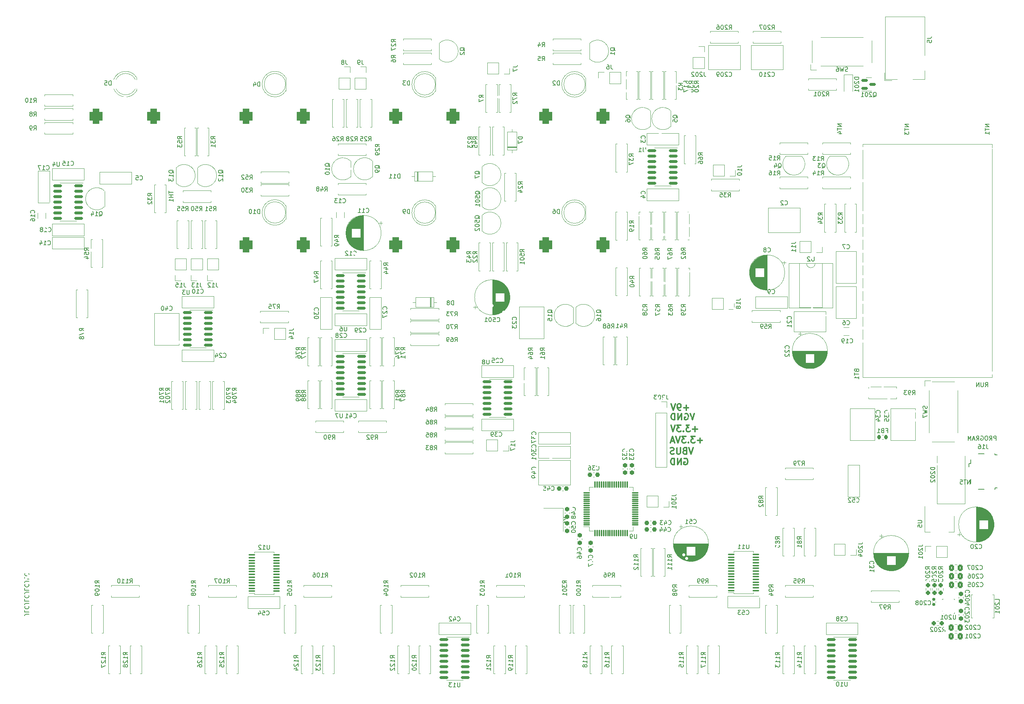
<source format=gbr>
%TF.GenerationSoftware,KiCad,Pcbnew,(6.0.10-0)*%
%TF.CreationDate,2023-01-28T16:50:53+01:00*%
%TF.ProjectId,LivSynth_Hardware,4c697653-796e-4746-985f-486172647761,0v2*%
%TF.SameCoordinates,Original*%
%TF.FileFunction,Legend,Bot*%
%TF.FilePolarity,Positive*%
%FSLAX46Y46*%
G04 Gerber Fmt 4.6, Leading zero omitted, Abs format (unit mm)*
G04 Created by KiCad (PCBNEW (6.0.10-0)) date 2023-01-28 16:50:53*
%MOMM*%
%LPD*%
G01*
G04 APERTURE LIST*
G04 Aperture macros list*
%AMRoundRect*
0 Rectangle with rounded corners*
0 $1 Rounding radius*
0 $2 $3 $4 $5 $6 $7 $8 $9 X,Y pos of 4 corners*
0 Add a 4 corners polygon primitive as box body*
4,1,4,$2,$3,$4,$5,$6,$7,$8,$9,$2,$3,0*
0 Add four circle primitives for the rounded corners*
1,1,$1+$1,$2,$3*
1,1,$1+$1,$4,$5*
1,1,$1+$1,$6,$7*
1,1,$1+$1,$8,$9*
0 Add four rect primitives between the rounded corners*
20,1,$1+$1,$2,$3,$4,$5,0*
20,1,$1+$1,$4,$5,$6,$7,0*
20,1,$1+$1,$6,$7,$8,$9,0*
20,1,$1+$1,$8,$9,$2,$3,0*%
G04 Aperture macros list end*
%ADD10C,0.300000*%
%ADD11C,0.150000*%
%ADD12C,0.120000*%
%ADD13C,0.100000*%
%ADD14RoundRect,0.155000X0.155000X-0.212500X0.155000X0.212500X-0.155000X0.212500X-0.155000X-0.212500X0*%
%ADD15C,1.800000*%
%ADD16C,1.400000*%
%ADD17O,5.000000X3.200000*%
%ADD18C,1.440000*%
%ADD19C,3.600000*%
%ADD20C,2.000000*%
%ADD21O,2.500000X1.800000*%
%ADD22R,1.000000X1.000000*%
%ADD23O,1.000000X1.000000*%
%ADD24RoundRect,0.750000X-0.750000X-1.000000X0.750000X-1.000000X0.750000X1.000000X-0.750000X1.000000X0*%
%ADD25R,1.700000X1.700000*%
%ADD26O,1.700000X1.700000*%
%ADD27C,1.300000*%
%ADD28R,1.830000X1.930000*%
%ADD29C,2.130000*%
%ADD30C,3.200000*%
%ADD31RoundRect,0.237500X0.300000X0.237500X-0.300000X0.237500X-0.300000X-0.237500X0.300000X-0.237500X0*%
%ADD32C,1.600000*%
%ADD33O,1.600000X1.600000*%
%ADD34R,1.800000X1.800000*%
%ADD35RoundRect,0.150000X0.825000X0.150000X-0.825000X0.150000X-0.825000X-0.150000X0.825000X-0.150000X0*%
%ADD36R,1.050000X1.500000*%
%ADD37O,1.050000X1.500000*%
%ADD38R,3.300000X4.500000*%
%ADD39R,1.500000X1.050000*%
%ADD40O,1.500000X1.050000*%
%ADD41C,2.600000*%
%ADD42R,3.000000X3.000000*%
%ADD43C,3.000000*%
%ADD44R,0.599999X0.240000*%
%ADD45R,0.240000X0.599999*%
%ADD46R,0.850001X0.700001*%
%ADD47R,1.450000X0.349999*%
%ADD48R,1.799999X0.349999*%
%ADD49O,0.800000X0.800000*%
%ADD50R,1.300000X0.450000*%
%ADD51O,1.800000X1.150000*%
%ADD52O,2.000000X1.450000*%
%ADD53RoundRect,0.237500X0.250000X0.237500X-0.250000X0.237500X-0.250000X-0.237500X0.250000X-0.237500X0*%
%ADD54RoundRect,0.250000X0.337500X0.475000X-0.337500X0.475000X-0.337500X-0.475000X0.337500X-0.475000X0*%
%ADD55RoundRect,0.237500X-0.300000X-0.237500X0.300000X-0.237500X0.300000X0.237500X-0.300000X0.237500X0*%
%ADD56R,1.600000X1.600000*%
%ADD57RoundRect,0.237500X-0.237500X0.250000X-0.237500X-0.250000X0.237500X-0.250000X0.237500X0.250000X0*%
%ADD58RoundRect,0.100000X-0.637500X-0.100000X0.637500X-0.100000X0.637500X0.100000X-0.637500X0.100000X0*%
%ADD59C,1.700000*%
%ADD60RoundRect,0.250000X-0.337500X-0.475000X0.337500X-0.475000X0.337500X0.475000X-0.337500X0.475000X0*%
%ADD61R,4.200000X1.400000*%
%ADD62RoundRect,0.237500X-0.237500X0.300000X-0.237500X-0.300000X0.237500X-0.300000X0.237500X0.300000X0*%
%ADD63R,2.600000X2.600000*%
%ADD64R,1.800000X2.100000*%
%ADD65RoundRect,0.150000X0.850000X0.150000X-0.850000X0.150000X-0.850000X-0.150000X0.850000X-0.150000X0*%
%ADD66RoundRect,0.150000X-0.587500X-0.150000X0.587500X-0.150000X0.587500X0.150000X-0.587500X0.150000X0*%
%ADD67RoundRect,0.237500X0.237500X-0.300000X0.237500X0.300000X-0.237500X0.300000X-0.237500X-0.300000X0*%
%ADD68RoundRect,0.218750X-0.218750X-0.256250X0.218750X-0.256250X0.218750X0.256250X-0.218750X0.256250X0*%
%ADD69R,1.200000X0.900000*%
%ADD70RoundRect,0.075000X-0.700000X-0.075000X0.700000X-0.075000X0.700000X0.075000X-0.700000X0.075000X0*%
%ADD71RoundRect,0.075000X-0.075000X-0.700000X0.075000X-0.700000X0.075000X0.700000X-0.075000X0.700000X0*%
%ADD72R,1.070000X1.800000*%
%ADD73O,1.070000X1.800000*%
%ADD74R,1.500000X2.000000*%
%ADD75R,3.800000X2.000000*%
%ADD76RoundRect,0.237500X0.237500X-0.250000X0.237500X0.250000X-0.237500X0.250000X-0.237500X-0.250000X0*%
%ADD77C,0.700000*%
%ADD78C,0.800000*%
%ADD79C,0.460000*%
G04 APERTURE END LIST*
D10*
X236678571Y-158107142D02*
X235535714Y-158107142D01*
X236107142Y-158678571D02*
X236107142Y-157535714D01*
X234750000Y-158678571D02*
X234464285Y-158678571D01*
X234321428Y-158607142D01*
X234250000Y-158535714D01*
X234107142Y-158321428D01*
X234035714Y-158035714D01*
X234035714Y-157464285D01*
X234107142Y-157321428D01*
X234178571Y-157250000D01*
X234321428Y-157178571D01*
X234607142Y-157178571D01*
X234750000Y-157250000D01*
X234821428Y-157321428D01*
X234892857Y-157464285D01*
X234892857Y-157821428D01*
X234821428Y-157964285D01*
X234750000Y-158035714D01*
X234607142Y-158107142D01*
X234321428Y-158107142D01*
X234178571Y-158035714D01*
X234107142Y-157964285D01*
X234035714Y-157821428D01*
X233607142Y-157178571D02*
X233107142Y-158678571D01*
X232607142Y-157178571D01*
X237750000Y-167428571D02*
X237250000Y-168928571D01*
X236750000Y-167428571D01*
X235750000Y-168142857D02*
X235535714Y-168214285D01*
X235464285Y-168285714D01*
X235392857Y-168428571D01*
X235392857Y-168642857D01*
X235464285Y-168785714D01*
X235535714Y-168857142D01*
X235678571Y-168928571D01*
X236250000Y-168928571D01*
X236250000Y-167428571D01*
X235750000Y-167428571D01*
X235607142Y-167500000D01*
X235535714Y-167571428D01*
X235464285Y-167714285D01*
X235464285Y-167857142D01*
X235535714Y-168000000D01*
X235607142Y-168071428D01*
X235750000Y-168142857D01*
X236250000Y-168142857D01*
X234750000Y-167428571D02*
X234750000Y-168642857D01*
X234678571Y-168785714D01*
X234607142Y-168857142D01*
X234464285Y-168928571D01*
X234178571Y-168928571D01*
X234035714Y-168857142D01*
X233964285Y-168785714D01*
X233892857Y-168642857D01*
X233892857Y-167428571D01*
X233250000Y-168857142D02*
X233035714Y-168928571D01*
X232678571Y-168928571D01*
X232535714Y-168857142D01*
X232464285Y-168785714D01*
X232392857Y-168642857D01*
X232392857Y-168500000D01*
X232464285Y-168357142D01*
X232535714Y-168285714D01*
X232678571Y-168214285D01*
X232964285Y-168142857D01*
X233107142Y-168071428D01*
X233178571Y-168000000D01*
X233250000Y-167857142D01*
X233250000Y-167714285D01*
X233178571Y-167571428D01*
X233107142Y-167500000D01*
X232964285Y-167428571D01*
X232607142Y-167428571D01*
X232392857Y-167500000D01*
X238035714Y-159428571D02*
X237535714Y-160928571D01*
X237035714Y-159428571D01*
X235750000Y-159500000D02*
X235892857Y-159428571D01*
X236107142Y-159428571D01*
X236321428Y-159500000D01*
X236464285Y-159642857D01*
X236535714Y-159785714D01*
X236607142Y-160071428D01*
X236607142Y-160285714D01*
X236535714Y-160571428D01*
X236464285Y-160714285D01*
X236321428Y-160857142D01*
X236107142Y-160928571D01*
X235964285Y-160928571D01*
X235750000Y-160857142D01*
X235678571Y-160785714D01*
X235678571Y-160285714D01*
X235964285Y-160285714D01*
X235035714Y-160928571D02*
X235035714Y-159428571D01*
X234178571Y-160928571D01*
X234178571Y-159428571D01*
X233464285Y-160928571D02*
X233464285Y-159428571D01*
X233107142Y-159428571D01*
X232892857Y-159500000D01*
X232750000Y-159642857D01*
X232678571Y-159785714D01*
X232607142Y-160071428D01*
X232607142Y-160285714D01*
X232678571Y-160571428D01*
X232750000Y-160714285D01*
X232892857Y-160857142D01*
X233107142Y-160928571D01*
X233464285Y-160928571D01*
X235642857Y-170000000D02*
X235785714Y-169928571D01*
X236000000Y-169928571D01*
X236214285Y-170000000D01*
X236357142Y-170142857D01*
X236428571Y-170285714D01*
X236500000Y-170571428D01*
X236500000Y-170785714D01*
X236428571Y-171071428D01*
X236357142Y-171214285D01*
X236214285Y-171357142D01*
X236000000Y-171428571D01*
X235857142Y-171428571D01*
X235642857Y-171357142D01*
X235571428Y-171285714D01*
X235571428Y-170785714D01*
X235857142Y-170785714D01*
X234928571Y-171428571D02*
X234928571Y-169928571D01*
X234071428Y-171428571D01*
X234071428Y-169928571D01*
X233357142Y-171428571D02*
X233357142Y-169928571D01*
X233000000Y-169928571D01*
X232785714Y-170000000D01*
X232642857Y-170142857D01*
X232571428Y-170285714D01*
X232500000Y-170571428D01*
X232500000Y-170785714D01*
X232571428Y-171071428D01*
X232642857Y-171214285D01*
X232785714Y-171357142D01*
X233000000Y-171428571D01*
X233357142Y-171428571D01*
X238750000Y-163107142D02*
X237607142Y-163107142D01*
X238178571Y-163678571D02*
X238178571Y-162535714D01*
X237035714Y-162178571D02*
X236107142Y-162178571D01*
X236607142Y-162750000D01*
X236392857Y-162750000D01*
X236250000Y-162821428D01*
X236178571Y-162892857D01*
X236107142Y-163035714D01*
X236107142Y-163392857D01*
X236178571Y-163535714D01*
X236250000Y-163607142D01*
X236392857Y-163678571D01*
X236821428Y-163678571D01*
X236964285Y-163607142D01*
X237035714Y-163535714D01*
X235464285Y-163535714D02*
X235392857Y-163607142D01*
X235464285Y-163678571D01*
X235535714Y-163607142D01*
X235464285Y-163535714D01*
X235464285Y-163678571D01*
X234892857Y-162178571D02*
X233964285Y-162178571D01*
X234464285Y-162750000D01*
X234250000Y-162750000D01*
X234107142Y-162821428D01*
X234035714Y-162892857D01*
X233964285Y-163035714D01*
X233964285Y-163392857D01*
X234035714Y-163535714D01*
X234107142Y-163607142D01*
X234250000Y-163678571D01*
X234678571Y-163678571D01*
X234821428Y-163607142D01*
X234892857Y-163535714D01*
X233535714Y-162178571D02*
X233035714Y-163678571D01*
X232535714Y-162178571D01*
X239892857Y-165757142D02*
X238750000Y-165757142D01*
X239321428Y-166328571D02*
X239321428Y-165185714D01*
X238178571Y-164828571D02*
X237250000Y-164828571D01*
X237750000Y-165400000D01*
X237535714Y-165400000D01*
X237392857Y-165471428D01*
X237321428Y-165542857D01*
X237250000Y-165685714D01*
X237250000Y-166042857D01*
X237321428Y-166185714D01*
X237392857Y-166257142D01*
X237535714Y-166328571D01*
X237964285Y-166328571D01*
X238107142Y-166257142D01*
X238178571Y-166185714D01*
X236607142Y-166185714D02*
X236535714Y-166257142D01*
X236607142Y-166328571D01*
X236678571Y-166257142D01*
X236607142Y-166185714D01*
X236607142Y-166328571D01*
X236035714Y-164828571D02*
X235107142Y-164828571D01*
X235607142Y-165400000D01*
X235392857Y-165400000D01*
X235250000Y-165471428D01*
X235178571Y-165542857D01*
X235107142Y-165685714D01*
X235107142Y-166042857D01*
X235178571Y-166185714D01*
X235250000Y-166257142D01*
X235392857Y-166328571D01*
X235821428Y-166328571D01*
X235964285Y-166257142D01*
X236035714Y-166185714D01*
X234678571Y-164828571D02*
X234178571Y-166328571D01*
X233678571Y-164828571D01*
X233250000Y-165900000D02*
X232535714Y-165900000D01*
X233392857Y-166328571D02*
X232892857Y-164828571D01*
X232392857Y-166328571D01*
D11*
X82547619Y-206369047D02*
X81833333Y-206369047D01*
X81690476Y-206416666D01*
X81595238Y-206511904D01*
X81547619Y-206654761D01*
X81547619Y-206750000D01*
X81547619Y-205416666D02*
X81547619Y-205892857D01*
X82547619Y-205892857D01*
X81642857Y-204511904D02*
X81595238Y-204559523D01*
X81547619Y-204702380D01*
X81547619Y-204797619D01*
X81595238Y-204940476D01*
X81690476Y-205035714D01*
X81785714Y-205083333D01*
X81976190Y-205130952D01*
X82119047Y-205130952D01*
X82309523Y-205083333D01*
X82404761Y-205035714D01*
X82500000Y-204940476D01*
X82547619Y-204797619D01*
X82547619Y-204702380D01*
X82500000Y-204559523D01*
X82452380Y-204511904D01*
X82547619Y-203797619D02*
X81833333Y-203797619D01*
X81690476Y-203845238D01*
X81595238Y-203940476D01*
X81547619Y-204083333D01*
X81547619Y-204178571D01*
X81547619Y-202845238D02*
X81547619Y-203321428D01*
X82547619Y-203321428D01*
X81642857Y-201940476D02*
X81595238Y-201988095D01*
X81547619Y-202130952D01*
X81547619Y-202226190D01*
X81595238Y-202369047D01*
X81690476Y-202464285D01*
X81785714Y-202511904D01*
X81976190Y-202559523D01*
X82119047Y-202559523D01*
X82309523Y-202511904D01*
X82404761Y-202464285D01*
X82500000Y-202369047D01*
X82547619Y-202226190D01*
X82547619Y-202130952D01*
X82500000Y-201988095D01*
X82452380Y-201940476D01*
X82547619Y-201226190D02*
X81833333Y-201226190D01*
X81690476Y-201273809D01*
X81595238Y-201369047D01*
X81547619Y-201511904D01*
X81547619Y-201607142D01*
X81547619Y-200273809D02*
X81547619Y-200750000D01*
X82547619Y-200750000D01*
X81642857Y-199369047D02*
X81595238Y-199416666D01*
X81547619Y-199559523D01*
X81547619Y-199654761D01*
X81595238Y-199797619D01*
X81690476Y-199892857D01*
X81785714Y-199940476D01*
X81976190Y-199988095D01*
X82119047Y-199988095D01*
X82309523Y-199940476D01*
X82404761Y-199892857D01*
X82500000Y-199797619D01*
X82547619Y-199654761D01*
X82547619Y-199559523D01*
X82500000Y-199416666D01*
X82452380Y-199369047D01*
X82547619Y-198654761D02*
X81833333Y-198654761D01*
X81690476Y-198702380D01*
X81595238Y-198797619D01*
X81547619Y-198940476D01*
X81547619Y-199035714D01*
X81547619Y-197702380D02*
X81547619Y-198178571D01*
X82547619Y-198178571D01*
X81642857Y-196797619D02*
X81595238Y-196845238D01*
X81547619Y-196988095D01*
X81547619Y-197083333D01*
X81595238Y-197226190D01*
X81690476Y-197321428D01*
X81785714Y-197369047D01*
X81976190Y-197416666D01*
X82119047Y-197416666D01*
X82309523Y-197369047D01*
X82404761Y-197321428D01*
X82500000Y-197226190D01*
X82547619Y-197083333D01*
X82547619Y-196988095D01*
X82500000Y-196845238D01*
X82452380Y-196797619D01*
X305988095Y-153202380D02*
X306321428Y-152726190D01*
X306559523Y-153202380D02*
X306559523Y-152202380D01*
X306178571Y-152202380D01*
X306083333Y-152250000D01*
X306035714Y-152297619D01*
X305988095Y-152392857D01*
X305988095Y-152535714D01*
X306035714Y-152630952D01*
X306083333Y-152678571D01*
X306178571Y-152726190D01*
X306559523Y-152726190D01*
X305559523Y-152202380D02*
X305559523Y-153011904D01*
X305511904Y-153107142D01*
X305464285Y-153154761D01*
X305369047Y-153202380D01*
X305178571Y-153202380D01*
X305083333Y-153154761D01*
X305035714Y-153107142D01*
X304988095Y-153011904D01*
X304988095Y-152202380D01*
X304511904Y-153202380D02*
X304511904Y-152202380D01*
X303940476Y-153202380D01*
X303940476Y-152202380D01*
X308535714Y-165702380D02*
X308535714Y-164702380D01*
X308154761Y-164702380D01*
X308059523Y-164750000D01*
X308011904Y-164797619D01*
X307964285Y-164892857D01*
X307964285Y-165035714D01*
X308011904Y-165130952D01*
X308059523Y-165178571D01*
X308154761Y-165226190D01*
X308535714Y-165226190D01*
X306964285Y-165702380D02*
X307297619Y-165226190D01*
X307535714Y-165702380D02*
X307535714Y-164702380D01*
X307154761Y-164702380D01*
X307059523Y-164750000D01*
X307011904Y-164797619D01*
X306964285Y-164892857D01*
X306964285Y-165035714D01*
X307011904Y-165130952D01*
X307059523Y-165178571D01*
X307154761Y-165226190D01*
X307535714Y-165226190D01*
X306345238Y-164702380D02*
X306154761Y-164702380D01*
X306059523Y-164750000D01*
X305964285Y-164845238D01*
X305916666Y-165035714D01*
X305916666Y-165369047D01*
X305964285Y-165559523D01*
X306059523Y-165654761D01*
X306154761Y-165702380D01*
X306345238Y-165702380D01*
X306440476Y-165654761D01*
X306535714Y-165559523D01*
X306583333Y-165369047D01*
X306583333Y-165035714D01*
X306535714Y-164845238D01*
X306440476Y-164750000D01*
X306345238Y-164702380D01*
X304964285Y-164750000D02*
X305059523Y-164702380D01*
X305202380Y-164702380D01*
X305345238Y-164750000D01*
X305440476Y-164845238D01*
X305488095Y-164940476D01*
X305535714Y-165130952D01*
X305535714Y-165273809D01*
X305488095Y-165464285D01*
X305440476Y-165559523D01*
X305345238Y-165654761D01*
X305202380Y-165702380D01*
X305107142Y-165702380D01*
X304964285Y-165654761D01*
X304916666Y-165607142D01*
X304916666Y-165273809D01*
X305107142Y-165273809D01*
X303916666Y-165702380D02*
X304250000Y-165226190D01*
X304488095Y-165702380D02*
X304488095Y-164702380D01*
X304107142Y-164702380D01*
X304011904Y-164750000D01*
X303964285Y-164797619D01*
X303916666Y-164892857D01*
X303916666Y-165035714D01*
X303964285Y-165130952D01*
X304011904Y-165178571D01*
X304107142Y-165226190D01*
X304488095Y-165226190D01*
X303535714Y-165416666D02*
X303059523Y-165416666D01*
X303630952Y-165702380D02*
X303297619Y-164702380D01*
X302964285Y-165702380D01*
X302630952Y-165702380D02*
X302630952Y-164702380D01*
X302297619Y-165416666D01*
X301964285Y-164702380D01*
X301964285Y-165702380D01*
%TO.C,NT5*%
X302442857Y-175952380D02*
X302442857Y-174952380D01*
X301871428Y-175952380D01*
X301871428Y-174952380D01*
X301538095Y-174952380D02*
X300966666Y-174952380D01*
X301252380Y-175952380D02*
X301252380Y-174952380D01*
X300157142Y-174952380D02*
X300633333Y-174952380D01*
X300680952Y-175428571D01*
X300633333Y-175380952D01*
X300538095Y-175333333D01*
X300300000Y-175333333D01*
X300204761Y-175380952D01*
X300157142Y-175428571D01*
X300109523Y-175523809D01*
X300109523Y-175761904D01*
X300157142Y-175857142D01*
X300204761Y-175904761D01*
X300300000Y-175952380D01*
X300538095Y-175952380D01*
X300633333Y-175904761D01*
X300680952Y-175857142D01*
%TO.C,NT4*%
X272452380Y-91757142D02*
X271452380Y-91757142D01*
X272452380Y-92328571D01*
X271452380Y-92328571D01*
X271452380Y-92661904D02*
X271452380Y-93233333D01*
X272452380Y-92947619D02*
X271452380Y-92947619D01*
X271785714Y-93995238D02*
X272452380Y-93995238D01*
X271404761Y-93757142D02*
X272119047Y-93519047D01*
X272119047Y-94138095D01*
%TO.C,NT3*%
X288152380Y-91857142D02*
X287152380Y-91857142D01*
X288152380Y-92428571D01*
X287152380Y-92428571D01*
X287152380Y-92761904D02*
X287152380Y-93333333D01*
X288152380Y-93047619D02*
X287152380Y-93047619D01*
X287152380Y-93571428D02*
X287152380Y-94190476D01*
X287533333Y-93857142D01*
X287533333Y-94000000D01*
X287580952Y-94095238D01*
X287628571Y-94142857D01*
X287723809Y-94190476D01*
X287961904Y-94190476D01*
X288057142Y-94142857D01*
X288104761Y-94095238D01*
X288152380Y-94000000D01*
X288152380Y-93714285D01*
X288104761Y-93619047D01*
X288057142Y-93571428D01*
%TO.C,NT1*%
X306952380Y-91857142D02*
X305952380Y-91857142D01*
X306952380Y-92428571D01*
X305952380Y-92428571D01*
X305952380Y-92761904D02*
X305952380Y-93333333D01*
X306952380Y-93047619D02*
X305952380Y-93047619D01*
X306952380Y-94190476D02*
X306952380Y-93619047D01*
X306952380Y-93904761D02*
X305952380Y-93904761D01*
X306095238Y-93809523D01*
X306190476Y-93714285D01*
X306238095Y-93619047D01*
%TO.C,C208*%
X292619047Y-204107142D02*
X292666666Y-204154761D01*
X292809523Y-204202380D01*
X292904761Y-204202380D01*
X293047619Y-204154761D01*
X293142857Y-204059523D01*
X293190476Y-203964285D01*
X293238095Y-203773809D01*
X293238095Y-203630952D01*
X293190476Y-203440476D01*
X293142857Y-203345238D01*
X293047619Y-203250000D01*
X292904761Y-203202380D01*
X292809523Y-203202380D01*
X292666666Y-203250000D01*
X292619047Y-203297619D01*
X292238095Y-203297619D02*
X292190476Y-203250000D01*
X292095238Y-203202380D01*
X291857142Y-203202380D01*
X291761904Y-203250000D01*
X291714285Y-203297619D01*
X291666666Y-203392857D01*
X291666666Y-203488095D01*
X291714285Y-203630952D01*
X292285714Y-204202380D01*
X291666666Y-204202380D01*
X291047619Y-203202380D02*
X290952380Y-203202380D01*
X290857142Y-203250000D01*
X290809523Y-203297619D01*
X290761904Y-203392857D01*
X290714285Y-203583333D01*
X290714285Y-203821428D01*
X290761904Y-204011904D01*
X290809523Y-204107142D01*
X290857142Y-204154761D01*
X290952380Y-204202380D01*
X291047619Y-204202380D01*
X291142857Y-204154761D01*
X291190476Y-204107142D01*
X291238095Y-204011904D01*
X291285714Y-203821428D01*
X291285714Y-203583333D01*
X291238095Y-203392857D01*
X291190476Y-203297619D01*
X291142857Y-203250000D01*
X291047619Y-203202380D01*
X290142857Y-203630952D02*
X290238095Y-203583333D01*
X290285714Y-203535714D01*
X290333333Y-203440476D01*
X290333333Y-203392857D01*
X290285714Y-203297619D01*
X290238095Y-203250000D01*
X290142857Y-203202380D01*
X289952380Y-203202380D01*
X289857142Y-203250000D01*
X289809523Y-203297619D01*
X289761904Y-203392857D01*
X289761904Y-203440476D01*
X289809523Y-203535714D01*
X289857142Y-203583333D01*
X289952380Y-203630952D01*
X290142857Y-203630952D01*
X290238095Y-203678571D01*
X290285714Y-203726190D01*
X290333333Y-203821428D01*
X290333333Y-204011904D01*
X290285714Y-204107142D01*
X290238095Y-204154761D01*
X290142857Y-204202380D01*
X289952380Y-204202380D01*
X289857142Y-204154761D01*
X289809523Y-204107142D01*
X289761904Y-204011904D01*
X289761904Y-203821428D01*
X289809523Y-203726190D01*
X289857142Y-203678571D01*
X289952380Y-203630952D01*
%TO.C,C36*%
X215142857Y-172607142D02*
X215190476Y-172654761D01*
X215333333Y-172702380D01*
X215428571Y-172702380D01*
X215571428Y-172654761D01*
X215666666Y-172559523D01*
X215714285Y-172464285D01*
X215761904Y-172273809D01*
X215761904Y-172130952D01*
X215714285Y-171940476D01*
X215666666Y-171845238D01*
X215571428Y-171750000D01*
X215428571Y-171702380D01*
X215333333Y-171702380D01*
X215190476Y-171750000D01*
X215142857Y-171797619D01*
X214809523Y-171702380D02*
X214190476Y-171702380D01*
X214523809Y-172083333D01*
X214380952Y-172083333D01*
X214285714Y-172130952D01*
X214238095Y-172178571D01*
X214190476Y-172273809D01*
X214190476Y-172511904D01*
X214238095Y-172607142D01*
X214285714Y-172654761D01*
X214380952Y-172702380D01*
X214666666Y-172702380D01*
X214761904Y-172654761D01*
X214809523Y-172607142D01*
X213333333Y-171702380D02*
X213523809Y-171702380D01*
X213619047Y-171750000D01*
X213666666Y-171797619D01*
X213761904Y-171940476D01*
X213809523Y-172130952D01*
X213809523Y-172511904D01*
X213761904Y-172607142D01*
X213714285Y-172654761D01*
X213619047Y-172702380D01*
X213428571Y-172702380D01*
X213333333Y-172654761D01*
X213285714Y-172607142D01*
X213238095Y-172511904D01*
X213238095Y-172273809D01*
X213285714Y-172178571D01*
X213333333Y-172130952D01*
X213428571Y-172083333D01*
X213619047Y-172083333D01*
X213714285Y-172130952D01*
X213761904Y-172178571D01*
X213809523Y-172273809D01*
%TO.C,R65*%
X229852380Y-121457142D02*
X229376190Y-121123809D01*
X229852380Y-120885714D02*
X228852380Y-120885714D01*
X228852380Y-121266666D01*
X228900000Y-121361904D01*
X228947619Y-121409523D01*
X229042857Y-121457142D01*
X229185714Y-121457142D01*
X229280952Y-121409523D01*
X229328571Y-121361904D01*
X229376190Y-121266666D01*
X229376190Y-120885714D01*
X228852380Y-122314285D02*
X228852380Y-122123809D01*
X228900000Y-122028571D01*
X228947619Y-121980952D01*
X229090476Y-121885714D01*
X229280952Y-121838095D01*
X229661904Y-121838095D01*
X229757142Y-121885714D01*
X229804761Y-121933333D01*
X229852380Y-122028571D01*
X229852380Y-122219047D01*
X229804761Y-122314285D01*
X229757142Y-122361904D01*
X229661904Y-122409523D01*
X229423809Y-122409523D01*
X229328571Y-122361904D01*
X229280952Y-122314285D01*
X229233333Y-122219047D01*
X229233333Y-122028571D01*
X229280952Y-121933333D01*
X229328571Y-121885714D01*
X229423809Y-121838095D01*
X228852380Y-123314285D02*
X228852380Y-122838095D01*
X229328571Y-122790476D01*
X229280952Y-122838095D01*
X229233333Y-122933333D01*
X229233333Y-123171428D01*
X229280952Y-123266666D01*
X229328571Y-123314285D01*
X229423809Y-123361904D01*
X229661904Y-123361904D01*
X229757142Y-123314285D01*
X229804761Y-123266666D01*
X229852380Y-123171428D01*
X229852380Y-122933333D01*
X229804761Y-122838095D01*
X229757142Y-122790476D01*
%TO.C,D10*%
X136464285Y-112702380D02*
X136464285Y-111702380D01*
X136226190Y-111702380D01*
X136083333Y-111750000D01*
X135988095Y-111845238D01*
X135940476Y-111940476D01*
X135892857Y-112130952D01*
X135892857Y-112273809D01*
X135940476Y-112464285D01*
X135988095Y-112559523D01*
X136083333Y-112654761D01*
X136226190Y-112702380D01*
X136464285Y-112702380D01*
X134940476Y-112702380D02*
X135511904Y-112702380D01*
X135226190Y-112702380D02*
X135226190Y-111702380D01*
X135321428Y-111845238D01*
X135416666Y-111940476D01*
X135511904Y-111988095D01*
X134321428Y-111702380D02*
X134226190Y-111702380D01*
X134130952Y-111750000D01*
X134083333Y-111797619D01*
X134035714Y-111892857D01*
X133988095Y-112083333D01*
X133988095Y-112321428D01*
X134035714Y-112511904D01*
X134083333Y-112607142D01*
X134130952Y-112654761D01*
X134226190Y-112702380D01*
X134321428Y-112702380D01*
X134416666Y-112654761D01*
X134464285Y-112607142D01*
X134511904Y-112511904D01*
X134559523Y-112321428D01*
X134559523Y-112083333D01*
X134511904Y-111892857D01*
X134464285Y-111797619D01*
X134416666Y-111750000D01*
X134321428Y-111702380D01*
%TO.C,R91*%
X169202380Y-154607142D02*
X168726190Y-154273809D01*
X169202380Y-154035714D02*
X168202380Y-154035714D01*
X168202380Y-154416666D01*
X168250000Y-154511904D01*
X168297619Y-154559523D01*
X168392857Y-154607142D01*
X168535714Y-154607142D01*
X168630952Y-154559523D01*
X168678571Y-154511904D01*
X168726190Y-154416666D01*
X168726190Y-154035714D01*
X169202380Y-155083333D02*
X169202380Y-155273809D01*
X169154761Y-155369047D01*
X169107142Y-155416666D01*
X168964285Y-155511904D01*
X168773809Y-155559523D01*
X168392857Y-155559523D01*
X168297619Y-155511904D01*
X168250000Y-155464285D01*
X168202380Y-155369047D01*
X168202380Y-155178571D01*
X168250000Y-155083333D01*
X168297619Y-155035714D01*
X168392857Y-154988095D01*
X168630952Y-154988095D01*
X168726190Y-155035714D01*
X168773809Y-155083333D01*
X168821428Y-155178571D01*
X168821428Y-155369047D01*
X168773809Y-155464285D01*
X168726190Y-155511904D01*
X168630952Y-155559523D01*
X169202380Y-156511904D02*
X169202380Y-155940476D01*
X169202380Y-156226190D02*
X168202380Y-156226190D01*
X168345238Y-156130952D01*
X168440476Y-156035714D01*
X168488095Y-155940476D01*
%TO.C,C52*%
X275892857Y-180107142D02*
X275940476Y-180154761D01*
X276083333Y-180202380D01*
X276178571Y-180202380D01*
X276321428Y-180154761D01*
X276416666Y-180059523D01*
X276464285Y-179964285D01*
X276511904Y-179773809D01*
X276511904Y-179630952D01*
X276464285Y-179440476D01*
X276416666Y-179345238D01*
X276321428Y-179250000D01*
X276178571Y-179202380D01*
X276083333Y-179202380D01*
X275940476Y-179250000D01*
X275892857Y-179297619D01*
X274988095Y-179202380D02*
X275464285Y-179202380D01*
X275511904Y-179678571D01*
X275464285Y-179630952D01*
X275369047Y-179583333D01*
X275130952Y-179583333D01*
X275035714Y-179630952D01*
X274988095Y-179678571D01*
X274940476Y-179773809D01*
X274940476Y-180011904D01*
X274988095Y-180107142D01*
X275035714Y-180154761D01*
X275130952Y-180202380D01*
X275369047Y-180202380D01*
X275464285Y-180154761D01*
X275511904Y-180107142D01*
X274559523Y-179297619D02*
X274511904Y-179250000D01*
X274416666Y-179202380D01*
X274178571Y-179202380D01*
X274083333Y-179250000D01*
X274035714Y-179297619D01*
X273988095Y-179392857D01*
X273988095Y-179488095D01*
X274035714Y-179630952D01*
X274607142Y-180202380D01*
X273988095Y-180202380D01*
%TO.C,R89*%
X145952380Y-154607142D02*
X145476190Y-154273809D01*
X145952380Y-154035714D02*
X144952380Y-154035714D01*
X144952380Y-154416666D01*
X145000000Y-154511904D01*
X145047619Y-154559523D01*
X145142857Y-154607142D01*
X145285714Y-154607142D01*
X145380952Y-154559523D01*
X145428571Y-154511904D01*
X145476190Y-154416666D01*
X145476190Y-154035714D01*
X145380952Y-155178571D02*
X145333333Y-155083333D01*
X145285714Y-155035714D01*
X145190476Y-154988095D01*
X145142857Y-154988095D01*
X145047619Y-155035714D01*
X145000000Y-155083333D01*
X144952380Y-155178571D01*
X144952380Y-155369047D01*
X145000000Y-155464285D01*
X145047619Y-155511904D01*
X145142857Y-155559523D01*
X145190476Y-155559523D01*
X145285714Y-155511904D01*
X145333333Y-155464285D01*
X145380952Y-155369047D01*
X145380952Y-155178571D01*
X145428571Y-155083333D01*
X145476190Y-155035714D01*
X145571428Y-154988095D01*
X145761904Y-154988095D01*
X145857142Y-155035714D01*
X145904761Y-155083333D01*
X145952380Y-155178571D01*
X145952380Y-155369047D01*
X145904761Y-155464285D01*
X145857142Y-155511904D01*
X145761904Y-155559523D01*
X145571428Y-155559523D01*
X145476190Y-155511904D01*
X145428571Y-155464285D01*
X145380952Y-155369047D01*
X145952380Y-156035714D02*
X145952380Y-156226190D01*
X145904761Y-156321428D01*
X145857142Y-156369047D01*
X145714285Y-156464285D01*
X145523809Y-156511904D01*
X145142857Y-156511904D01*
X145047619Y-156464285D01*
X145000000Y-156416666D01*
X144952380Y-156321428D01*
X144952380Y-156130952D01*
X145000000Y-156035714D01*
X145047619Y-155988095D01*
X145142857Y-155940476D01*
X145380952Y-155940476D01*
X145476190Y-155988095D01*
X145523809Y-156035714D01*
X145571428Y-156130952D01*
X145571428Y-156321428D01*
X145523809Y-156416666D01*
X145476190Y-156464285D01*
X145380952Y-156511904D01*
%TO.C,J11*%
X260702380Y-119690476D02*
X261416666Y-119690476D01*
X261559523Y-119642857D01*
X261654761Y-119547619D01*
X261702380Y-119404761D01*
X261702380Y-119309523D01*
X261702380Y-120690476D02*
X261702380Y-120119047D01*
X261702380Y-120404761D02*
X260702380Y-120404761D01*
X260845238Y-120309523D01*
X260940476Y-120214285D01*
X260988095Y-120119047D01*
X261702380Y-121642857D02*
X261702380Y-121071428D01*
X261702380Y-121357142D02*
X260702380Y-121357142D01*
X260845238Y-121261904D01*
X260940476Y-121166666D01*
X260988095Y-121071428D01*
%TO.C,R86*%
X177242857Y-161952380D02*
X177576190Y-161476190D01*
X177814285Y-161952380D02*
X177814285Y-160952380D01*
X177433333Y-160952380D01*
X177338095Y-161000000D01*
X177290476Y-161047619D01*
X177242857Y-161142857D01*
X177242857Y-161285714D01*
X177290476Y-161380952D01*
X177338095Y-161428571D01*
X177433333Y-161476190D01*
X177814285Y-161476190D01*
X176671428Y-161380952D02*
X176766666Y-161333333D01*
X176814285Y-161285714D01*
X176861904Y-161190476D01*
X176861904Y-161142857D01*
X176814285Y-161047619D01*
X176766666Y-161000000D01*
X176671428Y-160952380D01*
X176480952Y-160952380D01*
X176385714Y-161000000D01*
X176338095Y-161047619D01*
X176290476Y-161142857D01*
X176290476Y-161190476D01*
X176338095Y-161285714D01*
X176385714Y-161333333D01*
X176480952Y-161380952D01*
X176671428Y-161380952D01*
X176766666Y-161428571D01*
X176814285Y-161476190D01*
X176861904Y-161571428D01*
X176861904Y-161761904D01*
X176814285Y-161857142D01*
X176766666Y-161904761D01*
X176671428Y-161952380D01*
X176480952Y-161952380D01*
X176385714Y-161904761D01*
X176338095Y-161857142D01*
X176290476Y-161761904D01*
X176290476Y-161571428D01*
X176338095Y-161476190D01*
X176385714Y-161428571D01*
X176480952Y-161380952D01*
X175433333Y-160952380D02*
X175623809Y-160952380D01*
X175719047Y-161000000D01*
X175766666Y-161047619D01*
X175861904Y-161190476D01*
X175909523Y-161380952D01*
X175909523Y-161761904D01*
X175861904Y-161857142D01*
X175814285Y-161904761D01*
X175719047Y-161952380D01*
X175528571Y-161952380D01*
X175433333Y-161904761D01*
X175385714Y-161857142D01*
X175338095Y-161761904D01*
X175338095Y-161523809D01*
X175385714Y-161428571D01*
X175433333Y-161380952D01*
X175528571Y-161333333D01*
X175719047Y-161333333D01*
X175814285Y-161380952D01*
X175861904Y-161428571D01*
X175909523Y-161523809D01*
%TO.C,R702*%
X115452380Y-154080952D02*
X114976190Y-153747619D01*
X115452380Y-153509523D02*
X114452380Y-153509523D01*
X114452380Y-153890476D01*
X114500000Y-153985714D01*
X114547619Y-154033333D01*
X114642857Y-154080952D01*
X114785714Y-154080952D01*
X114880952Y-154033333D01*
X114928571Y-153985714D01*
X114976190Y-153890476D01*
X114976190Y-153509523D01*
X114452380Y-154414285D02*
X114452380Y-155080952D01*
X115452380Y-154652380D01*
X114452380Y-155652380D02*
X114452380Y-155747619D01*
X114500000Y-155842857D01*
X114547619Y-155890476D01*
X114642857Y-155938095D01*
X114833333Y-155985714D01*
X115071428Y-155985714D01*
X115261904Y-155938095D01*
X115357142Y-155890476D01*
X115404761Y-155842857D01*
X115452380Y-155747619D01*
X115452380Y-155652380D01*
X115404761Y-155557142D01*
X115357142Y-155509523D01*
X115261904Y-155461904D01*
X115071428Y-155414285D01*
X114833333Y-155414285D01*
X114642857Y-155461904D01*
X114547619Y-155509523D01*
X114500000Y-155557142D01*
X114452380Y-155652380D01*
X114547619Y-156366666D02*
X114500000Y-156414285D01*
X114452380Y-156509523D01*
X114452380Y-156747619D01*
X114500000Y-156842857D01*
X114547619Y-156890476D01*
X114642857Y-156938095D01*
X114738095Y-156938095D01*
X114880952Y-156890476D01*
X115452380Y-156319047D01*
X115452380Y-156938095D01*
%TO.C,C4*%
X226457142Y-108108333D02*
X226504761Y-108060714D01*
X226552380Y-107917857D01*
X226552380Y-107822619D01*
X226504761Y-107679761D01*
X226409523Y-107584523D01*
X226314285Y-107536904D01*
X226123809Y-107489285D01*
X225980952Y-107489285D01*
X225790476Y-107536904D01*
X225695238Y-107584523D01*
X225600000Y-107679761D01*
X225552380Y-107822619D01*
X225552380Y-107917857D01*
X225600000Y-108060714D01*
X225647619Y-108108333D01*
X225885714Y-108965476D02*
X226552380Y-108965476D01*
X225504761Y-108727380D02*
X226219047Y-108489285D01*
X226219047Y-109108333D01*
%TO.C,R19*%
X223822380Y-114967142D02*
X223346190Y-114633809D01*
X223822380Y-114395714D02*
X222822380Y-114395714D01*
X222822380Y-114776666D01*
X222870000Y-114871904D01*
X222917619Y-114919523D01*
X223012857Y-114967142D01*
X223155714Y-114967142D01*
X223250952Y-114919523D01*
X223298571Y-114871904D01*
X223346190Y-114776666D01*
X223346190Y-114395714D01*
X223822380Y-115919523D02*
X223822380Y-115348095D01*
X223822380Y-115633809D02*
X222822380Y-115633809D01*
X222965238Y-115538571D01*
X223060476Y-115443333D01*
X223108095Y-115348095D01*
X223822380Y-116395714D02*
X223822380Y-116586190D01*
X223774761Y-116681428D01*
X223727142Y-116729047D01*
X223584285Y-116824285D01*
X223393809Y-116871904D01*
X223012857Y-116871904D01*
X222917619Y-116824285D01*
X222870000Y-116776666D01*
X222822380Y-116681428D01*
X222822380Y-116490952D01*
X222870000Y-116395714D01*
X222917619Y-116348095D01*
X223012857Y-116300476D01*
X223250952Y-116300476D01*
X223346190Y-116348095D01*
X223393809Y-116395714D01*
X223441428Y-116490952D01*
X223441428Y-116681428D01*
X223393809Y-116776666D01*
X223346190Y-116824285D01*
X223250952Y-116871904D01*
%TO.C,R105*%
X143952380Y-199130952D02*
X143476190Y-198797619D01*
X143952380Y-198559523D02*
X142952380Y-198559523D01*
X142952380Y-198940476D01*
X143000000Y-199035714D01*
X143047619Y-199083333D01*
X143142857Y-199130952D01*
X143285714Y-199130952D01*
X143380952Y-199083333D01*
X143428571Y-199035714D01*
X143476190Y-198940476D01*
X143476190Y-198559523D01*
X143952380Y-200083333D02*
X143952380Y-199511904D01*
X143952380Y-199797619D02*
X142952380Y-199797619D01*
X143095238Y-199702380D01*
X143190476Y-199607142D01*
X143238095Y-199511904D01*
X142952380Y-200702380D02*
X142952380Y-200797619D01*
X143000000Y-200892857D01*
X143047619Y-200940476D01*
X143142857Y-200988095D01*
X143333333Y-201035714D01*
X143571428Y-201035714D01*
X143761904Y-200988095D01*
X143857142Y-200940476D01*
X143904761Y-200892857D01*
X143952380Y-200797619D01*
X143952380Y-200702380D01*
X143904761Y-200607142D01*
X143857142Y-200559523D01*
X143761904Y-200511904D01*
X143571428Y-200464285D01*
X143333333Y-200464285D01*
X143142857Y-200511904D01*
X143047619Y-200559523D01*
X143000000Y-200607142D01*
X142952380Y-200702380D01*
X142952380Y-201940476D02*
X142952380Y-201464285D01*
X143428571Y-201416666D01*
X143380952Y-201464285D01*
X143333333Y-201559523D01*
X143333333Y-201797619D01*
X143380952Y-201892857D01*
X143428571Y-201940476D01*
X143523809Y-201988095D01*
X143761904Y-201988095D01*
X143857142Y-201940476D01*
X143904761Y-201892857D01*
X143952380Y-201797619D01*
X143952380Y-201559523D01*
X143904761Y-201464285D01*
X143857142Y-201416666D01*
%TO.C,R127*%
X100452380Y-215880952D02*
X99976190Y-215547619D01*
X100452380Y-215309523D02*
X99452380Y-215309523D01*
X99452380Y-215690476D01*
X99500000Y-215785714D01*
X99547619Y-215833333D01*
X99642857Y-215880952D01*
X99785714Y-215880952D01*
X99880952Y-215833333D01*
X99928571Y-215785714D01*
X99976190Y-215690476D01*
X99976190Y-215309523D01*
X100452380Y-216833333D02*
X100452380Y-216261904D01*
X100452380Y-216547619D02*
X99452380Y-216547619D01*
X99595238Y-216452380D01*
X99690476Y-216357142D01*
X99738095Y-216261904D01*
X99547619Y-217214285D02*
X99500000Y-217261904D01*
X99452380Y-217357142D01*
X99452380Y-217595238D01*
X99500000Y-217690476D01*
X99547619Y-217738095D01*
X99642857Y-217785714D01*
X99738095Y-217785714D01*
X99880952Y-217738095D01*
X100452380Y-217166666D01*
X100452380Y-217785714D01*
X99452380Y-218119047D02*
X99452380Y-218785714D01*
X100452380Y-218357142D01*
%TO.C,R34*%
X267952380Y-113107142D02*
X267476190Y-112773809D01*
X267952380Y-112535714D02*
X266952380Y-112535714D01*
X266952380Y-112916666D01*
X267000000Y-113011904D01*
X267047619Y-113059523D01*
X267142857Y-113107142D01*
X267285714Y-113107142D01*
X267380952Y-113059523D01*
X267428571Y-113011904D01*
X267476190Y-112916666D01*
X267476190Y-112535714D01*
X266952380Y-113440476D02*
X266952380Y-114059523D01*
X267333333Y-113726190D01*
X267333333Y-113869047D01*
X267380952Y-113964285D01*
X267428571Y-114011904D01*
X267523809Y-114059523D01*
X267761904Y-114059523D01*
X267857142Y-114011904D01*
X267904761Y-113964285D01*
X267952380Y-113869047D01*
X267952380Y-113583333D01*
X267904761Y-113488095D01*
X267857142Y-113440476D01*
X267285714Y-114916666D02*
X267952380Y-114916666D01*
X266904761Y-114678571D02*
X267619047Y-114440476D01*
X267619047Y-115059523D01*
%TO.C,R20*%
X239002380Y-82357142D02*
X238526190Y-82023809D01*
X239002380Y-81785714D02*
X238002380Y-81785714D01*
X238002380Y-82166666D01*
X238050000Y-82261904D01*
X238097619Y-82309523D01*
X238192857Y-82357142D01*
X238335714Y-82357142D01*
X238430952Y-82309523D01*
X238478571Y-82261904D01*
X238526190Y-82166666D01*
X238526190Y-81785714D01*
X238097619Y-82738095D02*
X238050000Y-82785714D01*
X238002380Y-82880952D01*
X238002380Y-83119047D01*
X238050000Y-83214285D01*
X238097619Y-83261904D01*
X238192857Y-83309523D01*
X238288095Y-83309523D01*
X238430952Y-83261904D01*
X239002380Y-82690476D01*
X239002380Y-83309523D01*
X238002380Y-83928571D02*
X238002380Y-84023809D01*
X238050000Y-84119047D01*
X238097619Y-84166666D01*
X238192857Y-84214285D01*
X238383333Y-84261904D01*
X238621428Y-84261904D01*
X238811904Y-84214285D01*
X238907142Y-84166666D01*
X238954761Y-84119047D01*
X239002380Y-84023809D01*
X239002380Y-83928571D01*
X238954761Y-83833333D01*
X238907142Y-83785714D01*
X238811904Y-83738095D01*
X238621428Y-83690476D01*
X238383333Y-83690476D01*
X238192857Y-83738095D01*
X238097619Y-83785714D01*
X238050000Y-83833333D01*
X238002380Y-83928571D01*
%TO.C,C53*%
X250142857Y-206357142D02*
X250190476Y-206404761D01*
X250333333Y-206452380D01*
X250428571Y-206452380D01*
X250571428Y-206404761D01*
X250666666Y-206309523D01*
X250714285Y-206214285D01*
X250761904Y-206023809D01*
X250761904Y-205880952D01*
X250714285Y-205690476D01*
X250666666Y-205595238D01*
X250571428Y-205500000D01*
X250428571Y-205452380D01*
X250333333Y-205452380D01*
X250190476Y-205500000D01*
X250142857Y-205547619D01*
X249238095Y-205452380D02*
X249714285Y-205452380D01*
X249761904Y-205928571D01*
X249714285Y-205880952D01*
X249619047Y-205833333D01*
X249380952Y-205833333D01*
X249285714Y-205880952D01*
X249238095Y-205928571D01*
X249190476Y-206023809D01*
X249190476Y-206261904D01*
X249238095Y-206357142D01*
X249285714Y-206404761D01*
X249380952Y-206452380D01*
X249619047Y-206452380D01*
X249714285Y-206404761D01*
X249761904Y-206357142D01*
X248857142Y-205452380D02*
X248238095Y-205452380D01*
X248571428Y-205833333D01*
X248428571Y-205833333D01*
X248333333Y-205880952D01*
X248285714Y-205928571D01*
X248238095Y-206023809D01*
X248238095Y-206261904D01*
X248285714Y-206357142D01*
X248333333Y-206404761D01*
X248428571Y-206452380D01*
X248714285Y-206452380D01*
X248809523Y-206404761D01*
X248857142Y-206357142D01*
%TO.C,C301*%
X200917142Y-167380952D02*
X200964761Y-167333333D01*
X201012380Y-167190476D01*
X201012380Y-167095238D01*
X200964761Y-166952380D01*
X200869523Y-166857142D01*
X200774285Y-166809523D01*
X200583809Y-166761904D01*
X200440952Y-166761904D01*
X200250476Y-166809523D01*
X200155238Y-166857142D01*
X200060000Y-166952380D01*
X200012380Y-167095238D01*
X200012380Y-167190476D01*
X200060000Y-167333333D01*
X200107619Y-167380952D01*
X200012380Y-167714285D02*
X200012380Y-168333333D01*
X200393333Y-168000000D01*
X200393333Y-168142857D01*
X200440952Y-168238095D01*
X200488571Y-168285714D01*
X200583809Y-168333333D01*
X200821904Y-168333333D01*
X200917142Y-168285714D01*
X200964761Y-168238095D01*
X201012380Y-168142857D01*
X201012380Y-167857142D01*
X200964761Y-167761904D01*
X200917142Y-167714285D01*
X200012380Y-168952380D02*
X200012380Y-169047619D01*
X200060000Y-169142857D01*
X200107619Y-169190476D01*
X200202857Y-169238095D01*
X200393333Y-169285714D01*
X200631428Y-169285714D01*
X200821904Y-169238095D01*
X200917142Y-169190476D01*
X200964761Y-169142857D01*
X201012380Y-169047619D01*
X201012380Y-168952380D01*
X200964761Y-168857142D01*
X200917142Y-168809523D01*
X200821904Y-168761904D01*
X200631428Y-168714285D01*
X200393333Y-168714285D01*
X200202857Y-168761904D01*
X200107619Y-168809523D01*
X200060000Y-168857142D01*
X200012380Y-168952380D01*
X201012380Y-170238095D02*
X201012380Y-169666666D01*
X201012380Y-169952380D02*
X200012380Y-169952380D01*
X200155238Y-169857142D01*
X200250476Y-169761904D01*
X200298095Y-169666666D01*
%TO.C,U4*%
X89661904Y-100652380D02*
X89661904Y-101461904D01*
X89614285Y-101557142D01*
X89566666Y-101604761D01*
X89471428Y-101652380D01*
X89280952Y-101652380D01*
X89185714Y-101604761D01*
X89138095Y-101557142D01*
X89090476Y-101461904D01*
X89090476Y-100652380D01*
X88185714Y-100985714D02*
X88185714Y-101652380D01*
X88423809Y-100604761D02*
X88661904Y-101319047D01*
X88042857Y-101319047D01*
%TO.C,C41*%
X158392857Y-160357142D02*
X158440476Y-160404761D01*
X158583333Y-160452380D01*
X158678571Y-160452380D01*
X158821428Y-160404761D01*
X158916666Y-160309523D01*
X158964285Y-160214285D01*
X159011904Y-160023809D01*
X159011904Y-159880952D01*
X158964285Y-159690476D01*
X158916666Y-159595238D01*
X158821428Y-159500000D01*
X158678571Y-159452380D01*
X158583333Y-159452380D01*
X158440476Y-159500000D01*
X158392857Y-159547619D01*
X157535714Y-159785714D02*
X157535714Y-160452380D01*
X157773809Y-159404761D02*
X158011904Y-160119047D01*
X157392857Y-160119047D01*
X156488095Y-160452380D02*
X157059523Y-160452380D01*
X156773809Y-160452380D02*
X156773809Y-159452380D01*
X156869047Y-159595238D01*
X156964285Y-159690476D01*
X157059523Y-159738095D01*
%TO.C,R124*%
X145452380Y-216630952D02*
X144976190Y-216297619D01*
X145452380Y-216059523D02*
X144452380Y-216059523D01*
X144452380Y-216440476D01*
X144500000Y-216535714D01*
X144547619Y-216583333D01*
X144642857Y-216630952D01*
X144785714Y-216630952D01*
X144880952Y-216583333D01*
X144928571Y-216535714D01*
X144976190Y-216440476D01*
X144976190Y-216059523D01*
X145452380Y-217583333D02*
X145452380Y-217011904D01*
X145452380Y-217297619D02*
X144452380Y-217297619D01*
X144595238Y-217202380D01*
X144690476Y-217107142D01*
X144738095Y-217011904D01*
X144547619Y-217964285D02*
X144500000Y-218011904D01*
X144452380Y-218107142D01*
X144452380Y-218345238D01*
X144500000Y-218440476D01*
X144547619Y-218488095D01*
X144642857Y-218535714D01*
X144738095Y-218535714D01*
X144880952Y-218488095D01*
X145452380Y-217916666D01*
X145452380Y-218535714D01*
X144785714Y-219392857D02*
X145452380Y-219392857D01*
X144404761Y-219154761D02*
X145119047Y-218916666D01*
X145119047Y-219535714D01*
%TO.C,Q3*%
X267845238Y-102047619D02*
X267940476Y-102000000D01*
X268035714Y-101904761D01*
X268178571Y-101761904D01*
X268273809Y-101714285D01*
X268369047Y-101714285D01*
X268321428Y-101952380D02*
X268416666Y-101904761D01*
X268511904Y-101809523D01*
X268559523Y-101619047D01*
X268559523Y-101285714D01*
X268511904Y-101095238D01*
X268416666Y-101000000D01*
X268321428Y-100952380D01*
X268130952Y-100952380D01*
X268035714Y-101000000D01*
X267940476Y-101095238D01*
X267892857Y-101285714D01*
X267892857Y-101619047D01*
X267940476Y-101809523D01*
X268035714Y-101904761D01*
X268130952Y-101952380D01*
X268321428Y-101952380D01*
X267559523Y-100952380D02*
X266940476Y-100952380D01*
X267273809Y-101333333D01*
X267130952Y-101333333D01*
X267035714Y-101380952D01*
X266988095Y-101428571D01*
X266940476Y-101523809D01*
X266940476Y-101761904D01*
X266988095Y-101857142D01*
X267035714Y-101904761D01*
X267130952Y-101952380D01*
X267416666Y-101952380D01*
X267511904Y-101904761D01*
X267559523Y-101857142D01*
%TO.C,R3*%
X235252380Y-82833333D02*
X234776190Y-82500000D01*
X235252380Y-82261904D02*
X234252380Y-82261904D01*
X234252380Y-82642857D01*
X234300000Y-82738095D01*
X234347619Y-82785714D01*
X234442857Y-82833333D01*
X234585714Y-82833333D01*
X234680952Y-82785714D01*
X234728571Y-82738095D01*
X234776190Y-82642857D01*
X234776190Y-82261904D01*
X234252380Y-83166666D02*
X234252380Y-83785714D01*
X234633333Y-83452380D01*
X234633333Y-83595238D01*
X234680952Y-83690476D01*
X234728571Y-83738095D01*
X234823809Y-83785714D01*
X235061904Y-83785714D01*
X235157142Y-83738095D01*
X235204761Y-83690476D01*
X235252380Y-83595238D01*
X235252380Y-83309523D01*
X235204761Y-83214285D01*
X235157142Y-83166666D01*
%TO.C,C7*%
X273666666Y-120857142D02*
X273714285Y-120904761D01*
X273857142Y-120952380D01*
X273952380Y-120952380D01*
X274095238Y-120904761D01*
X274190476Y-120809523D01*
X274238095Y-120714285D01*
X274285714Y-120523809D01*
X274285714Y-120380952D01*
X274238095Y-120190476D01*
X274190476Y-120095238D01*
X274095238Y-120000000D01*
X273952380Y-119952380D01*
X273857142Y-119952380D01*
X273714285Y-120000000D01*
X273666666Y-120047619D01*
X273333333Y-119952380D02*
X272666666Y-119952380D01*
X273095238Y-120952380D01*
%TO.C,C210*%
X256119047Y-80557142D02*
X256166666Y-80604761D01*
X256309523Y-80652380D01*
X256404761Y-80652380D01*
X256547619Y-80604761D01*
X256642857Y-80509523D01*
X256690476Y-80414285D01*
X256738095Y-80223809D01*
X256738095Y-80080952D01*
X256690476Y-79890476D01*
X256642857Y-79795238D01*
X256547619Y-79700000D01*
X256404761Y-79652380D01*
X256309523Y-79652380D01*
X256166666Y-79700000D01*
X256119047Y-79747619D01*
X255738095Y-79747619D02*
X255690476Y-79700000D01*
X255595238Y-79652380D01*
X255357142Y-79652380D01*
X255261904Y-79700000D01*
X255214285Y-79747619D01*
X255166666Y-79842857D01*
X255166666Y-79938095D01*
X255214285Y-80080952D01*
X255785714Y-80652380D01*
X255166666Y-80652380D01*
X254214285Y-80652380D02*
X254785714Y-80652380D01*
X254500000Y-80652380D02*
X254500000Y-79652380D01*
X254595238Y-79795238D01*
X254690476Y-79890476D01*
X254785714Y-79938095D01*
X253595238Y-79652380D02*
X253500000Y-79652380D01*
X253404761Y-79700000D01*
X253357142Y-79747619D01*
X253309523Y-79842857D01*
X253261904Y-80033333D01*
X253261904Y-80271428D01*
X253309523Y-80461904D01*
X253357142Y-80557142D01*
X253404761Y-80604761D01*
X253500000Y-80652380D01*
X253595238Y-80652380D01*
X253690476Y-80604761D01*
X253738095Y-80557142D01*
X253785714Y-80461904D01*
X253833333Y-80271428D01*
X253833333Y-80033333D01*
X253785714Y-79842857D01*
X253738095Y-79747619D01*
X253690476Y-79700000D01*
X253595238Y-79652380D01*
%TO.C,R107*%
X128809047Y-199082380D02*
X129142380Y-198606190D01*
X129380476Y-199082380D02*
X129380476Y-198082380D01*
X128999523Y-198082380D01*
X128904285Y-198130000D01*
X128856666Y-198177619D01*
X128809047Y-198272857D01*
X128809047Y-198415714D01*
X128856666Y-198510952D01*
X128904285Y-198558571D01*
X128999523Y-198606190D01*
X129380476Y-198606190D01*
X127856666Y-199082380D02*
X128428095Y-199082380D01*
X128142380Y-199082380D02*
X128142380Y-198082380D01*
X128237619Y-198225238D01*
X128332857Y-198320476D01*
X128428095Y-198368095D01*
X127237619Y-198082380D02*
X127142380Y-198082380D01*
X127047142Y-198130000D01*
X126999523Y-198177619D01*
X126951904Y-198272857D01*
X126904285Y-198463333D01*
X126904285Y-198701428D01*
X126951904Y-198891904D01*
X126999523Y-198987142D01*
X127047142Y-199034761D01*
X127142380Y-199082380D01*
X127237619Y-199082380D01*
X127332857Y-199034761D01*
X127380476Y-198987142D01*
X127428095Y-198891904D01*
X127475714Y-198701428D01*
X127475714Y-198463333D01*
X127428095Y-198272857D01*
X127380476Y-198177619D01*
X127332857Y-198130000D01*
X127237619Y-198082380D01*
X126570952Y-198082380D02*
X125904285Y-198082380D01*
X126332857Y-199082380D01*
%TO.C,R9*%
X83666666Y-93202380D02*
X84000000Y-92726190D01*
X84238095Y-93202380D02*
X84238095Y-92202380D01*
X83857142Y-92202380D01*
X83761904Y-92250000D01*
X83714285Y-92297619D01*
X83666666Y-92392857D01*
X83666666Y-92535714D01*
X83714285Y-92630952D01*
X83761904Y-92678571D01*
X83857142Y-92726190D01*
X84238095Y-92726190D01*
X83190476Y-93202380D02*
X83000000Y-93202380D01*
X82904761Y-93154761D01*
X82857142Y-93107142D01*
X82761904Y-92964285D01*
X82714285Y-92773809D01*
X82714285Y-92392857D01*
X82761904Y-92297619D01*
X82809523Y-92250000D01*
X82904761Y-92202380D01*
X83095238Y-92202380D01*
X83190476Y-92250000D01*
X83238095Y-92297619D01*
X83285714Y-92392857D01*
X83285714Y-92630952D01*
X83238095Y-92726190D01*
X83190476Y-92773809D01*
X83095238Y-92821428D01*
X82904761Y-92821428D01*
X82809523Y-92773809D01*
X82761904Y-92726190D01*
X82714285Y-92630952D01*
%TO.C,R64*%
X200252380Y-144757142D02*
X199776190Y-144423809D01*
X200252380Y-144185714D02*
X199252380Y-144185714D01*
X199252380Y-144566666D01*
X199300000Y-144661904D01*
X199347619Y-144709523D01*
X199442857Y-144757142D01*
X199585714Y-144757142D01*
X199680952Y-144709523D01*
X199728571Y-144661904D01*
X199776190Y-144566666D01*
X199776190Y-144185714D01*
X199252380Y-145614285D02*
X199252380Y-145423809D01*
X199300000Y-145328571D01*
X199347619Y-145280952D01*
X199490476Y-145185714D01*
X199680952Y-145138095D01*
X200061904Y-145138095D01*
X200157142Y-145185714D01*
X200204761Y-145233333D01*
X200252380Y-145328571D01*
X200252380Y-145519047D01*
X200204761Y-145614285D01*
X200157142Y-145661904D01*
X200061904Y-145709523D01*
X199823809Y-145709523D01*
X199728571Y-145661904D01*
X199680952Y-145614285D01*
X199633333Y-145519047D01*
X199633333Y-145328571D01*
X199680952Y-145233333D01*
X199728571Y-145185714D01*
X199823809Y-145138095D01*
X199585714Y-146566666D02*
X200252380Y-146566666D01*
X199204761Y-146328571D02*
X199919047Y-146090476D01*
X199919047Y-146709523D01*
%TO.C,D202*%
X294202380Y-172059523D02*
X293202380Y-172059523D01*
X293202380Y-172297619D01*
X293250000Y-172440476D01*
X293345238Y-172535714D01*
X293440476Y-172583333D01*
X293630952Y-172630952D01*
X293773809Y-172630952D01*
X293964285Y-172583333D01*
X294059523Y-172535714D01*
X294154761Y-172440476D01*
X294202380Y-172297619D01*
X294202380Y-172059523D01*
X293297619Y-173011904D02*
X293250000Y-173059523D01*
X293202380Y-173154761D01*
X293202380Y-173392857D01*
X293250000Y-173488095D01*
X293297619Y-173535714D01*
X293392857Y-173583333D01*
X293488095Y-173583333D01*
X293630952Y-173535714D01*
X294202380Y-172964285D01*
X294202380Y-173583333D01*
X293202380Y-174202380D02*
X293202380Y-174297619D01*
X293250000Y-174392857D01*
X293297619Y-174440476D01*
X293392857Y-174488095D01*
X293583333Y-174535714D01*
X293821428Y-174535714D01*
X294011904Y-174488095D01*
X294107142Y-174440476D01*
X294154761Y-174392857D01*
X294202380Y-174297619D01*
X294202380Y-174202380D01*
X294154761Y-174107142D01*
X294107142Y-174059523D01*
X294011904Y-174011904D01*
X293821428Y-173964285D01*
X293583333Y-173964285D01*
X293392857Y-174011904D01*
X293297619Y-174059523D01*
X293250000Y-174107142D01*
X293202380Y-174202380D01*
X293297619Y-174916666D02*
X293250000Y-174964285D01*
X293202380Y-175059523D01*
X293202380Y-175297619D01*
X293250000Y-175392857D01*
X293297619Y-175440476D01*
X293392857Y-175488095D01*
X293488095Y-175488095D01*
X293630952Y-175440476D01*
X294202380Y-174869047D01*
X294202380Y-175488095D01*
%TO.C,R16*%
X257392857Y-103702380D02*
X257726190Y-103226190D01*
X257964285Y-103702380D02*
X257964285Y-102702380D01*
X257583333Y-102702380D01*
X257488095Y-102750000D01*
X257440476Y-102797619D01*
X257392857Y-102892857D01*
X257392857Y-103035714D01*
X257440476Y-103130952D01*
X257488095Y-103178571D01*
X257583333Y-103226190D01*
X257964285Y-103226190D01*
X256440476Y-103702380D02*
X257011904Y-103702380D01*
X256726190Y-103702380D02*
X256726190Y-102702380D01*
X256821428Y-102845238D01*
X256916666Y-102940476D01*
X257011904Y-102988095D01*
X255583333Y-102702380D02*
X255773809Y-102702380D01*
X255869047Y-102750000D01*
X255916666Y-102797619D01*
X256011904Y-102940476D01*
X256059523Y-103130952D01*
X256059523Y-103511904D01*
X256011904Y-103607142D01*
X255964285Y-103654761D01*
X255869047Y-103702380D01*
X255678571Y-103702380D01*
X255583333Y-103654761D01*
X255535714Y-103607142D01*
X255488095Y-103511904D01*
X255488095Y-103273809D01*
X255535714Y-103178571D01*
X255583333Y-103130952D01*
X255678571Y-103083333D01*
X255869047Y-103083333D01*
X255964285Y-103130952D01*
X256011904Y-103178571D01*
X256059523Y-103273809D01*
%TO.C,R101*%
X196754047Y-197697380D02*
X197087380Y-197221190D01*
X197325476Y-197697380D02*
X197325476Y-196697380D01*
X196944523Y-196697380D01*
X196849285Y-196745000D01*
X196801666Y-196792619D01*
X196754047Y-196887857D01*
X196754047Y-197030714D01*
X196801666Y-197125952D01*
X196849285Y-197173571D01*
X196944523Y-197221190D01*
X197325476Y-197221190D01*
X195801666Y-197697380D02*
X196373095Y-197697380D01*
X196087380Y-197697380D02*
X196087380Y-196697380D01*
X196182619Y-196840238D01*
X196277857Y-196935476D01*
X196373095Y-196983095D01*
X195182619Y-196697380D02*
X195087380Y-196697380D01*
X194992142Y-196745000D01*
X194944523Y-196792619D01*
X194896904Y-196887857D01*
X194849285Y-197078333D01*
X194849285Y-197316428D01*
X194896904Y-197506904D01*
X194944523Y-197602142D01*
X194992142Y-197649761D01*
X195087380Y-197697380D01*
X195182619Y-197697380D01*
X195277857Y-197649761D01*
X195325476Y-197602142D01*
X195373095Y-197506904D01*
X195420714Y-197316428D01*
X195420714Y-197078333D01*
X195373095Y-196887857D01*
X195325476Y-196792619D01*
X195277857Y-196745000D01*
X195182619Y-196697380D01*
X193896904Y-197697380D02*
X194468333Y-197697380D01*
X194182619Y-197697380D02*
X194182619Y-196697380D01*
X194277857Y-196840238D01*
X194373095Y-196935476D01*
X194468333Y-196983095D01*
%TO.C,R81*%
X263082380Y-188857142D02*
X262606190Y-188523809D01*
X263082380Y-188285714D02*
X262082380Y-188285714D01*
X262082380Y-188666666D01*
X262130000Y-188761904D01*
X262177619Y-188809523D01*
X262272857Y-188857142D01*
X262415714Y-188857142D01*
X262510952Y-188809523D01*
X262558571Y-188761904D01*
X262606190Y-188666666D01*
X262606190Y-188285714D01*
X262510952Y-189428571D02*
X262463333Y-189333333D01*
X262415714Y-189285714D01*
X262320476Y-189238095D01*
X262272857Y-189238095D01*
X262177619Y-189285714D01*
X262130000Y-189333333D01*
X262082380Y-189428571D01*
X262082380Y-189619047D01*
X262130000Y-189714285D01*
X262177619Y-189761904D01*
X262272857Y-189809523D01*
X262320476Y-189809523D01*
X262415714Y-189761904D01*
X262463333Y-189714285D01*
X262510952Y-189619047D01*
X262510952Y-189428571D01*
X262558571Y-189333333D01*
X262606190Y-189285714D01*
X262701428Y-189238095D01*
X262891904Y-189238095D01*
X262987142Y-189285714D01*
X263034761Y-189333333D01*
X263082380Y-189428571D01*
X263082380Y-189619047D01*
X263034761Y-189714285D01*
X262987142Y-189761904D01*
X262891904Y-189809523D01*
X262701428Y-189809523D01*
X262606190Y-189761904D01*
X262558571Y-189714285D01*
X262510952Y-189619047D01*
X263082380Y-190761904D02*
X263082380Y-190190476D01*
X263082380Y-190476190D02*
X262082380Y-190476190D01*
X262225238Y-190380952D01*
X262320476Y-190285714D01*
X262368095Y-190190476D01*
%TO.C,Q13*%
X116347619Y-103258571D02*
X116300000Y-103163333D01*
X116204761Y-103068095D01*
X116061904Y-102925238D01*
X116014285Y-102830000D01*
X116014285Y-102734761D01*
X116252380Y-102782380D02*
X116204761Y-102687142D01*
X116109523Y-102591904D01*
X115919047Y-102544285D01*
X115585714Y-102544285D01*
X115395238Y-102591904D01*
X115300000Y-102687142D01*
X115252380Y-102782380D01*
X115252380Y-102972857D01*
X115300000Y-103068095D01*
X115395238Y-103163333D01*
X115585714Y-103210952D01*
X115919047Y-103210952D01*
X116109523Y-103163333D01*
X116204761Y-103068095D01*
X116252380Y-102972857D01*
X116252380Y-102782380D01*
X116252380Y-104163333D02*
X116252380Y-103591904D01*
X116252380Y-103877619D02*
X115252380Y-103877619D01*
X115395238Y-103782380D01*
X115490476Y-103687142D01*
X115538095Y-103591904D01*
X115252380Y-104496666D02*
X115252380Y-105115714D01*
X115633333Y-104782380D01*
X115633333Y-104925238D01*
X115680952Y-105020476D01*
X115728571Y-105068095D01*
X115823809Y-105115714D01*
X116061904Y-105115714D01*
X116157142Y-105068095D01*
X116204761Y-105020476D01*
X116252380Y-104925238D01*
X116252380Y-104639523D01*
X116204761Y-104544285D01*
X116157142Y-104496666D01*
%TO.C,Q502*%
X187857619Y-113902380D02*
X187810000Y-113807142D01*
X187714761Y-113711904D01*
X187571904Y-113569047D01*
X187524285Y-113473809D01*
X187524285Y-113378571D01*
X187762380Y-113426190D02*
X187714761Y-113330952D01*
X187619523Y-113235714D01*
X187429047Y-113188095D01*
X187095714Y-113188095D01*
X186905238Y-113235714D01*
X186810000Y-113330952D01*
X186762380Y-113426190D01*
X186762380Y-113616666D01*
X186810000Y-113711904D01*
X186905238Y-113807142D01*
X187095714Y-113854761D01*
X187429047Y-113854761D01*
X187619523Y-113807142D01*
X187714761Y-113711904D01*
X187762380Y-113616666D01*
X187762380Y-113426190D01*
X186762380Y-114759523D02*
X186762380Y-114283333D01*
X187238571Y-114235714D01*
X187190952Y-114283333D01*
X187143333Y-114378571D01*
X187143333Y-114616666D01*
X187190952Y-114711904D01*
X187238571Y-114759523D01*
X187333809Y-114807142D01*
X187571904Y-114807142D01*
X187667142Y-114759523D01*
X187714761Y-114711904D01*
X187762380Y-114616666D01*
X187762380Y-114378571D01*
X187714761Y-114283333D01*
X187667142Y-114235714D01*
X186762380Y-115426190D02*
X186762380Y-115521428D01*
X186810000Y-115616666D01*
X186857619Y-115664285D01*
X186952857Y-115711904D01*
X187143333Y-115759523D01*
X187381428Y-115759523D01*
X187571904Y-115711904D01*
X187667142Y-115664285D01*
X187714761Y-115616666D01*
X187762380Y-115521428D01*
X187762380Y-115426190D01*
X187714761Y-115330952D01*
X187667142Y-115283333D01*
X187571904Y-115235714D01*
X187381428Y-115188095D01*
X187143333Y-115188095D01*
X186952857Y-115235714D01*
X186857619Y-115283333D01*
X186810000Y-115330952D01*
X186762380Y-115426190D01*
X186857619Y-116140476D02*
X186810000Y-116188095D01*
X186762380Y-116283333D01*
X186762380Y-116521428D01*
X186810000Y-116616666D01*
X186857619Y-116664285D01*
X186952857Y-116711904D01*
X187048095Y-116711904D01*
X187190952Y-116664285D01*
X187762380Y-116092857D01*
X187762380Y-116711904D01*
%TO.C,R37*%
X223752380Y-99357142D02*
X223276190Y-99023809D01*
X223752380Y-98785714D02*
X222752380Y-98785714D01*
X222752380Y-99166666D01*
X222800000Y-99261904D01*
X222847619Y-99309523D01*
X222942857Y-99357142D01*
X223085714Y-99357142D01*
X223180952Y-99309523D01*
X223228571Y-99261904D01*
X223276190Y-99166666D01*
X223276190Y-98785714D01*
X222752380Y-99690476D02*
X222752380Y-100309523D01*
X223133333Y-99976190D01*
X223133333Y-100119047D01*
X223180952Y-100214285D01*
X223228571Y-100261904D01*
X223323809Y-100309523D01*
X223561904Y-100309523D01*
X223657142Y-100261904D01*
X223704761Y-100214285D01*
X223752380Y-100119047D01*
X223752380Y-99833333D01*
X223704761Y-99738095D01*
X223657142Y-99690476D01*
X222752380Y-100642857D02*
X222752380Y-101309523D01*
X223752380Y-100880952D01*
%TO.C,R95*%
X263142857Y-199082380D02*
X263476190Y-198606190D01*
X263714285Y-199082380D02*
X263714285Y-198082380D01*
X263333333Y-198082380D01*
X263238095Y-198130000D01*
X263190476Y-198177619D01*
X263142857Y-198272857D01*
X263142857Y-198415714D01*
X263190476Y-198510952D01*
X263238095Y-198558571D01*
X263333333Y-198606190D01*
X263714285Y-198606190D01*
X262666666Y-199082380D02*
X262476190Y-199082380D01*
X262380952Y-199034761D01*
X262333333Y-198987142D01*
X262238095Y-198844285D01*
X262190476Y-198653809D01*
X262190476Y-198272857D01*
X262238095Y-198177619D01*
X262285714Y-198130000D01*
X262380952Y-198082380D01*
X262571428Y-198082380D01*
X262666666Y-198130000D01*
X262714285Y-198177619D01*
X262761904Y-198272857D01*
X262761904Y-198510952D01*
X262714285Y-198606190D01*
X262666666Y-198653809D01*
X262571428Y-198701428D01*
X262380952Y-198701428D01*
X262285714Y-198653809D01*
X262238095Y-198606190D01*
X262190476Y-198510952D01*
X261285714Y-198082380D02*
X261761904Y-198082380D01*
X261809523Y-198558571D01*
X261761904Y-198510952D01*
X261666666Y-198463333D01*
X261428571Y-198463333D01*
X261333333Y-198510952D01*
X261285714Y-198558571D01*
X261238095Y-198653809D01*
X261238095Y-198891904D01*
X261285714Y-198987142D01*
X261333333Y-199034761D01*
X261428571Y-199082380D01*
X261666666Y-199082380D01*
X261761904Y-199034761D01*
X261809523Y-198987142D01*
%TO.C,BT1*%
X275928571Y-149414285D02*
X275976190Y-149557142D01*
X276023809Y-149604761D01*
X276119047Y-149652380D01*
X276261904Y-149652380D01*
X276357142Y-149604761D01*
X276404761Y-149557142D01*
X276452380Y-149461904D01*
X276452380Y-149080952D01*
X275452380Y-149080952D01*
X275452380Y-149414285D01*
X275500000Y-149509523D01*
X275547619Y-149557142D01*
X275642857Y-149604761D01*
X275738095Y-149604761D01*
X275833333Y-149557142D01*
X275880952Y-149509523D01*
X275928571Y-149414285D01*
X275928571Y-149080952D01*
X275452380Y-149938095D02*
X275452380Y-150509523D01*
X276452380Y-150223809D02*
X275452380Y-150223809D01*
X276452380Y-151366666D02*
X276452380Y-150795238D01*
X276452380Y-151080952D02*
X275452380Y-151080952D01*
X275595238Y-150985714D01*
X275690476Y-150890476D01*
X275738095Y-150795238D01*
%TO.C,R52*%
X134142857Y-104702380D02*
X134476190Y-104226190D01*
X134714285Y-104702380D02*
X134714285Y-103702380D01*
X134333333Y-103702380D01*
X134238095Y-103750000D01*
X134190476Y-103797619D01*
X134142857Y-103892857D01*
X134142857Y-104035714D01*
X134190476Y-104130952D01*
X134238095Y-104178571D01*
X134333333Y-104226190D01*
X134714285Y-104226190D01*
X133238095Y-103702380D02*
X133714285Y-103702380D01*
X133761904Y-104178571D01*
X133714285Y-104130952D01*
X133619047Y-104083333D01*
X133380952Y-104083333D01*
X133285714Y-104130952D01*
X133238095Y-104178571D01*
X133190476Y-104273809D01*
X133190476Y-104511904D01*
X133238095Y-104607142D01*
X133285714Y-104654761D01*
X133380952Y-104702380D01*
X133619047Y-104702380D01*
X133714285Y-104654761D01*
X133761904Y-104607142D01*
X132809523Y-103797619D02*
X132761904Y-103750000D01*
X132666666Y-103702380D01*
X132428571Y-103702380D01*
X132333333Y-103750000D01*
X132285714Y-103797619D01*
X132238095Y-103892857D01*
X132238095Y-103988095D01*
X132285714Y-104130952D01*
X132857142Y-104702380D01*
X132238095Y-104702380D01*
%TO.C,Q5*%
X234097619Y-90404761D02*
X234050000Y-90309523D01*
X233954761Y-90214285D01*
X233811904Y-90071428D01*
X233764285Y-89976190D01*
X233764285Y-89880952D01*
X234002380Y-89928571D02*
X233954761Y-89833333D01*
X233859523Y-89738095D01*
X233669047Y-89690476D01*
X233335714Y-89690476D01*
X233145238Y-89738095D01*
X233050000Y-89833333D01*
X233002380Y-89928571D01*
X233002380Y-90119047D01*
X233050000Y-90214285D01*
X233145238Y-90309523D01*
X233335714Y-90357142D01*
X233669047Y-90357142D01*
X233859523Y-90309523D01*
X233954761Y-90214285D01*
X234002380Y-90119047D01*
X234002380Y-89928571D01*
X233002380Y-91261904D02*
X233002380Y-90785714D01*
X233478571Y-90738095D01*
X233430952Y-90785714D01*
X233383333Y-90880952D01*
X233383333Y-91119047D01*
X233430952Y-91214285D01*
X233478571Y-91261904D01*
X233573809Y-91309523D01*
X233811904Y-91309523D01*
X233907142Y-91261904D01*
X233954761Y-91214285D01*
X234002380Y-91119047D01*
X234002380Y-90880952D01*
X233954761Y-90785714D01*
X233907142Y-90738095D01*
%TO.C,R122*%
X167952380Y-216630952D02*
X167476190Y-216297619D01*
X167952380Y-216059523D02*
X166952380Y-216059523D01*
X166952380Y-216440476D01*
X167000000Y-216535714D01*
X167047619Y-216583333D01*
X167142857Y-216630952D01*
X167285714Y-216630952D01*
X167380952Y-216583333D01*
X167428571Y-216535714D01*
X167476190Y-216440476D01*
X167476190Y-216059523D01*
X167952380Y-217583333D02*
X167952380Y-217011904D01*
X167952380Y-217297619D02*
X166952380Y-217297619D01*
X167095238Y-217202380D01*
X167190476Y-217107142D01*
X167238095Y-217011904D01*
X167047619Y-217964285D02*
X167000000Y-218011904D01*
X166952380Y-218107142D01*
X166952380Y-218345238D01*
X167000000Y-218440476D01*
X167047619Y-218488095D01*
X167142857Y-218535714D01*
X167238095Y-218535714D01*
X167380952Y-218488095D01*
X167952380Y-217916666D01*
X167952380Y-218535714D01*
X167047619Y-218916666D02*
X167000000Y-218964285D01*
X166952380Y-219059523D01*
X166952380Y-219297619D01*
X167000000Y-219392857D01*
X167047619Y-219440476D01*
X167142857Y-219488095D01*
X167238095Y-219488095D01*
X167380952Y-219440476D01*
X167952380Y-218869047D01*
X167952380Y-219488095D01*
%TO.C,C54*%
X138030357Y-206482142D02*
X138077976Y-206529761D01*
X138220833Y-206577380D01*
X138316071Y-206577380D01*
X138458928Y-206529761D01*
X138554166Y-206434523D01*
X138601785Y-206339285D01*
X138649404Y-206148809D01*
X138649404Y-206005952D01*
X138601785Y-205815476D01*
X138554166Y-205720238D01*
X138458928Y-205625000D01*
X138316071Y-205577380D01*
X138220833Y-205577380D01*
X138077976Y-205625000D01*
X138030357Y-205672619D01*
X137125595Y-205577380D02*
X137601785Y-205577380D01*
X137649404Y-206053571D01*
X137601785Y-206005952D01*
X137506547Y-205958333D01*
X137268452Y-205958333D01*
X137173214Y-206005952D01*
X137125595Y-206053571D01*
X137077976Y-206148809D01*
X137077976Y-206386904D01*
X137125595Y-206482142D01*
X137173214Y-206529761D01*
X137268452Y-206577380D01*
X137506547Y-206577380D01*
X137601785Y-206529761D01*
X137649404Y-206482142D01*
X136220833Y-205910714D02*
X136220833Y-206577380D01*
X136458928Y-205529761D02*
X136697023Y-206244047D01*
X136077976Y-206244047D01*
%TO.C,R57*%
X229952380Y-134552142D02*
X229476190Y-134218809D01*
X229952380Y-133980714D02*
X228952380Y-133980714D01*
X228952380Y-134361666D01*
X229000000Y-134456904D01*
X229047619Y-134504523D01*
X229142857Y-134552142D01*
X229285714Y-134552142D01*
X229380952Y-134504523D01*
X229428571Y-134456904D01*
X229476190Y-134361666D01*
X229476190Y-133980714D01*
X228952380Y-135456904D02*
X228952380Y-134980714D01*
X229428571Y-134933095D01*
X229380952Y-134980714D01*
X229333333Y-135075952D01*
X229333333Y-135314047D01*
X229380952Y-135409285D01*
X229428571Y-135456904D01*
X229523809Y-135504523D01*
X229761904Y-135504523D01*
X229857142Y-135456904D01*
X229904761Y-135409285D01*
X229952380Y-135314047D01*
X229952380Y-135075952D01*
X229904761Y-134980714D01*
X229857142Y-134933095D01*
X228952380Y-135837857D02*
X228952380Y-136504523D01*
X229952380Y-136075952D01*
%TO.C,R301*%
X208202380Y-199130952D02*
X207726190Y-198797619D01*
X208202380Y-198559523D02*
X207202380Y-198559523D01*
X207202380Y-198940476D01*
X207250000Y-199035714D01*
X207297619Y-199083333D01*
X207392857Y-199130952D01*
X207535714Y-199130952D01*
X207630952Y-199083333D01*
X207678571Y-199035714D01*
X207726190Y-198940476D01*
X207726190Y-198559523D01*
X207202380Y-199464285D02*
X207202380Y-200083333D01*
X207583333Y-199750000D01*
X207583333Y-199892857D01*
X207630952Y-199988095D01*
X207678571Y-200035714D01*
X207773809Y-200083333D01*
X208011904Y-200083333D01*
X208107142Y-200035714D01*
X208154761Y-199988095D01*
X208202380Y-199892857D01*
X208202380Y-199607142D01*
X208154761Y-199511904D01*
X208107142Y-199464285D01*
X207202380Y-200702380D02*
X207202380Y-200797619D01*
X207250000Y-200892857D01*
X207297619Y-200940476D01*
X207392857Y-200988095D01*
X207583333Y-201035714D01*
X207821428Y-201035714D01*
X208011904Y-200988095D01*
X208107142Y-200940476D01*
X208154761Y-200892857D01*
X208202380Y-200797619D01*
X208202380Y-200702380D01*
X208154761Y-200607142D01*
X208107142Y-200559523D01*
X208011904Y-200511904D01*
X207821428Y-200464285D01*
X207583333Y-200464285D01*
X207392857Y-200511904D01*
X207297619Y-200559523D01*
X207250000Y-200607142D01*
X207202380Y-200702380D01*
X208202380Y-201988095D02*
X208202380Y-201416666D01*
X208202380Y-201702380D02*
X207202380Y-201702380D01*
X207345238Y-201607142D01*
X207440476Y-201511904D01*
X207488095Y-201416666D01*
%TO.C,U13*%
X183238095Y-222377380D02*
X183238095Y-223186904D01*
X183190476Y-223282142D01*
X183142857Y-223329761D01*
X183047619Y-223377380D01*
X182857142Y-223377380D01*
X182761904Y-223329761D01*
X182714285Y-223282142D01*
X182666666Y-223186904D01*
X182666666Y-222377380D01*
X181666666Y-223377380D02*
X182238095Y-223377380D01*
X181952380Y-223377380D02*
X181952380Y-222377380D01*
X182047619Y-222520238D01*
X182142857Y-222615476D01*
X182238095Y-222663095D01*
X181333333Y-222377380D02*
X180714285Y-222377380D01*
X181047619Y-222758333D01*
X180904761Y-222758333D01*
X180809523Y-222805952D01*
X180761904Y-222853571D01*
X180714285Y-222948809D01*
X180714285Y-223186904D01*
X180761904Y-223282142D01*
X180809523Y-223329761D01*
X180904761Y-223377380D01*
X181190476Y-223377380D01*
X181285714Y-223329761D01*
X181333333Y-223282142D01*
%TO.C,R69*%
X182042857Y-142652380D02*
X182376190Y-142176190D01*
X182614285Y-142652380D02*
X182614285Y-141652380D01*
X182233333Y-141652380D01*
X182138095Y-141700000D01*
X182090476Y-141747619D01*
X182042857Y-141842857D01*
X182042857Y-141985714D01*
X182090476Y-142080952D01*
X182138095Y-142128571D01*
X182233333Y-142176190D01*
X182614285Y-142176190D01*
X181185714Y-141652380D02*
X181376190Y-141652380D01*
X181471428Y-141700000D01*
X181519047Y-141747619D01*
X181614285Y-141890476D01*
X181661904Y-142080952D01*
X181661904Y-142461904D01*
X181614285Y-142557142D01*
X181566666Y-142604761D01*
X181471428Y-142652380D01*
X181280952Y-142652380D01*
X181185714Y-142604761D01*
X181138095Y-142557142D01*
X181090476Y-142461904D01*
X181090476Y-142223809D01*
X181138095Y-142128571D01*
X181185714Y-142080952D01*
X181280952Y-142033333D01*
X181471428Y-142033333D01*
X181566666Y-142080952D01*
X181614285Y-142128571D01*
X181661904Y-142223809D01*
X180614285Y-142652380D02*
X180423809Y-142652380D01*
X180328571Y-142604761D01*
X180280952Y-142557142D01*
X180185714Y-142414285D01*
X180138095Y-142223809D01*
X180138095Y-141842857D01*
X180185714Y-141747619D01*
X180233333Y-141700000D01*
X180328571Y-141652380D01*
X180519047Y-141652380D01*
X180614285Y-141700000D01*
X180661904Y-141747619D01*
X180709523Y-141842857D01*
X180709523Y-142080952D01*
X180661904Y-142176190D01*
X180614285Y-142223809D01*
X180519047Y-142271428D01*
X180328571Y-142271428D01*
X180233333Y-142223809D01*
X180185714Y-142176190D01*
X180138095Y-142080952D01*
%TO.C,R123*%
X150582380Y-216630952D02*
X150106190Y-216297619D01*
X150582380Y-216059523D02*
X149582380Y-216059523D01*
X149582380Y-216440476D01*
X149630000Y-216535714D01*
X149677619Y-216583333D01*
X149772857Y-216630952D01*
X149915714Y-216630952D01*
X150010952Y-216583333D01*
X150058571Y-216535714D01*
X150106190Y-216440476D01*
X150106190Y-216059523D01*
X150582380Y-217583333D02*
X150582380Y-217011904D01*
X150582380Y-217297619D02*
X149582380Y-217297619D01*
X149725238Y-217202380D01*
X149820476Y-217107142D01*
X149868095Y-217011904D01*
X149677619Y-217964285D02*
X149630000Y-218011904D01*
X149582380Y-218107142D01*
X149582380Y-218345238D01*
X149630000Y-218440476D01*
X149677619Y-218488095D01*
X149772857Y-218535714D01*
X149868095Y-218535714D01*
X150010952Y-218488095D01*
X150582380Y-217916666D01*
X150582380Y-218535714D01*
X149582380Y-218869047D02*
X149582380Y-219488095D01*
X149963333Y-219154761D01*
X149963333Y-219297619D01*
X150010952Y-219392857D01*
X150058571Y-219440476D01*
X150153809Y-219488095D01*
X150391904Y-219488095D01*
X150487142Y-219440476D01*
X150534761Y-219392857D01*
X150582380Y-219297619D01*
X150582380Y-219011904D01*
X150534761Y-218916666D01*
X150487142Y-218869047D01*
%TO.C,C39*%
X192392857Y-164707142D02*
X192440476Y-164754761D01*
X192583333Y-164802380D01*
X192678571Y-164802380D01*
X192821428Y-164754761D01*
X192916666Y-164659523D01*
X192964285Y-164564285D01*
X193011904Y-164373809D01*
X193011904Y-164230952D01*
X192964285Y-164040476D01*
X192916666Y-163945238D01*
X192821428Y-163850000D01*
X192678571Y-163802380D01*
X192583333Y-163802380D01*
X192440476Y-163850000D01*
X192392857Y-163897619D01*
X192059523Y-163802380D02*
X191440476Y-163802380D01*
X191773809Y-164183333D01*
X191630952Y-164183333D01*
X191535714Y-164230952D01*
X191488095Y-164278571D01*
X191440476Y-164373809D01*
X191440476Y-164611904D01*
X191488095Y-164707142D01*
X191535714Y-164754761D01*
X191630952Y-164802380D01*
X191916666Y-164802380D01*
X192011904Y-164754761D01*
X192059523Y-164707142D01*
X190964285Y-164802380D02*
X190773809Y-164802380D01*
X190678571Y-164754761D01*
X190630952Y-164707142D01*
X190535714Y-164564285D01*
X190488095Y-164373809D01*
X190488095Y-163992857D01*
X190535714Y-163897619D01*
X190583333Y-163850000D01*
X190678571Y-163802380D01*
X190869047Y-163802380D01*
X190964285Y-163850000D01*
X191011904Y-163897619D01*
X191059523Y-163992857D01*
X191059523Y-164230952D01*
X191011904Y-164326190D01*
X190964285Y-164373809D01*
X190869047Y-164421428D01*
X190678571Y-164421428D01*
X190583333Y-164373809D01*
X190535714Y-164326190D01*
X190488095Y-164230952D01*
%TO.C,R113*%
X257952380Y-215880952D02*
X257476190Y-215547619D01*
X257952380Y-215309523D02*
X256952380Y-215309523D01*
X256952380Y-215690476D01*
X257000000Y-215785714D01*
X257047619Y-215833333D01*
X257142857Y-215880952D01*
X257285714Y-215880952D01*
X257380952Y-215833333D01*
X257428571Y-215785714D01*
X257476190Y-215690476D01*
X257476190Y-215309523D01*
X257952380Y-216833333D02*
X257952380Y-216261904D01*
X257952380Y-216547619D02*
X256952380Y-216547619D01*
X257095238Y-216452380D01*
X257190476Y-216357142D01*
X257238095Y-216261904D01*
X257952380Y-217785714D02*
X257952380Y-217214285D01*
X257952380Y-217500000D02*
X256952380Y-217500000D01*
X257095238Y-217404761D01*
X257190476Y-217309523D01*
X257238095Y-217214285D01*
X256952380Y-218119047D02*
X256952380Y-218738095D01*
X257333333Y-218404761D01*
X257333333Y-218547619D01*
X257380952Y-218642857D01*
X257428571Y-218690476D01*
X257523809Y-218738095D01*
X257761904Y-218738095D01*
X257857142Y-218690476D01*
X257904761Y-218642857D01*
X257952380Y-218547619D01*
X257952380Y-218261904D01*
X257904761Y-218166666D01*
X257857142Y-218119047D01*
%TO.C,R103*%
X188952380Y-199130952D02*
X188476190Y-198797619D01*
X188952380Y-198559523D02*
X187952380Y-198559523D01*
X187952380Y-198940476D01*
X188000000Y-199035714D01*
X188047619Y-199083333D01*
X188142857Y-199130952D01*
X188285714Y-199130952D01*
X188380952Y-199083333D01*
X188428571Y-199035714D01*
X188476190Y-198940476D01*
X188476190Y-198559523D01*
X188952380Y-200083333D02*
X188952380Y-199511904D01*
X188952380Y-199797619D02*
X187952380Y-199797619D01*
X188095238Y-199702380D01*
X188190476Y-199607142D01*
X188238095Y-199511904D01*
X187952380Y-200702380D02*
X187952380Y-200797619D01*
X188000000Y-200892857D01*
X188047619Y-200940476D01*
X188142857Y-200988095D01*
X188333333Y-201035714D01*
X188571428Y-201035714D01*
X188761904Y-200988095D01*
X188857142Y-200940476D01*
X188904761Y-200892857D01*
X188952380Y-200797619D01*
X188952380Y-200702380D01*
X188904761Y-200607142D01*
X188857142Y-200559523D01*
X188761904Y-200511904D01*
X188571428Y-200464285D01*
X188333333Y-200464285D01*
X188142857Y-200511904D01*
X188047619Y-200559523D01*
X188000000Y-200607142D01*
X187952380Y-200702380D01*
X187952380Y-201369047D02*
X187952380Y-201988095D01*
X188333333Y-201654761D01*
X188333333Y-201797619D01*
X188380952Y-201892857D01*
X188428571Y-201940476D01*
X188523809Y-201988095D01*
X188761904Y-201988095D01*
X188857142Y-201940476D01*
X188904761Y-201892857D01*
X188952380Y-201797619D01*
X188952380Y-201511904D01*
X188904761Y-201416666D01*
X188857142Y-201369047D01*
%TO.C,U201*%
X299064285Y-206552380D02*
X299064285Y-207361904D01*
X299016666Y-207457142D01*
X298969047Y-207504761D01*
X298873809Y-207552380D01*
X298683333Y-207552380D01*
X298588095Y-207504761D01*
X298540476Y-207457142D01*
X298492857Y-207361904D01*
X298492857Y-206552380D01*
X298064285Y-206647619D02*
X298016666Y-206600000D01*
X297921428Y-206552380D01*
X297683333Y-206552380D01*
X297588095Y-206600000D01*
X297540476Y-206647619D01*
X297492857Y-206742857D01*
X297492857Y-206838095D01*
X297540476Y-206980952D01*
X298111904Y-207552380D01*
X297492857Y-207552380D01*
X296873809Y-206552380D02*
X296778571Y-206552380D01*
X296683333Y-206600000D01*
X296635714Y-206647619D01*
X296588095Y-206742857D01*
X296540476Y-206933333D01*
X296540476Y-207171428D01*
X296588095Y-207361904D01*
X296635714Y-207457142D01*
X296683333Y-207504761D01*
X296778571Y-207552380D01*
X296873809Y-207552380D01*
X296969047Y-207504761D01*
X297016666Y-207457142D01*
X297064285Y-207361904D01*
X297111904Y-207171428D01*
X297111904Y-206933333D01*
X297064285Y-206742857D01*
X297016666Y-206647619D01*
X296969047Y-206600000D01*
X296873809Y-206552380D01*
X295588095Y-207552380D02*
X296159523Y-207552380D01*
X295873809Y-207552380D02*
X295873809Y-206552380D01*
X295969047Y-206695238D01*
X296064285Y-206790476D01*
X296159523Y-206838095D01*
%TO.C,R33*%
X272582380Y-113107142D02*
X272106190Y-112773809D01*
X272582380Y-112535714D02*
X271582380Y-112535714D01*
X271582380Y-112916666D01*
X271630000Y-113011904D01*
X271677619Y-113059523D01*
X271772857Y-113107142D01*
X271915714Y-113107142D01*
X272010952Y-113059523D01*
X272058571Y-113011904D01*
X272106190Y-112916666D01*
X272106190Y-112535714D01*
X271582380Y-113440476D02*
X271582380Y-114059523D01*
X271963333Y-113726190D01*
X271963333Y-113869047D01*
X272010952Y-113964285D01*
X272058571Y-114011904D01*
X272153809Y-114059523D01*
X272391904Y-114059523D01*
X272487142Y-114011904D01*
X272534761Y-113964285D01*
X272582380Y-113869047D01*
X272582380Y-113583333D01*
X272534761Y-113488095D01*
X272487142Y-113440476D01*
X271582380Y-114392857D02*
X271582380Y-115011904D01*
X271963333Y-114678571D01*
X271963333Y-114821428D01*
X272010952Y-114916666D01*
X272058571Y-114964285D01*
X272153809Y-115011904D01*
X272391904Y-115011904D01*
X272487142Y-114964285D01*
X272534761Y-114916666D01*
X272582380Y-114821428D01*
X272582380Y-114535714D01*
X272534761Y-114440476D01*
X272487142Y-114392857D01*
%TO.C,J16*%
X306309523Y-166702380D02*
X306309523Y-167416666D01*
X306357142Y-167559523D01*
X306452380Y-167654761D01*
X306595238Y-167702380D01*
X306690476Y-167702380D01*
X305309523Y-167702380D02*
X305880952Y-167702380D01*
X305595238Y-167702380D02*
X305595238Y-166702380D01*
X305690476Y-166845238D01*
X305785714Y-166940476D01*
X305880952Y-166988095D01*
X304452380Y-166702380D02*
X304642857Y-166702380D01*
X304738095Y-166750000D01*
X304785714Y-166797619D01*
X304880952Y-166940476D01*
X304928571Y-167130952D01*
X304928571Y-167511904D01*
X304880952Y-167607142D01*
X304833333Y-167654761D01*
X304738095Y-167702380D01*
X304547619Y-167702380D01*
X304452380Y-167654761D01*
X304404761Y-167607142D01*
X304357142Y-167511904D01*
X304357142Y-167273809D01*
X304404761Y-167178571D01*
X304452380Y-167130952D01*
X304547619Y-167083333D01*
X304738095Y-167083333D01*
X304833333Y-167130952D01*
X304880952Y-167178571D01*
X304928571Y-167273809D01*
%TO.C,Q12*%
X127907619Y-103258571D02*
X127860000Y-103163333D01*
X127764761Y-103068095D01*
X127621904Y-102925238D01*
X127574285Y-102830000D01*
X127574285Y-102734761D01*
X127812380Y-102782380D02*
X127764761Y-102687142D01*
X127669523Y-102591904D01*
X127479047Y-102544285D01*
X127145714Y-102544285D01*
X126955238Y-102591904D01*
X126860000Y-102687142D01*
X126812380Y-102782380D01*
X126812380Y-102972857D01*
X126860000Y-103068095D01*
X126955238Y-103163333D01*
X127145714Y-103210952D01*
X127479047Y-103210952D01*
X127669523Y-103163333D01*
X127764761Y-103068095D01*
X127812380Y-102972857D01*
X127812380Y-102782380D01*
X127812380Y-104163333D02*
X127812380Y-103591904D01*
X127812380Y-103877619D02*
X126812380Y-103877619D01*
X126955238Y-103782380D01*
X127050476Y-103687142D01*
X127098095Y-103591904D01*
X126907619Y-104544285D02*
X126860000Y-104591904D01*
X126812380Y-104687142D01*
X126812380Y-104925238D01*
X126860000Y-105020476D01*
X126907619Y-105068095D01*
X127002857Y-105115714D01*
X127098095Y-105115714D01*
X127240952Y-105068095D01*
X127812380Y-104496666D01*
X127812380Y-105115714D01*
%TO.C,R201*%
X268819047Y-85202380D02*
X269152380Y-84726190D01*
X269390476Y-85202380D02*
X269390476Y-84202380D01*
X269009523Y-84202380D01*
X268914285Y-84250000D01*
X268866666Y-84297619D01*
X268819047Y-84392857D01*
X268819047Y-84535714D01*
X268866666Y-84630952D01*
X268914285Y-84678571D01*
X269009523Y-84726190D01*
X269390476Y-84726190D01*
X268438095Y-84297619D02*
X268390476Y-84250000D01*
X268295238Y-84202380D01*
X268057142Y-84202380D01*
X267961904Y-84250000D01*
X267914285Y-84297619D01*
X267866666Y-84392857D01*
X267866666Y-84488095D01*
X267914285Y-84630952D01*
X268485714Y-85202380D01*
X267866666Y-85202380D01*
X267247619Y-84202380D02*
X267152380Y-84202380D01*
X267057142Y-84250000D01*
X267009523Y-84297619D01*
X266961904Y-84392857D01*
X266914285Y-84583333D01*
X266914285Y-84821428D01*
X266961904Y-85011904D01*
X267009523Y-85107142D01*
X267057142Y-85154761D01*
X267152380Y-85202380D01*
X267247619Y-85202380D01*
X267342857Y-85154761D01*
X267390476Y-85107142D01*
X267438095Y-85011904D01*
X267485714Y-84821428D01*
X267485714Y-84583333D01*
X267438095Y-84392857D01*
X267390476Y-84297619D01*
X267342857Y-84250000D01*
X267247619Y-84202380D01*
X265961904Y-85202380D02*
X266533333Y-85202380D01*
X266247619Y-85202380D02*
X266247619Y-84202380D01*
X266342857Y-84345238D01*
X266438095Y-84440476D01*
X266533333Y-84488095D01*
%TO.C,R202*%
X296019047Y-210452380D02*
X296352380Y-209976190D01*
X296590476Y-210452380D02*
X296590476Y-209452380D01*
X296209523Y-209452380D01*
X296114285Y-209500000D01*
X296066666Y-209547619D01*
X296019047Y-209642857D01*
X296019047Y-209785714D01*
X296066666Y-209880952D01*
X296114285Y-209928571D01*
X296209523Y-209976190D01*
X296590476Y-209976190D01*
X295638095Y-209547619D02*
X295590476Y-209500000D01*
X295495238Y-209452380D01*
X295257142Y-209452380D01*
X295161904Y-209500000D01*
X295114285Y-209547619D01*
X295066666Y-209642857D01*
X295066666Y-209738095D01*
X295114285Y-209880952D01*
X295685714Y-210452380D01*
X295066666Y-210452380D01*
X294447619Y-209452380D02*
X294352380Y-209452380D01*
X294257142Y-209500000D01*
X294209523Y-209547619D01*
X294161904Y-209642857D01*
X294114285Y-209833333D01*
X294114285Y-210071428D01*
X294161904Y-210261904D01*
X294209523Y-210357142D01*
X294257142Y-210404761D01*
X294352380Y-210452380D01*
X294447619Y-210452380D01*
X294542857Y-210404761D01*
X294590476Y-210357142D01*
X294638095Y-210261904D01*
X294685714Y-210071428D01*
X294685714Y-209833333D01*
X294638095Y-209642857D01*
X294590476Y-209547619D01*
X294542857Y-209500000D01*
X294447619Y-209452380D01*
X293733333Y-209547619D02*
X293685714Y-209500000D01*
X293590476Y-209452380D01*
X293352380Y-209452380D01*
X293257142Y-209500000D01*
X293209523Y-209547619D01*
X293161904Y-209642857D01*
X293161904Y-209738095D01*
X293209523Y-209880952D01*
X293780952Y-210452380D01*
X293161904Y-210452380D01*
%TO.C,C202*%
X304219047Y-209857142D02*
X304266666Y-209904761D01*
X304409523Y-209952380D01*
X304504761Y-209952380D01*
X304647619Y-209904761D01*
X304742857Y-209809523D01*
X304790476Y-209714285D01*
X304838095Y-209523809D01*
X304838095Y-209380952D01*
X304790476Y-209190476D01*
X304742857Y-209095238D01*
X304647619Y-209000000D01*
X304504761Y-208952380D01*
X304409523Y-208952380D01*
X304266666Y-209000000D01*
X304219047Y-209047619D01*
X303838095Y-209047619D02*
X303790476Y-209000000D01*
X303695238Y-208952380D01*
X303457142Y-208952380D01*
X303361904Y-209000000D01*
X303314285Y-209047619D01*
X303266666Y-209142857D01*
X303266666Y-209238095D01*
X303314285Y-209380952D01*
X303885714Y-209952380D01*
X303266666Y-209952380D01*
X302647619Y-208952380D02*
X302552380Y-208952380D01*
X302457142Y-209000000D01*
X302409523Y-209047619D01*
X302361904Y-209142857D01*
X302314285Y-209333333D01*
X302314285Y-209571428D01*
X302361904Y-209761904D01*
X302409523Y-209857142D01*
X302457142Y-209904761D01*
X302552380Y-209952380D01*
X302647619Y-209952380D01*
X302742857Y-209904761D01*
X302790476Y-209857142D01*
X302838095Y-209761904D01*
X302885714Y-209571428D01*
X302885714Y-209333333D01*
X302838095Y-209142857D01*
X302790476Y-209047619D01*
X302742857Y-209000000D01*
X302647619Y-208952380D01*
X301933333Y-209047619D02*
X301885714Y-209000000D01*
X301790476Y-208952380D01*
X301552380Y-208952380D01*
X301457142Y-209000000D01*
X301409523Y-209047619D01*
X301361904Y-209142857D01*
X301361904Y-209238095D01*
X301409523Y-209380952D01*
X301980952Y-209952380D01*
X301361904Y-209952380D01*
%TO.C,J10*%
X248057380Y-101785476D02*
X248771666Y-101785476D01*
X248914523Y-101737857D01*
X249009761Y-101642619D01*
X249057380Y-101499761D01*
X249057380Y-101404523D01*
X249057380Y-102785476D02*
X249057380Y-102214047D01*
X249057380Y-102499761D02*
X248057380Y-102499761D01*
X248200238Y-102404523D01*
X248295476Y-102309285D01*
X248343095Y-102214047D01*
X248057380Y-103404523D02*
X248057380Y-103499761D01*
X248105000Y-103595000D01*
X248152619Y-103642619D01*
X248247857Y-103690238D01*
X248438333Y-103737857D01*
X248676428Y-103737857D01*
X248866904Y-103690238D01*
X248962142Y-103642619D01*
X249009761Y-103595000D01*
X249057380Y-103499761D01*
X249057380Y-103404523D01*
X249009761Y-103309285D01*
X248962142Y-103261666D01*
X248866904Y-103214047D01*
X248676428Y-103166428D01*
X248438333Y-103166428D01*
X248247857Y-103214047D01*
X248152619Y-103261666D01*
X248105000Y-103309285D01*
X248057380Y-103404523D01*
%TO.C,R118*%
X212952380Y-215880952D02*
X212476190Y-215547619D01*
X212952380Y-215309523D02*
X211952380Y-215309523D01*
X211952380Y-215690476D01*
X212000000Y-215785714D01*
X212047619Y-215833333D01*
X212142857Y-215880952D01*
X212285714Y-215880952D01*
X212380952Y-215833333D01*
X212428571Y-215785714D01*
X212476190Y-215690476D01*
X212476190Y-215309523D01*
X212952380Y-216833333D02*
X212952380Y-216261904D01*
X212952380Y-216547619D02*
X211952380Y-216547619D01*
X212095238Y-216452380D01*
X212190476Y-216357142D01*
X212238095Y-216261904D01*
X212952380Y-217785714D02*
X212952380Y-217214285D01*
X212952380Y-217500000D02*
X211952380Y-217500000D01*
X212095238Y-217404761D01*
X212190476Y-217309523D01*
X212238095Y-217214285D01*
X212380952Y-218357142D02*
X212333333Y-218261904D01*
X212285714Y-218214285D01*
X212190476Y-218166666D01*
X212142857Y-218166666D01*
X212047619Y-218214285D01*
X212000000Y-218261904D01*
X211952380Y-218357142D01*
X211952380Y-218547619D01*
X212000000Y-218642857D01*
X212047619Y-218690476D01*
X212142857Y-218738095D01*
X212190476Y-218738095D01*
X212285714Y-218690476D01*
X212333333Y-218642857D01*
X212380952Y-218547619D01*
X212380952Y-218357142D01*
X212428571Y-218261904D01*
X212476190Y-218214285D01*
X212571428Y-218166666D01*
X212761904Y-218166666D01*
X212857142Y-218214285D01*
X212904761Y-218261904D01*
X212952380Y-218357142D01*
X212952380Y-218547619D01*
X212904761Y-218642857D01*
X212857142Y-218690476D01*
X212761904Y-218738095D01*
X212571428Y-218738095D01*
X212476190Y-218690476D01*
X212428571Y-218642857D01*
X212380952Y-218547619D01*
%TO.C,R87*%
X170452380Y-154607142D02*
X169976190Y-154273809D01*
X170452380Y-154035714D02*
X169452380Y-154035714D01*
X169452380Y-154416666D01*
X169500000Y-154511904D01*
X169547619Y-154559523D01*
X169642857Y-154607142D01*
X169785714Y-154607142D01*
X169880952Y-154559523D01*
X169928571Y-154511904D01*
X169976190Y-154416666D01*
X169976190Y-154035714D01*
X169880952Y-155178571D02*
X169833333Y-155083333D01*
X169785714Y-155035714D01*
X169690476Y-154988095D01*
X169642857Y-154988095D01*
X169547619Y-155035714D01*
X169500000Y-155083333D01*
X169452380Y-155178571D01*
X169452380Y-155369047D01*
X169500000Y-155464285D01*
X169547619Y-155511904D01*
X169642857Y-155559523D01*
X169690476Y-155559523D01*
X169785714Y-155511904D01*
X169833333Y-155464285D01*
X169880952Y-155369047D01*
X169880952Y-155178571D01*
X169928571Y-155083333D01*
X169976190Y-155035714D01*
X170071428Y-154988095D01*
X170261904Y-154988095D01*
X170357142Y-155035714D01*
X170404761Y-155083333D01*
X170452380Y-155178571D01*
X170452380Y-155369047D01*
X170404761Y-155464285D01*
X170357142Y-155511904D01*
X170261904Y-155559523D01*
X170071428Y-155559523D01*
X169976190Y-155511904D01*
X169928571Y-155464285D01*
X169880952Y-155369047D01*
X169452380Y-155892857D02*
X169452380Y-156559523D01*
X170452380Y-156130952D01*
%TO.C,C44*%
X231842857Y-186957142D02*
X231890476Y-187004761D01*
X232033333Y-187052380D01*
X232128571Y-187052380D01*
X232271428Y-187004761D01*
X232366666Y-186909523D01*
X232414285Y-186814285D01*
X232461904Y-186623809D01*
X232461904Y-186480952D01*
X232414285Y-186290476D01*
X232366666Y-186195238D01*
X232271428Y-186100000D01*
X232128571Y-186052380D01*
X232033333Y-186052380D01*
X231890476Y-186100000D01*
X231842857Y-186147619D01*
X230985714Y-186385714D02*
X230985714Y-187052380D01*
X231223809Y-186004761D02*
X231461904Y-186719047D01*
X230842857Y-186719047D01*
X230033333Y-186385714D02*
X230033333Y-187052380D01*
X230271428Y-186004761D02*
X230509523Y-186719047D01*
X229890476Y-186719047D01*
%TO.C,R100*%
X211452380Y-199130952D02*
X210976190Y-198797619D01*
X211452380Y-198559523D02*
X210452380Y-198559523D01*
X210452380Y-198940476D01*
X210500000Y-199035714D01*
X210547619Y-199083333D01*
X210642857Y-199130952D01*
X210785714Y-199130952D01*
X210880952Y-199083333D01*
X210928571Y-199035714D01*
X210976190Y-198940476D01*
X210976190Y-198559523D01*
X211452380Y-200083333D02*
X211452380Y-199511904D01*
X211452380Y-199797619D02*
X210452380Y-199797619D01*
X210595238Y-199702380D01*
X210690476Y-199607142D01*
X210738095Y-199511904D01*
X210452380Y-200702380D02*
X210452380Y-200797619D01*
X210500000Y-200892857D01*
X210547619Y-200940476D01*
X210642857Y-200988095D01*
X210833333Y-201035714D01*
X211071428Y-201035714D01*
X211261904Y-200988095D01*
X211357142Y-200940476D01*
X211404761Y-200892857D01*
X211452380Y-200797619D01*
X211452380Y-200702380D01*
X211404761Y-200607142D01*
X211357142Y-200559523D01*
X211261904Y-200511904D01*
X211071428Y-200464285D01*
X210833333Y-200464285D01*
X210642857Y-200511904D01*
X210547619Y-200559523D01*
X210500000Y-200607142D01*
X210452380Y-200702380D01*
X210452380Y-201654761D02*
X210452380Y-201750000D01*
X210500000Y-201845238D01*
X210547619Y-201892857D01*
X210642857Y-201940476D01*
X210833333Y-201988095D01*
X211071428Y-201988095D01*
X211261904Y-201940476D01*
X211357142Y-201892857D01*
X211404761Y-201845238D01*
X211452380Y-201750000D01*
X211452380Y-201654761D01*
X211404761Y-201559523D01*
X211357142Y-201511904D01*
X211261904Y-201464285D01*
X211071428Y-201416666D01*
X210833333Y-201416666D01*
X210642857Y-201464285D01*
X210547619Y-201511904D01*
X210500000Y-201559523D01*
X210452380Y-201654761D01*
%TO.C,R15*%
X257392857Y-100202380D02*
X257726190Y-99726190D01*
X257964285Y-100202380D02*
X257964285Y-99202380D01*
X257583333Y-99202380D01*
X257488095Y-99250000D01*
X257440476Y-99297619D01*
X257392857Y-99392857D01*
X257392857Y-99535714D01*
X257440476Y-99630952D01*
X257488095Y-99678571D01*
X257583333Y-99726190D01*
X257964285Y-99726190D01*
X256440476Y-100202380D02*
X257011904Y-100202380D01*
X256726190Y-100202380D02*
X256726190Y-99202380D01*
X256821428Y-99345238D01*
X256916666Y-99440476D01*
X257011904Y-99488095D01*
X255535714Y-99202380D02*
X256011904Y-99202380D01*
X256059523Y-99678571D01*
X256011904Y-99630952D01*
X255916666Y-99583333D01*
X255678571Y-99583333D01*
X255583333Y-99630952D01*
X255535714Y-99678571D01*
X255488095Y-99773809D01*
X255488095Y-100011904D01*
X255535714Y-100107142D01*
X255583333Y-100154761D01*
X255678571Y-100202380D01*
X255916666Y-100202380D01*
X256011904Y-100154761D01*
X256059523Y-100107142D01*
%TO.C,J8*%
X156583333Y-76847380D02*
X156583333Y-77561666D01*
X156630952Y-77704523D01*
X156726190Y-77799761D01*
X156869047Y-77847380D01*
X156964285Y-77847380D01*
X155964285Y-77275952D02*
X156059523Y-77228333D01*
X156107142Y-77180714D01*
X156154761Y-77085476D01*
X156154761Y-77037857D01*
X156107142Y-76942619D01*
X156059523Y-76895000D01*
X155964285Y-76847380D01*
X155773809Y-76847380D01*
X155678571Y-76895000D01*
X155630952Y-76942619D01*
X155583333Y-77037857D01*
X155583333Y-77085476D01*
X155630952Y-77180714D01*
X155678571Y-77228333D01*
X155773809Y-77275952D01*
X155964285Y-77275952D01*
X156059523Y-77323571D01*
X156107142Y-77371190D01*
X156154761Y-77466428D01*
X156154761Y-77656904D01*
X156107142Y-77752142D01*
X156059523Y-77799761D01*
X155964285Y-77847380D01*
X155773809Y-77847380D01*
X155678571Y-77799761D01*
X155630952Y-77752142D01*
X155583333Y-77656904D01*
X155583333Y-77466428D01*
X155630952Y-77371190D01*
X155678571Y-77323571D01*
X155773809Y-77275952D01*
%TO.C,D8*%
X181738095Y-134052380D02*
X181738095Y-133052380D01*
X181500000Y-133052380D01*
X181357142Y-133100000D01*
X181261904Y-133195238D01*
X181214285Y-133290476D01*
X181166666Y-133480952D01*
X181166666Y-133623809D01*
X181214285Y-133814285D01*
X181261904Y-133909523D01*
X181357142Y-134004761D01*
X181500000Y-134052380D01*
X181738095Y-134052380D01*
X180595238Y-133480952D02*
X180690476Y-133433333D01*
X180738095Y-133385714D01*
X180785714Y-133290476D01*
X180785714Y-133242857D01*
X180738095Y-133147619D01*
X180690476Y-133100000D01*
X180595238Y-133052380D01*
X180404761Y-133052380D01*
X180309523Y-133100000D01*
X180261904Y-133147619D01*
X180214285Y-133242857D01*
X180214285Y-133290476D01*
X180261904Y-133385714D01*
X180309523Y-133433333D01*
X180404761Y-133480952D01*
X180595238Y-133480952D01*
X180690476Y-133528571D01*
X180738095Y-133576190D01*
X180785714Y-133671428D01*
X180785714Y-133861904D01*
X180738095Y-133957142D01*
X180690476Y-134004761D01*
X180595238Y-134052380D01*
X180404761Y-134052380D01*
X180309523Y-134004761D01*
X180261904Y-133957142D01*
X180214285Y-133861904D01*
X180214285Y-133671428D01*
X180261904Y-133576190D01*
X180309523Y-133528571D01*
X180404761Y-133480952D01*
%TO.C,R58*%
X226952380Y-134552142D02*
X226476190Y-134218809D01*
X226952380Y-133980714D02*
X225952380Y-133980714D01*
X225952380Y-134361666D01*
X226000000Y-134456904D01*
X226047619Y-134504523D01*
X226142857Y-134552142D01*
X226285714Y-134552142D01*
X226380952Y-134504523D01*
X226428571Y-134456904D01*
X226476190Y-134361666D01*
X226476190Y-133980714D01*
X225952380Y-135456904D02*
X225952380Y-134980714D01*
X226428571Y-134933095D01*
X226380952Y-134980714D01*
X226333333Y-135075952D01*
X226333333Y-135314047D01*
X226380952Y-135409285D01*
X226428571Y-135456904D01*
X226523809Y-135504523D01*
X226761904Y-135504523D01*
X226857142Y-135456904D01*
X226904761Y-135409285D01*
X226952380Y-135314047D01*
X226952380Y-135075952D01*
X226904761Y-134980714D01*
X226857142Y-134933095D01*
X226380952Y-136075952D02*
X226333333Y-135980714D01*
X226285714Y-135933095D01*
X226190476Y-135885476D01*
X226142857Y-135885476D01*
X226047619Y-135933095D01*
X226000000Y-135980714D01*
X225952380Y-136075952D01*
X225952380Y-136266428D01*
X226000000Y-136361666D01*
X226047619Y-136409285D01*
X226142857Y-136456904D01*
X226190476Y-136456904D01*
X226285714Y-136409285D01*
X226333333Y-136361666D01*
X226380952Y-136266428D01*
X226380952Y-136075952D01*
X226428571Y-135980714D01*
X226476190Y-135933095D01*
X226571428Y-135885476D01*
X226761904Y-135885476D01*
X226857142Y-135933095D01*
X226904761Y-135980714D01*
X226952380Y-136075952D01*
X226952380Y-136266428D01*
X226904761Y-136361666D01*
X226857142Y-136409285D01*
X226761904Y-136456904D01*
X226571428Y-136456904D01*
X226476190Y-136409285D01*
X226428571Y-136361666D01*
X226380952Y-136266428D01*
%TO.C,R203*%
X296052380Y-195880952D02*
X295576190Y-195547619D01*
X296052380Y-195309523D02*
X295052380Y-195309523D01*
X295052380Y-195690476D01*
X295100000Y-195785714D01*
X295147619Y-195833333D01*
X295242857Y-195880952D01*
X295385714Y-195880952D01*
X295480952Y-195833333D01*
X295528571Y-195785714D01*
X295576190Y-195690476D01*
X295576190Y-195309523D01*
X295147619Y-196261904D02*
X295100000Y-196309523D01*
X295052380Y-196404761D01*
X295052380Y-196642857D01*
X295100000Y-196738095D01*
X295147619Y-196785714D01*
X295242857Y-196833333D01*
X295338095Y-196833333D01*
X295480952Y-196785714D01*
X296052380Y-196214285D01*
X296052380Y-196833333D01*
X295052380Y-197452380D02*
X295052380Y-197547619D01*
X295100000Y-197642857D01*
X295147619Y-197690476D01*
X295242857Y-197738095D01*
X295433333Y-197785714D01*
X295671428Y-197785714D01*
X295861904Y-197738095D01*
X295957142Y-197690476D01*
X296004761Y-197642857D01*
X296052380Y-197547619D01*
X296052380Y-197452380D01*
X296004761Y-197357142D01*
X295957142Y-197309523D01*
X295861904Y-197261904D01*
X295671428Y-197214285D01*
X295433333Y-197214285D01*
X295242857Y-197261904D01*
X295147619Y-197309523D01*
X295100000Y-197357142D01*
X295052380Y-197452380D01*
X295052380Y-198119047D02*
X295052380Y-198738095D01*
X295433333Y-198404761D01*
X295433333Y-198547619D01*
X295480952Y-198642857D01*
X295528571Y-198690476D01*
X295623809Y-198738095D01*
X295861904Y-198738095D01*
X295957142Y-198690476D01*
X296004761Y-198642857D01*
X296052380Y-198547619D01*
X296052380Y-198261904D01*
X296004761Y-198166666D01*
X295957142Y-198119047D01*
%TO.C,R17*%
X236502380Y-82357142D02*
X236026190Y-82023809D01*
X236502380Y-81785714D02*
X235502380Y-81785714D01*
X235502380Y-82166666D01*
X235550000Y-82261904D01*
X235597619Y-82309523D01*
X235692857Y-82357142D01*
X235835714Y-82357142D01*
X235930952Y-82309523D01*
X235978571Y-82261904D01*
X236026190Y-82166666D01*
X236026190Y-81785714D01*
X236502380Y-83309523D02*
X236502380Y-82738095D01*
X236502380Y-83023809D02*
X235502380Y-83023809D01*
X235645238Y-82928571D01*
X235740476Y-82833333D01*
X235788095Y-82738095D01*
X235502380Y-83642857D02*
X235502380Y-84309523D01*
X236502380Y-83880952D01*
%TO.C,C43*%
X231942857Y-185357142D02*
X231990476Y-185404761D01*
X232133333Y-185452380D01*
X232228571Y-185452380D01*
X232371428Y-185404761D01*
X232466666Y-185309523D01*
X232514285Y-185214285D01*
X232561904Y-185023809D01*
X232561904Y-184880952D01*
X232514285Y-184690476D01*
X232466666Y-184595238D01*
X232371428Y-184500000D01*
X232228571Y-184452380D01*
X232133333Y-184452380D01*
X231990476Y-184500000D01*
X231942857Y-184547619D01*
X231085714Y-184785714D02*
X231085714Y-185452380D01*
X231323809Y-184404761D02*
X231561904Y-185119047D01*
X230942857Y-185119047D01*
X230657142Y-184452380D02*
X230038095Y-184452380D01*
X230371428Y-184833333D01*
X230228571Y-184833333D01*
X230133333Y-184880952D01*
X230085714Y-184928571D01*
X230038095Y-185023809D01*
X230038095Y-185261904D01*
X230085714Y-185357142D01*
X230133333Y-185404761D01*
X230228571Y-185452380D01*
X230514285Y-185452380D01*
X230609523Y-185404761D01*
X230657142Y-185357142D01*
%TO.C,J204*%
X276307380Y-189964285D02*
X277021666Y-189964285D01*
X277164523Y-189916666D01*
X277259761Y-189821428D01*
X277307380Y-189678571D01*
X277307380Y-189583333D01*
X276402619Y-190392857D02*
X276355000Y-190440476D01*
X276307380Y-190535714D01*
X276307380Y-190773809D01*
X276355000Y-190869047D01*
X276402619Y-190916666D01*
X276497857Y-190964285D01*
X276593095Y-190964285D01*
X276735952Y-190916666D01*
X277307380Y-190345238D01*
X277307380Y-190964285D01*
X276307380Y-191583333D02*
X276307380Y-191678571D01*
X276355000Y-191773809D01*
X276402619Y-191821428D01*
X276497857Y-191869047D01*
X276688333Y-191916666D01*
X276926428Y-191916666D01*
X277116904Y-191869047D01*
X277212142Y-191821428D01*
X277259761Y-191773809D01*
X277307380Y-191678571D01*
X277307380Y-191583333D01*
X277259761Y-191488095D01*
X277212142Y-191440476D01*
X277116904Y-191392857D01*
X276926428Y-191345238D01*
X276688333Y-191345238D01*
X276497857Y-191392857D01*
X276402619Y-191440476D01*
X276355000Y-191488095D01*
X276307380Y-191583333D01*
X276640714Y-192773809D02*
X277307380Y-192773809D01*
X276259761Y-192535714D02*
X276974047Y-192297619D01*
X276974047Y-192916666D01*
%TO.C,C11*%
X161350810Y-112357142D02*
X161398429Y-112404761D01*
X161541286Y-112452380D01*
X161636524Y-112452380D01*
X161779381Y-112404761D01*
X161874619Y-112309523D01*
X161922238Y-112214285D01*
X161969857Y-112023809D01*
X161969857Y-111880952D01*
X161922238Y-111690476D01*
X161874619Y-111595238D01*
X161779381Y-111500000D01*
X161636524Y-111452380D01*
X161541286Y-111452380D01*
X161398429Y-111500000D01*
X161350810Y-111547619D01*
X160398429Y-112452380D02*
X160969857Y-112452380D01*
X160684143Y-112452380D02*
X160684143Y-111452380D01*
X160779381Y-111595238D01*
X160874619Y-111690476D01*
X160969857Y-111738095D01*
X159446048Y-112452380D02*
X160017476Y-112452380D01*
X159731762Y-112452380D02*
X159731762Y-111452380D01*
X159827000Y-111595238D01*
X159922238Y-111690476D01*
X160017476Y-111738095D01*
%TO.C,C2*%
X259166666Y-110607142D02*
X259214285Y-110654761D01*
X259357142Y-110702380D01*
X259452380Y-110702380D01*
X259595238Y-110654761D01*
X259690476Y-110559523D01*
X259738095Y-110464285D01*
X259785714Y-110273809D01*
X259785714Y-110130952D01*
X259738095Y-109940476D01*
X259690476Y-109845238D01*
X259595238Y-109750000D01*
X259452380Y-109702380D01*
X259357142Y-109702380D01*
X259214285Y-109750000D01*
X259166666Y-109797619D01*
X258785714Y-109797619D02*
X258738095Y-109750000D01*
X258642857Y-109702380D01*
X258404761Y-109702380D01*
X258309523Y-109750000D01*
X258261904Y-109797619D01*
X258214285Y-109892857D01*
X258214285Y-109988095D01*
X258261904Y-110130952D01*
X258833333Y-110702380D01*
X258214285Y-110702380D01*
%TO.C,R62*%
X235952380Y-121357142D02*
X235476190Y-121023809D01*
X235952380Y-120785714D02*
X234952380Y-120785714D01*
X234952380Y-121166666D01*
X235000000Y-121261904D01*
X235047619Y-121309523D01*
X235142857Y-121357142D01*
X235285714Y-121357142D01*
X235380952Y-121309523D01*
X235428571Y-121261904D01*
X235476190Y-121166666D01*
X235476190Y-120785714D01*
X234952380Y-122214285D02*
X234952380Y-122023809D01*
X235000000Y-121928571D01*
X235047619Y-121880952D01*
X235190476Y-121785714D01*
X235380952Y-121738095D01*
X235761904Y-121738095D01*
X235857142Y-121785714D01*
X235904761Y-121833333D01*
X235952380Y-121928571D01*
X235952380Y-122119047D01*
X235904761Y-122214285D01*
X235857142Y-122261904D01*
X235761904Y-122309523D01*
X235523809Y-122309523D01*
X235428571Y-122261904D01*
X235380952Y-122214285D01*
X235333333Y-122119047D01*
X235333333Y-121928571D01*
X235380952Y-121833333D01*
X235428571Y-121785714D01*
X235523809Y-121738095D01*
X235047619Y-122690476D02*
X235000000Y-122738095D01*
X234952380Y-122833333D01*
X234952380Y-123071428D01*
X235000000Y-123166666D01*
X235047619Y-123214285D01*
X235142857Y-123261904D01*
X235238095Y-123261904D01*
X235380952Y-123214285D01*
X235952380Y-122642857D01*
X235952380Y-123261904D01*
%TO.C,R51*%
X125642857Y-112052380D02*
X125976190Y-111576190D01*
X126214285Y-112052380D02*
X126214285Y-111052380D01*
X125833333Y-111052380D01*
X125738095Y-111100000D01*
X125690476Y-111147619D01*
X125642857Y-111242857D01*
X125642857Y-111385714D01*
X125690476Y-111480952D01*
X125738095Y-111528571D01*
X125833333Y-111576190D01*
X126214285Y-111576190D01*
X124738095Y-111052380D02*
X125214285Y-111052380D01*
X125261904Y-111528571D01*
X125214285Y-111480952D01*
X125119047Y-111433333D01*
X124880952Y-111433333D01*
X124785714Y-111480952D01*
X124738095Y-111528571D01*
X124690476Y-111623809D01*
X124690476Y-111861904D01*
X124738095Y-111957142D01*
X124785714Y-112004761D01*
X124880952Y-112052380D01*
X125119047Y-112052380D01*
X125214285Y-112004761D01*
X125261904Y-111957142D01*
X123738095Y-112052380D02*
X124309523Y-112052380D01*
X124023809Y-112052380D02*
X124023809Y-111052380D01*
X124119047Y-111195238D01*
X124214285Y-111290476D01*
X124309523Y-111338095D01*
%TO.C,Q9*%
X164517619Y-102154761D02*
X164470000Y-102059523D01*
X164374761Y-101964285D01*
X164231904Y-101821428D01*
X164184285Y-101726190D01*
X164184285Y-101630952D01*
X164422380Y-101678571D02*
X164374761Y-101583333D01*
X164279523Y-101488095D01*
X164089047Y-101440476D01*
X163755714Y-101440476D01*
X163565238Y-101488095D01*
X163470000Y-101583333D01*
X163422380Y-101678571D01*
X163422380Y-101869047D01*
X163470000Y-101964285D01*
X163565238Y-102059523D01*
X163755714Y-102107142D01*
X164089047Y-102107142D01*
X164279523Y-102059523D01*
X164374761Y-101964285D01*
X164422380Y-101869047D01*
X164422380Y-101678571D01*
X164422380Y-102583333D02*
X164422380Y-102773809D01*
X164374761Y-102869047D01*
X164327142Y-102916666D01*
X164184285Y-103011904D01*
X163993809Y-103059523D01*
X163612857Y-103059523D01*
X163517619Y-103011904D01*
X163470000Y-102964285D01*
X163422380Y-102869047D01*
X163422380Y-102678571D01*
X163470000Y-102583333D01*
X163517619Y-102535714D01*
X163612857Y-102488095D01*
X163850952Y-102488095D01*
X163946190Y-102535714D01*
X163993809Y-102583333D01*
X164041428Y-102678571D01*
X164041428Y-102869047D01*
X163993809Y-102964285D01*
X163946190Y-103011904D01*
X163850952Y-103059523D01*
%TO.C,J13*%
X122559523Y-128882380D02*
X122559523Y-129596666D01*
X122607142Y-129739523D01*
X122702380Y-129834761D01*
X122845238Y-129882380D01*
X122940476Y-129882380D01*
X121559523Y-129882380D02*
X122130952Y-129882380D01*
X121845238Y-129882380D02*
X121845238Y-128882380D01*
X121940476Y-129025238D01*
X122035714Y-129120476D01*
X122130952Y-129168095D01*
X121226190Y-128882380D02*
X120607142Y-128882380D01*
X120940476Y-129263333D01*
X120797619Y-129263333D01*
X120702380Y-129310952D01*
X120654761Y-129358571D01*
X120607142Y-129453809D01*
X120607142Y-129691904D01*
X120654761Y-129787142D01*
X120702380Y-129834761D01*
X120797619Y-129882380D01*
X121083333Y-129882380D01*
X121178571Y-129834761D01*
X121226190Y-129787142D01*
%TO.C,R61*%
X203052380Y-144757142D02*
X202576190Y-144423809D01*
X203052380Y-144185714D02*
X202052380Y-144185714D01*
X202052380Y-144566666D01*
X202100000Y-144661904D01*
X202147619Y-144709523D01*
X202242857Y-144757142D01*
X202385714Y-144757142D01*
X202480952Y-144709523D01*
X202528571Y-144661904D01*
X202576190Y-144566666D01*
X202576190Y-144185714D01*
X202052380Y-145614285D02*
X202052380Y-145423809D01*
X202100000Y-145328571D01*
X202147619Y-145280952D01*
X202290476Y-145185714D01*
X202480952Y-145138095D01*
X202861904Y-145138095D01*
X202957142Y-145185714D01*
X203004761Y-145233333D01*
X203052380Y-145328571D01*
X203052380Y-145519047D01*
X203004761Y-145614285D01*
X202957142Y-145661904D01*
X202861904Y-145709523D01*
X202623809Y-145709523D01*
X202528571Y-145661904D01*
X202480952Y-145614285D01*
X202433333Y-145519047D01*
X202433333Y-145328571D01*
X202480952Y-145233333D01*
X202528571Y-145185714D01*
X202623809Y-145138095D01*
X203052380Y-146661904D02*
X203052380Y-146090476D01*
X203052380Y-146376190D02*
X202052380Y-146376190D01*
X202195238Y-146280952D01*
X202290476Y-146185714D01*
X202338095Y-146090476D01*
%TO.C,C10*%
X122642857Y-131257142D02*
X122690476Y-131304761D01*
X122833333Y-131352380D01*
X122928571Y-131352380D01*
X123071428Y-131304761D01*
X123166666Y-131209523D01*
X123214285Y-131114285D01*
X123261904Y-130923809D01*
X123261904Y-130780952D01*
X123214285Y-130590476D01*
X123166666Y-130495238D01*
X123071428Y-130400000D01*
X122928571Y-130352380D01*
X122833333Y-130352380D01*
X122690476Y-130400000D01*
X122642857Y-130447619D01*
X121690476Y-131352380D02*
X122261904Y-131352380D01*
X121976190Y-131352380D02*
X121976190Y-130352380D01*
X122071428Y-130495238D01*
X122166666Y-130590476D01*
X122261904Y-130638095D01*
X121071428Y-130352380D02*
X120976190Y-130352380D01*
X120880952Y-130400000D01*
X120833333Y-130447619D01*
X120785714Y-130542857D01*
X120738095Y-130733333D01*
X120738095Y-130971428D01*
X120785714Y-131161904D01*
X120833333Y-131257142D01*
X120880952Y-131304761D01*
X120976190Y-131352380D01*
X121071428Y-131352380D01*
X121166666Y-131304761D01*
X121214285Y-131257142D01*
X121261904Y-131161904D01*
X121309523Y-130971428D01*
X121309523Y-130733333D01*
X121261904Y-130542857D01*
X121214285Y-130447619D01*
X121166666Y-130400000D01*
X121071428Y-130352380D01*
%TO.C,R32*%
X111282380Y-108567142D02*
X110806190Y-108233809D01*
X111282380Y-107995714D02*
X110282380Y-107995714D01*
X110282380Y-108376666D01*
X110330000Y-108471904D01*
X110377619Y-108519523D01*
X110472857Y-108567142D01*
X110615714Y-108567142D01*
X110710952Y-108519523D01*
X110758571Y-108471904D01*
X110806190Y-108376666D01*
X110806190Y-107995714D01*
X110282380Y-108900476D02*
X110282380Y-109519523D01*
X110663333Y-109186190D01*
X110663333Y-109329047D01*
X110710952Y-109424285D01*
X110758571Y-109471904D01*
X110853809Y-109519523D01*
X111091904Y-109519523D01*
X111187142Y-109471904D01*
X111234761Y-109424285D01*
X111282380Y-109329047D01*
X111282380Y-109043333D01*
X111234761Y-108948095D01*
X111187142Y-108900476D01*
X110377619Y-109900476D02*
X110330000Y-109948095D01*
X110282380Y-110043333D01*
X110282380Y-110281428D01*
X110330000Y-110376666D01*
X110377619Y-110424285D01*
X110472857Y-110471904D01*
X110568095Y-110471904D01*
X110710952Y-110424285D01*
X111282380Y-109852857D01*
X111282380Y-110471904D01*
%TO.C,C29*%
X160642857Y-140357142D02*
X160690476Y-140404761D01*
X160833333Y-140452380D01*
X160928571Y-140452380D01*
X161071428Y-140404761D01*
X161166666Y-140309523D01*
X161214285Y-140214285D01*
X161261904Y-140023809D01*
X161261904Y-139880952D01*
X161214285Y-139690476D01*
X161166666Y-139595238D01*
X161071428Y-139500000D01*
X160928571Y-139452380D01*
X160833333Y-139452380D01*
X160690476Y-139500000D01*
X160642857Y-139547619D01*
X160261904Y-139547619D02*
X160214285Y-139500000D01*
X160119047Y-139452380D01*
X159880952Y-139452380D01*
X159785714Y-139500000D01*
X159738095Y-139547619D01*
X159690476Y-139642857D01*
X159690476Y-139738095D01*
X159738095Y-139880952D01*
X160309523Y-140452380D01*
X159690476Y-140452380D01*
X159214285Y-140452380D02*
X159023809Y-140452380D01*
X158928571Y-140404761D01*
X158880952Y-140357142D01*
X158785714Y-140214285D01*
X158738095Y-140023809D01*
X158738095Y-139642857D01*
X158785714Y-139547619D01*
X158833333Y-139500000D01*
X158928571Y-139452380D01*
X159119047Y-139452380D01*
X159214285Y-139500000D01*
X159261904Y-139547619D01*
X159309523Y-139642857D01*
X159309523Y-139880952D01*
X159261904Y-139976190D01*
X159214285Y-140023809D01*
X159119047Y-140071428D01*
X158928571Y-140071428D01*
X158833333Y-140023809D01*
X158785714Y-139976190D01*
X158738095Y-139880952D01*
%TO.C,R14*%
X267642857Y-103702380D02*
X267976190Y-103226190D01*
X268214285Y-103702380D02*
X268214285Y-102702380D01*
X267833333Y-102702380D01*
X267738095Y-102750000D01*
X267690476Y-102797619D01*
X267642857Y-102892857D01*
X267642857Y-103035714D01*
X267690476Y-103130952D01*
X267738095Y-103178571D01*
X267833333Y-103226190D01*
X268214285Y-103226190D01*
X266690476Y-103702380D02*
X267261904Y-103702380D01*
X266976190Y-103702380D02*
X266976190Y-102702380D01*
X267071428Y-102845238D01*
X267166666Y-102940476D01*
X267261904Y-102988095D01*
X265833333Y-103035714D02*
X265833333Y-103702380D01*
X266071428Y-102654761D02*
X266309523Y-103369047D01*
X265690476Y-103369047D01*
%TO.C,R73*%
X182042857Y-136652380D02*
X182376190Y-136176190D01*
X182614285Y-136652380D02*
X182614285Y-135652380D01*
X182233333Y-135652380D01*
X182138095Y-135700000D01*
X182090476Y-135747619D01*
X182042857Y-135842857D01*
X182042857Y-135985714D01*
X182090476Y-136080952D01*
X182138095Y-136128571D01*
X182233333Y-136176190D01*
X182614285Y-136176190D01*
X181709523Y-135652380D02*
X181042857Y-135652380D01*
X181471428Y-136652380D01*
X180757142Y-135652380D02*
X180138095Y-135652380D01*
X180471428Y-136033333D01*
X180328571Y-136033333D01*
X180233333Y-136080952D01*
X180185714Y-136128571D01*
X180138095Y-136223809D01*
X180138095Y-136461904D01*
X180185714Y-136557142D01*
X180233333Y-136604761D01*
X180328571Y-136652380D01*
X180614285Y-136652380D01*
X180709523Y-136604761D01*
X180757142Y-136557142D01*
%TO.C,R125*%
X128082380Y-215880952D02*
X127606190Y-215547619D01*
X128082380Y-215309523D02*
X127082380Y-215309523D01*
X127082380Y-215690476D01*
X127130000Y-215785714D01*
X127177619Y-215833333D01*
X127272857Y-215880952D01*
X127415714Y-215880952D01*
X127510952Y-215833333D01*
X127558571Y-215785714D01*
X127606190Y-215690476D01*
X127606190Y-215309523D01*
X128082380Y-216833333D02*
X128082380Y-216261904D01*
X128082380Y-216547619D02*
X127082380Y-216547619D01*
X127225238Y-216452380D01*
X127320476Y-216357142D01*
X127368095Y-216261904D01*
X127177619Y-217214285D02*
X127130000Y-217261904D01*
X127082380Y-217357142D01*
X127082380Y-217595238D01*
X127130000Y-217690476D01*
X127177619Y-217738095D01*
X127272857Y-217785714D01*
X127368095Y-217785714D01*
X127510952Y-217738095D01*
X128082380Y-217166666D01*
X128082380Y-217785714D01*
X127082380Y-218690476D02*
X127082380Y-218214285D01*
X127558571Y-218166666D01*
X127510952Y-218214285D01*
X127463333Y-218309523D01*
X127463333Y-218547619D01*
X127510952Y-218642857D01*
X127558571Y-218690476D01*
X127653809Y-218738095D01*
X127891904Y-218738095D01*
X127987142Y-218690476D01*
X128034761Y-218642857D01*
X128082380Y-218547619D01*
X128082380Y-218309523D01*
X128034761Y-218214285D01*
X127987142Y-218166666D01*
%TO.C,J12*%
X126309523Y-128882380D02*
X126309523Y-129596666D01*
X126357142Y-129739523D01*
X126452380Y-129834761D01*
X126595238Y-129882380D01*
X126690476Y-129882380D01*
X125309523Y-129882380D02*
X125880952Y-129882380D01*
X125595238Y-129882380D02*
X125595238Y-128882380D01*
X125690476Y-129025238D01*
X125785714Y-129120476D01*
X125880952Y-129168095D01*
X124928571Y-128977619D02*
X124880952Y-128930000D01*
X124785714Y-128882380D01*
X124547619Y-128882380D01*
X124452380Y-128930000D01*
X124404761Y-128977619D01*
X124357142Y-129072857D01*
X124357142Y-129168095D01*
X124404761Y-129310952D01*
X124976190Y-129882380D01*
X124357142Y-129882380D01*
%TO.C,C38*%
X273142857Y-207857142D02*
X273190476Y-207904761D01*
X273333333Y-207952380D01*
X273428571Y-207952380D01*
X273571428Y-207904761D01*
X273666666Y-207809523D01*
X273714285Y-207714285D01*
X273761904Y-207523809D01*
X273761904Y-207380952D01*
X273714285Y-207190476D01*
X273666666Y-207095238D01*
X273571428Y-207000000D01*
X273428571Y-206952380D01*
X273333333Y-206952380D01*
X273190476Y-207000000D01*
X273142857Y-207047619D01*
X272809523Y-206952380D02*
X272190476Y-206952380D01*
X272523809Y-207333333D01*
X272380952Y-207333333D01*
X272285714Y-207380952D01*
X272238095Y-207428571D01*
X272190476Y-207523809D01*
X272190476Y-207761904D01*
X272238095Y-207857142D01*
X272285714Y-207904761D01*
X272380952Y-207952380D01*
X272666666Y-207952380D01*
X272761904Y-207904761D01*
X272809523Y-207857142D01*
X271619047Y-207380952D02*
X271714285Y-207333333D01*
X271761904Y-207285714D01*
X271809523Y-207190476D01*
X271809523Y-207142857D01*
X271761904Y-207047619D01*
X271714285Y-207000000D01*
X271619047Y-206952380D01*
X271428571Y-206952380D01*
X271333333Y-207000000D01*
X271285714Y-207047619D01*
X271238095Y-207142857D01*
X271238095Y-207190476D01*
X271285714Y-207285714D01*
X271333333Y-207333333D01*
X271428571Y-207380952D01*
X271619047Y-207380952D01*
X271714285Y-207428571D01*
X271761904Y-207476190D01*
X271809523Y-207571428D01*
X271809523Y-207761904D01*
X271761904Y-207857142D01*
X271714285Y-207904761D01*
X271619047Y-207952380D01*
X271428571Y-207952380D01*
X271333333Y-207904761D01*
X271285714Y-207857142D01*
X271238095Y-207761904D01*
X271238095Y-207571428D01*
X271285714Y-207476190D01*
X271333333Y-207428571D01*
X271428571Y-207380952D01*
%TO.C,U11*%
X250738095Y-190077380D02*
X250738095Y-190886904D01*
X250690476Y-190982142D01*
X250642857Y-191029761D01*
X250547619Y-191077380D01*
X250357142Y-191077380D01*
X250261904Y-191029761D01*
X250214285Y-190982142D01*
X250166666Y-190886904D01*
X250166666Y-190077380D01*
X249166666Y-191077380D02*
X249738095Y-191077380D01*
X249452380Y-191077380D02*
X249452380Y-190077380D01*
X249547619Y-190220238D01*
X249642857Y-190315476D01*
X249738095Y-190363095D01*
X248214285Y-191077380D02*
X248785714Y-191077380D01*
X248500000Y-191077380D02*
X248500000Y-190077380D01*
X248595238Y-190220238D01*
X248690476Y-190315476D01*
X248785714Y-190363095D01*
%TO.C,U12*%
X138738095Y-190202380D02*
X138738095Y-191011904D01*
X138690476Y-191107142D01*
X138642857Y-191154761D01*
X138547619Y-191202380D01*
X138357142Y-191202380D01*
X138261904Y-191154761D01*
X138214285Y-191107142D01*
X138166666Y-191011904D01*
X138166666Y-190202380D01*
X137166666Y-191202380D02*
X137738095Y-191202380D01*
X137452380Y-191202380D02*
X137452380Y-190202380D01*
X137547619Y-190345238D01*
X137642857Y-190440476D01*
X137738095Y-190488095D01*
X136785714Y-190297619D02*
X136738095Y-190250000D01*
X136642857Y-190202380D01*
X136404761Y-190202380D01*
X136309523Y-190250000D01*
X136261904Y-190297619D01*
X136214285Y-190392857D01*
X136214285Y-190488095D01*
X136261904Y-190630952D01*
X136833333Y-191202380D01*
X136214285Y-191202380D01*
%TO.C,C18*%
X87092857Y-116857142D02*
X87140476Y-116904761D01*
X87283333Y-116952380D01*
X87378571Y-116952380D01*
X87521428Y-116904761D01*
X87616666Y-116809523D01*
X87664285Y-116714285D01*
X87711904Y-116523809D01*
X87711904Y-116380952D01*
X87664285Y-116190476D01*
X87616666Y-116095238D01*
X87521428Y-116000000D01*
X87378571Y-115952380D01*
X87283333Y-115952380D01*
X87140476Y-116000000D01*
X87092857Y-116047619D01*
X86140476Y-116952380D02*
X86711904Y-116952380D01*
X86426190Y-116952380D02*
X86426190Y-115952380D01*
X86521428Y-116095238D01*
X86616666Y-116190476D01*
X86711904Y-116238095D01*
X85569047Y-116380952D02*
X85664285Y-116333333D01*
X85711904Y-116285714D01*
X85759523Y-116190476D01*
X85759523Y-116142857D01*
X85711904Y-116047619D01*
X85664285Y-116000000D01*
X85569047Y-115952380D01*
X85378571Y-115952380D01*
X85283333Y-116000000D01*
X85235714Y-116047619D01*
X85188095Y-116142857D01*
X85188095Y-116190476D01*
X85235714Y-116285714D01*
X85283333Y-116333333D01*
X85378571Y-116380952D01*
X85569047Y-116380952D01*
X85664285Y-116428571D01*
X85711904Y-116476190D01*
X85759523Y-116571428D01*
X85759523Y-116761904D01*
X85711904Y-116857142D01*
X85664285Y-116904761D01*
X85569047Y-116952380D01*
X85378571Y-116952380D01*
X85283333Y-116904761D01*
X85235714Y-116857142D01*
X85188095Y-116761904D01*
X85188095Y-116571428D01*
X85235714Y-116476190D01*
X85283333Y-116428571D01*
X85378571Y-116380952D01*
%TO.C,SW7*%
X292372261Y-157709166D02*
X292419880Y-157852023D01*
X292419880Y-158090119D01*
X292372261Y-158185357D01*
X292324642Y-158232976D01*
X292229404Y-158280595D01*
X292134166Y-158280595D01*
X292038928Y-158232976D01*
X291991309Y-158185357D01*
X291943690Y-158090119D01*
X291896071Y-157899642D01*
X291848452Y-157804404D01*
X291800833Y-157756785D01*
X291705595Y-157709166D01*
X291610357Y-157709166D01*
X291515119Y-157756785D01*
X291467500Y-157804404D01*
X291419880Y-157899642D01*
X291419880Y-158137738D01*
X291467500Y-158280595D01*
X291419880Y-158613928D02*
X292419880Y-158852023D01*
X291705595Y-159042500D01*
X292419880Y-159232976D01*
X291419880Y-159471071D01*
X291419880Y-159756785D02*
X291419880Y-160423452D01*
X292419880Y-159994880D01*
%TO.C,J203*%
X231535714Y-155122380D02*
X231535714Y-155836666D01*
X231583333Y-155979523D01*
X231678571Y-156074761D01*
X231821428Y-156122380D01*
X231916666Y-156122380D01*
X231107142Y-155217619D02*
X231059523Y-155170000D01*
X230964285Y-155122380D01*
X230726190Y-155122380D01*
X230630952Y-155170000D01*
X230583333Y-155217619D01*
X230535714Y-155312857D01*
X230535714Y-155408095D01*
X230583333Y-155550952D01*
X231154761Y-156122380D01*
X230535714Y-156122380D01*
X229916666Y-155122380D02*
X229821428Y-155122380D01*
X229726190Y-155170000D01*
X229678571Y-155217619D01*
X229630952Y-155312857D01*
X229583333Y-155503333D01*
X229583333Y-155741428D01*
X229630952Y-155931904D01*
X229678571Y-156027142D01*
X229726190Y-156074761D01*
X229821428Y-156122380D01*
X229916666Y-156122380D01*
X230011904Y-156074761D01*
X230059523Y-156027142D01*
X230107142Y-155931904D01*
X230154761Y-155741428D01*
X230154761Y-155503333D01*
X230107142Y-155312857D01*
X230059523Y-155217619D01*
X230011904Y-155170000D01*
X229916666Y-155122380D01*
X229250000Y-155122380D02*
X228630952Y-155122380D01*
X228964285Y-155503333D01*
X228821428Y-155503333D01*
X228726190Y-155550952D01*
X228678571Y-155598571D01*
X228630952Y-155693809D01*
X228630952Y-155931904D01*
X228678571Y-156027142D01*
X228726190Y-156074761D01*
X228821428Y-156122380D01*
X229107142Y-156122380D01*
X229202380Y-156074761D01*
X229250000Y-156027142D01*
%TO.C,R29*%
X164452380Y-97107142D02*
X163976190Y-96773809D01*
X164452380Y-96535714D02*
X163452380Y-96535714D01*
X163452380Y-96916666D01*
X163500000Y-97011904D01*
X163547619Y-97059523D01*
X163642857Y-97107142D01*
X163785714Y-97107142D01*
X163880952Y-97059523D01*
X163928571Y-97011904D01*
X163976190Y-96916666D01*
X163976190Y-96535714D01*
X163547619Y-97488095D02*
X163500000Y-97535714D01*
X163452380Y-97630952D01*
X163452380Y-97869047D01*
X163500000Y-97964285D01*
X163547619Y-98011904D01*
X163642857Y-98059523D01*
X163738095Y-98059523D01*
X163880952Y-98011904D01*
X164452380Y-97440476D01*
X164452380Y-98059523D01*
X164452380Y-98535714D02*
X164452380Y-98726190D01*
X164404761Y-98821428D01*
X164357142Y-98869047D01*
X164214285Y-98964285D01*
X164023809Y-99011904D01*
X163642857Y-99011904D01*
X163547619Y-98964285D01*
X163500000Y-98916666D01*
X163452380Y-98821428D01*
X163452380Y-98630952D01*
X163500000Y-98535714D01*
X163547619Y-98488095D01*
X163642857Y-98440476D01*
X163880952Y-98440476D01*
X163976190Y-98488095D01*
X164023809Y-98535714D01*
X164071428Y-98630952D01*
X164071428Y-98821428D01*
X164023809Y-98916666D01*
X163976190Y-98964285D01*
X163880952Y-99011904D01*
%TO.C,C20*%
X304542857Y-190957142D02*
X304590476Y-191004761D01*
X304733333Y-191052380D01*
X304828571Y-191052380D01*
X304971428Y-191004761D01*
X305066666Y-190909523D01*
X305114285Y-190814285D01*
X305161904Y-190623809D01*
X305161904Y-190480952D01*
X305114285Y-190290476D01*
X305066666Y-190195238D01*
X304971428Y-190100000D01*
X304828571Y-190052380D01*
X304733333Y-190052380D01*
X304590476Y-190100000D01*
X304542857Y-190147619D01*
X304161904Y-190147619D02*
X304114285Y-190100000D01*
X304019047Y-190052380D01*
X303780952Y-190052380D01*
X303685714Y-190100000D01*
X303638095Y-190147619D01*
X303590476Y-190242857D01*
X303590476Y-190338095D01*
X303638095Y-190480952D01*
X304209523Y-191052380D01*
X303590476Y-191052380D01*
X302971428Y-190052380D02*
X302876190Y-190052380D01*
X302780952Y-190100000D01*
X302733333Y-190147619D01*
X302685714Y-190242857D01*
X302638095Y-190433333D01*
X302638095Y-190671428D01*
X302685714Y-190861904D01*
X302733333Y-190957142D01*
X302780952Y-191004761D01*
X302876190Y-191052380D01*
X302971428Y-191052380D01*
X303066666Y-191004761D01*
X303114285Y-190957142D01*
X303161904Y-190861904D01*
X303209523Y-190671428D01*
X303209523Y-190433333D01*
X303161904Y-190242857D01*
X303114285Y-190147619D01*
X303066666Y-190100000D01*
X302971428Y-190052380D01*
%TO.C,C206*%
X304819047Y-197857142D02*
X304866666Y-197904761D01*
X305009523Y-197952380D01*
X305104761Y-197952380D01*
X305247619Y-197904761D01*
X305342857Y-197809523D01*
X305390476Y-197714285D01*
X305438095Y-197523809D01*
X305438095Y-197380952D01*
X305390476Y-197190476D01*
X305342857Y-197095238D01*
X305247619Y-197000000D01*
X305104761Y-196952380D01*
X305009523Y-196952380D01*
X304866666Y-197000000D01*
X304819047Y-197047619D01*
X304438095Y-197047619D02*
X304390476Y-197000000D01*
X304295238Y-196952380D01*
X304057142Y-196952380D01*
X303961904Y-197000000D01*
X303914285Y-197047619D01*
X303866666Y-197142857D01*
X303866666Y-197238095D01*
X303914285Y-197380952D01*
X304485714Y-197952380D01*
X303866666Y-197952380D01*
X303247619Y-196952380D02*
X303152380Y-196952380D01*
X303057142Y-197000000D01*
X303009523Y-197047619D01*
X302961904Y-197142857D01*
X302914285Y-197333333D01*
X302914285Y-197571428D01*
X302961904Y-197761904D01*
X303009523Y-197857142D01*
X303057142Y-197904761D01*
X303152380Y-197952380D01*
X303247619Y-197952380D01*
X303342857Y-197904761D01*
X303390476Y-197857142D01*
X303438095Y-197761904D01*
X303485714Y-197571428D01*
X303485714Y-197333333D01*
X303438095Y-197142857D01*
X303390476Y-197047619D01*
X303342857Y-197000000D01*
X303247619Y-196952380D01*
X302057142Y-196952380D02*
X302247619Y-196952380D01*
X302342857Y-197000000D01*
X302390476Y-197047619D01*
X302485714Y-197190476D01*
X302533333Y-197380952D01*
X302533333Y-197761904D01*
X302485714Y-197857142D01*
X302438095Y-197904761D01*
X302342857Y-197952380D01*
X302152380Y-197952380D01*
X302057142Y-197904761D01*
X302009523Y-197857142D01*
X301961904Y-197761904D01*
X301961904Y-197523809D01*
X302009523Y-197428571D01*
X302057142Y-197380952D01*
X302152380Y-197333333D01*
X302342857Y-197333333D01*
X302438095Y-197380952D01*
X302485714Y-197428571D01*
X302533333Y-197523809D01*
%TO.C,U3*%
X120011904Y-130602380D02*
X120011904Y-131411904D01*
X119964285Y-131507142D01*
X119916666Y-131554761D01*
X119821428Y-131602380D01*
X119630952Y-131602380D01*
X119535714Y-131554761D01*
X119488095Y-131507142D01*
X119440476Y-131411904D01*
X119440476Y-130602380D01*
X119059523Y-130602380D02*
X118440476Y-130602380D01*
X118773809Y-130983333D01*
X118630952Y-130983333D01*
X118535714Y-131030952D01*
X118488095Y-131078571D01*
X118440476Y-131173809D01*
X118440476Y-131411904D01*
X118488095Y-131507142D01*
X118535714Y-131554761D01*
X118630952Y-131602380D01*
X118916666Y-131602380D01*
X119011904Y-131554761D01*
X119059523Y-131507142D01*
%TO.C,L201*%
X309302380Y-203380952D02*
X309302380Y-202904761D01*
X308302380Y-202904761D01*
X308397619Y-203666666D02*
X308350000Y-203714285D01*
X308302380Y-203809523D01*
X308302380Y-204047619D01*
X308350000Y-204142857D01*
X308397619Y-204190476D01*
X308492857Y-204238095D01*
X308588095Y-204238095D01*
X308730952Y-204190476D01*
X309302380Y-203619047D01*
X309302380Y-204238095D01*
X308302380Y-204857142D02*
X308302380Y-204952380D01*
X308350000Y-205047619D01*
X308397619Y-205095238D01*
X308492857Y-205142857D01*
X308683333Y-205190476D01*
X308921428Y-205190476D01*
X309111904Y-205142857D01*
X309207142Y-205095238D01*
X309254761Y-205047619D01*
X309302380Y-204952380D01*
X309302380Y-204857142D01*
X309254761Y-204761904D01*
X309207142Y-204714285D01*
X309111904Y-204666666D01*
X308921428Y-204619047D01*
X308683333Y-204619047D01*
X308492857Y-204666666D01*
X308397619Y-204714285D01*
X308350000Y-204761904D01*
X308302380Y-204857142D01*
X309302380Y-206142857D02*
X309302380Y-205571428D01*
X309302380Y-205857142D02*
X308302380Y-205857142D01*
X308445238Y-205761904D01*
X308540476Y-205666666D01*
X308588095Y-205571428D01*
%TO.C,R106*%
X151754047Y-197697380D02*
X152087380Y-197221190D01*
X152325476Y-197697380D02*
X152325476Y-196697380D01*
X151944523Y-196697380D01*
X151849285Y-196745000D01*
X151801666Y-196792619D01*
X151754047Y-196887857D01*
X151754047Y-197030714D01*
X151801666Y-197125952D01*
X151849285Y-197173571D01*
X151944523Y-197221190D01*
X152325476Y-197221190D01*
X150801666Y-197697380D02*
X151373095Y-197697380D01*
X151087380Y-197697380D02*
X151087380Y-196697380D01*
X151182619Y-196840238D01*
X151277857Y-196935476D01*
X151373095Y-196983095D01*
X150182619Y-196697380D02*
X150087380Y-196697380D01*
X149992142Y-196745000D01*
X149944523Y-196792619D01*
X149896904Y-196887857D01*
X149849285Y-197078333D01*
X149849285Y-197316428D01*
X149896904Y-197506904D01*
X149944523Y-197602142D01*
X149992142Y-197649761D01*
X150087380Y-197697380D01*
X150182619Y-197697380D01*
X150277857Y-197649761D01*
X150325476Y-197602142D01*
X150373095Y-197506904D01*
X150420714Y-197316428D01*
X150420714Y-197078333D01*
X150373095Y-196887857D01*
X150325476Y-196792619D01*
X150277857Y-196745000D01*
X150182619Y-196697380D01*
X148992142Y-196697380D02*
X149182619Y-196697380D01*
X149277857Y-196745000D01*
X149325476Y-196792619D01*
X149420714Y-196935476D01*
X149468333Y-197125952D01*
X149468333Y-197506904D01*
X149420714Y-197602142D01*
X149373095Y-197649761D01*
X149277857Y-197697380D01*
X149087380Y-197697380D01*
X148992142Y-197649761D01*
X148944523Y-197602142D01*
X148896904Y-197506904D01*
X148896904Y-197268809D01*
X148944523Y-197173571D01*
X148992142Y-197125952D01*
X149087380Y-197078333D01*
X149277857Y-197078333D01*
X149373095Y-197125952D01*
X149420714Y-197173571D01*
X149468333Y-197268809D01*
%TO.C,U10*%
X273738095Y-222202380D02*
X273738095Y-223011904D01*
X273690476Y-223107142D01*
X273642857Y-223154761D01*
X273547619Y-223202380D01*
X273357142Y-223202380D01*
X273261904Y-223154761D01*
X273214285Y-223107142D01*
X273166666Y-223011904D01*
X273166666Y-222202380D01*
X272166666Y-223202380D02*
X272738095Y-223202380D01*
X272452380Y-223202380D02*
X272452380Y-222202380D01*
X272547619Y-222345238D01*
X272642857Y-222440476D01*
X272738095Y-222488095D01*
X271547619Y-222202380D02*
X271452380Y-222202380D01*
X271357142Y-222250000D01*
X271309523Y-222297619D01*
X271261904Y-222392857D01*
X271214285Y-222583333D01*
X271214285Y-222821428D01*
X271261904Y-223011904D01*
X271309523Y-223107142D01*
X271357142Y-223154761D01*
X271452380Y-223202380D01*
X271547619Y-223202380D01*
X271642857Y-223154761D01*
X271690476Y-223107142D01*
X271738095Y-223011904D01*
X271785714Y-222821428D01*
X271785714Y-222583333D01*
X271738095Y-222392857D01*
X271690476Y-222297619D01*
X271642857Y-222250000D01*
X271547619Y-222202380D01*
%TO.C,C50*%
X210167142Y-185357142D02*
X210214761Y-185309523D01*
X210262380Y-185166666D01*
X210262380Y-185071428D01*
X210214761Y-184928571D01*
X210119523Y-184833333D01*
X210024285Y-184785714D01*
X209833809Y-184738095D01*
X209690952Y-184738095D01*
X209500476Y-184785714D01*
X209405238Y-184833333D01*
X209310000Y-184928571D01*
X209262380Y-185071428D01*
X209262380Y-185166666D01*
X209310000Y-185309523D01*
X209357619Y-185357142D01*
X209262380Y-186261904D02*
X209262380Y-185785714D01*
X209738571Y-185738095D01*
X209690952Y-185785714D01*
X209643333Y-185880952D01*
X209643333Y-186119047D01*
X209690952Y-186214285D01*
X209738571Y-186261904D01*
X209833809Y-186309523D01*
X210071904Y-186309523D01*
X210167142Y-186261904D01*
X210214761Y-186214285D01*
X210262380Y-186119047D01*
X210262380Y-185880952D01*
X210214761Y-185785714D01*
X210167142Y-185738095D01*
X209262380Y-186928571D02*
X209262380Y-187023809D01*
X209310000Y-187119047D01*
X209357619Y-187166666D01*
X209452857Y-187214285D01*
X209643333Y-187261904D01*
X209881428Y-187261904D01*
X210071904Y-187214285D01*
X210167142Y-187166666D01*
X210214761Y-187119047D01*
X210262380Y-187023809D01*
X210262380Y-186928571D01*
X210214761Y-186833333D01*
X210167142Y-186785714D01*
X210071904Y-186738095D01*
X209881428Y-186690476D01*
X209643333Y-186690476D01*
X209452857Y-186738095D01*
X209357619Y-186785714D01*
X209310000Y-186833333D01*
X209262380Y-186928571D01*
%TO.C,C22*%
X260107142Y-144204491D02*
X260154761Y-144156872D01*
X260202380Y-144014015D01*
X260202380Y-143918777D01*
X260154761Y-143775920D01*
X260059523Y-143680682D01*
X259964285Y-143633063D01*
X259773809Y-143585444D01*
X259630952Y-143585444D01*
X259440476Y-143633063D01*
X259345238Y-143680682D01*
X259250000Y-143775920D01*
X259202380Y-143918777D01*
X259202380Y-144014015D01*
X259250000Y-144156872D01*
X259297619Y-144204491D01*
X259297619Y-144585444D02*
X259250000Y-144633063D01*
X259202380Y-144728301D01*
X259202380Y-144966396D01*
X259250000Y-145061634D01*
X259297619Y-145109253D01*
X259392857Y-145156872D01*
X259488095Y-145156872D01*
X259630952Y-145109253D01*
X260202380Y-144537825D01*
X260202380Y-145156872D01*
X259297619Y-145537825D02*
X259250000Y-145585444D01*
X259202380Y-145680682D01*
X259202380Y-145918777D01*
X259250000Y-146014015D01*
X259297619Y-146061634D01*
X259392857Y-146109253D01*
X259488095Y-146109253D01*
X259630952Y-146061634D01*
X260202380Y-145490206D01*
X260202380Y-146109253D01*
%TO.C,R80*%
X257952380Y-188857142D02*
X257476190Y-188523809D01*
X257952380Y-188285714D02*
X256952380Y-188285714D01*
X256952380Y-188666666D01*
X257000000Y-188761904D01*
X257047619Y-188809523D01*
X257142857Y-188857142D01*
X257285714Y-188857142D01*
X257380952Y-188809523D01*
X257428571Y-188761904D01*
X257476190Y-188666666D01*
X257476190Y-188285714D01*
X257380952Y-189428571D02*
X257333333Y-189333333D01*
X257285714Y-189285714D01*
X257190476Y-189238095D01*
X257142857Y-189238095D01*
X257047619Y-189285714D01*
X257000000Y-189333333D01*
X256952380Y-189428571D01*
X256952380Y-189619047D01*
X257000000Y-189714285D01*
X257047619Y-189761904D01*
X257142857Y-189809523D01*
X257190476Y-189809523D01*
X257285714Y-189761904D01*
X257333333Y-189714285D01*
X257380952Y-189619047D01*
X257380952Y-189428571D01*
X257428571Y-189333333D01*
X257476190Y-189285714D01*
X257571428Y-189238095D01*
X257761904Y-189238095D01*
X257857142Y-189285714D01*
X257904761Y-189333333D01*
X257952380Y-189428571D01*
X257952380Y-189619047D01*
X257904761Y-189714285D01*
X257857142Y-189761904D01*
X257761904Y-189809523D01*
X257571428Y-189809523D01*
X257476190Y-189761904D01*
X257428571Y-189714285D01*
X257380952Y-189619047D01*
X256952380Y-190428571D02*
X256952380Y-190523809D01*
X257000000Y-190619047D01*
X257047619Y-190666666D01*
X257142857Y-190714285D01*
X257333333Y-190761904D01*
X257571428Y-190761904D01*
X257761904Y-190714285D01*
X257857142Y-190666666D01*
X257904761Y-190619047D01*
X257952380Y-190523809D01*
X257952380Y-190428571D01*
X257904761Y-190333333D01*
X257857142Y-190285714D01*
X257761904Y-190238095D01*
X257571428Y-190190476D01*
X257333333Y-190190476D01*
X257142857Y-190238095D01*
X257047619Y-190285714D01*
X257000000Y-190333333D01*
X256952380Y-190428571D01*
%TO.C,R501*%
X198252380Y-121680952D02*
X197776190Y-121347619D01*
X198252380Y-121109523D02*
X197252380Y-121109523D01*
X197252380Y-121490476D01*
X197300000Y-121585714D01*
X197347619Y-121633333D01*
X197442857Y-121680952D01*
X197585714Y-121680952D01*
X197680952Y-121633333D01*
X197728571Y-121585714D01*
X197776190Y-121490476D01*
X197776190Y-121109523D01*
X197252380Y-122585714D02*
X197252380Y-122109523D01*
X197728571Y-122061904D01*
X197680952Y-122109523D01*
X197633333Y-122204761D01*
X197633333Y-122442857D01*
X197680952Y-122538095D01*
X197728571Y-122585714D01*
X197823809Y-122633333D01*
X198061904Y-122633333D01*
X198157142Y-122585714D01*
X198204761Y-122538095D01*
X198252380Y-122442857D01*
X198252380Y-122204761D01*
X198204761Y-122109523D01*
X198157142Y-122061904D01*
X197252380Y-123252380D02*
X197252380Y-123347619D01*
X197300000Y-123442857D01*
X197347619Y-123490476D01*
X197442857Y-123538095D01*
X197633333Y-123585714D01*
X197871428Y-123585714D01*
X198061904Y-123538095D01*
X198157142Y-123490476D01*
X198204761Y-123442857D01*
X198252380Y-123347619D01*
X198252380Y-123252380D01*
X198204761Y-123157142D01*
X198157142Y-123109523D01*
X198061904Y-123061904D01*
X197871428Y-123014285D01*
X197633333Y-123014285D01*
X197442857Y-123061904D01*
X197347619Y-123109523D01*
X197300000Y-123157142D01*
X197252380Y-123252380D01*
X198252380Y-124538095D02*
X198252380Y-123966666D01*
X198252380Y-124252380D02*
X197252380Y-124252380D01*
X197395238Y-124157142D01*
X197490476Y-124061904D01*
X197538095Y-123966666D01*
%TO.C,J5*%
X292452380Y-71731666D02*
X293166666Y-71731666D01*
X293309523Y-71684047D01*
X293404761Y-71588809D01*
X293452380Y-71445952D01*
X293452380Y-71350714D01*
X292452380Y-72684047D02*
X292452380Y-72207857D01*
X292928571Y-72160238D01*
X292880952Y-72207857D01*
X292833333Y-72303095D01*
X292833333Y-72541190D01*
X292880952Y-72636428D01*
X292928571Y-72684047D01*
X293023809Y-72731666D01*
X293261904Y-72731666D01*
X293357142Y-72684047D01*
X293404761Y-72636428D01*
X293452380Y-72541190D01*
X293452380Y-72303095D01*
X293404761Y-72207857D01*
X293357142Y-72160238D01*
%TO.C,R68*%
X218642857Y-139502380D02*
X218976190Y-139026190D01*
X219214285Y-139502380D02*
X219214285Y-138502380D01*
X218833333Y-138502380D01*
X218738095Y-138550000D01*
X218690476Y-138597619D01*
X218642857Y-138692857D01*
X218642857Y-138835714D01*
X218690476Y-138930952D01*
X218738095Y-138978571D01*
X218833333Y-139026190D01*
X219214285Y-139026190D01*
X217785714Y-138502380D02*
X217976190Y-138502380D01*
X218071428Y-138550000D01*
X218119047Y-138597619D01*
X218214285Y-138740476D01*
X218261904Y-138930952D01*
X218261904Y-139311904D01*
X218214285Y-139407142D01*
X218166666Y-139454761D01*
X218071428Y-139502380D01*
X217880952Y-139502380D01*
X217785714Y-139454761D01*
X217738095Y-139407142D01*
X217690476Y-139311904D01*
X217690476Y-139073809D01*
X217738095Y-138978571D01*
X217785714Y-138930952D01*
X217880952Y-138883333D01*
X218071428Y-138883333D01*
X218166666Y-138930952D01*
X218214285Y-138978571D01*
X218261904Y-139073809D01*
X217119047Y-138930952D02*
X217214285Y-138883333D01*
X217261904Y-138835714D01*
X217309523Y-138740476D01*
X217309523Y-138692857D01*
X217261904Y-138597619D01*
X217214285Y-138550000D01*
X217119047Y-138502380D01*
X216928571Y-138502380D01*
X216833333Y-138550000D01*
X216785714Y-138597619D01*
X216738095Y-138692857D01*
X216738095Y-138740476D01*
X216785714Y-138835714D01*
X216833333Y-138883333D01*
X216928571Y-138930952D01*
X217119047Y-138930952D01*
X217214285Y-138978571D01*
X217261904Y-139026190D01*
X217309523Y-139121428D01*
X217309523Y-139311904D01*
X217261904Y-139407142D01*
X217214285Y-139454761D01*
X217119047Y-139502380D01*
X216928571Y-139502380D01*
X216833333Y-139454761D01*
X216785714Y-139407142D01*
X216738095Y-139311904D01*
X216738095Y-139121428D01*
X216785714Y-139026190D01*
X216833333Y-138978571D01*
X216928571Y-138930952D01*
%TO.C,C45*%
X204642857Y-177357142D02*
X204690476Y-177404761D01*
X204833333Y-177452380D01*
X204928571Y-177452380D01*
X205071428Y-177404761D01*
X205166666Y-177309523D01*
X205214285Y-177214285D01*
X205261904Y-177023809D01*
X205261904Y-176880952D01*
X205214285Y-176690476D01*
X205166666Y-176595238D01*
X205071428Y-176500000D01*
X204928571Y-176452380D01*
X204833333Y-176452380D01*
X204690476Y-176500000D01*
X204642857Y-176547619D01*
X203785714Y-176785714D02*
X203785714Y-177452380D01*
X204023809Y-176404761D02*
X204261904Y-177119047D01*
X203642857Y-177119047D01*
X202785714Y-176452380D02*
X203261904Y-176452380D01*
X203309523Y-176928571D01*
X203261904Y-176880952D01*
X203166666Y-176833333D01*
X202928571Y-176833333D01*
X202833333Y-176880952D01*
X202785714Y-176928571D01*
X202738095Y-177023809D01*
X202738095Y-177261904D01*
X202785714Y-177357142D01*
X202833333Y-177404761D01*
X202928571Y-177452380D01*
X203166666Y-177452380D01*
X203261904Y-177404761D01*
X203309523Y-177357142D01*
%TO.C,C17*%
X86642857Y-102357142D02*
X86690476Y-102404761D01*
X86833333Y-102452380D01*
X86928571Y-102452380D01*
X87071428Y-102404761D01*
X87166666Y-102309523D01*
X87214285Y-102214285D01*
X87261904Y-102023809D01*
X87261904Y-101880952D01*
X87214285Y-101690476D01*
X87166666Y-101595238D01*
X87071428Y-101500000D01*
X86928571Y-101452380D01*
X86833333Y-101452380D01*
X86690476Y-101500000D01*
X86642857Y-101547619D01*
X85690476Y-102452380D02*
X86261904Y-102452380D01*
X85976190Y-102452380D02*
X85976190Y-101452380D01*
X86071428Y-101595238D01*
X86166666Y-101690476D01*
X86261904Y-101738095D01*
X85357142Y-101452380D02*
X84690476Y-101452380D01*
X85119047Y-102452380D01*
%TO.C,R22*%
X187252380Y-122157142D02*
X186776190Y-121823809D01*
X187252380Y-121585714D02*
X186252380Y-121585714D01*
X186252380Y-121966666D01*
X186300000Y-122061904D01*
X186347619Y-122109523D01*
X186442857Y-122157142D01*
X186585714Y-122157142D01*
X186680952Y-122109523D01*
X186728571Y-122061904D01*
X186776190Y-121966666D01*
X186776190Y-121585714D01*
X186347619Y-122538095D02*
X186300000Y-122585714D01*
X186252380Y-122680952D01*
X186252380Y-122919047D01*
X186300000Y-123014285D01*
X186347619Y-123061904D01*
X186442857Y-123109523D01*
X186538095Y-123109523D01*
X186680952Y-123061904D01*
X187252380Y-122490476D01*
X187252380Y-123109523D01*
X186347619Y-123490476D02*
X186300000Y-123538095D01*
X186252380Y-123633333D01*
X186252380Y-123871428D01*
X186300000Y-123966666D01*
X186347619Y-124014285D01*
X186442857Y-124061904D01*
X186538095Y-124061904D01*
X186680952Y-124014285D01*
X187252380Y-123442857D01*
X187252380Y-124061904D01*
%TO.C,R30*%
X134142857Y-107702380D02*
X134476190Y-107226190D01*
X134714285Y-107702380D02*
X134714285Y-106702380D01*
X134333333Y-106702380D01*
X134238095Y-106750000D01*
X134190476Y-106797619D01*
X134142857Y-106892857D01*
X134142857Y-107035714D01*
X134190476Y-107130952D01*
X134238095Y-107178571D01*
X134333333Y-107226190D01*
X134714285Y-107226190D01*
X133809523Y-106702380D02*
X133190476Y-106702380D01*
X133523809Y-107083333D01*
X133380952Y-107083333D01*
X133285714Y-107130952D01*
X133238095Y-107178571D01*
X133190476Y-107273809D01*
X133190476Y-107511904D01*
X133238095Y-107607142D01*
X133285714Y-107654761D01*
X133380952Y-107702380D01*
X133666666Y-107702380D01*
X133761904Y-107654761D01*
X133809523Y-107607142D01*
X132571428Y-106702380D02*
X132476190Y-106702380D01*
X132380952Y-106750000D01*
X132333333Y-106797619D01*
X132285714Y-106892857D01*
X132238095Y-107083333D01*
X132238095Y-107321428D01*
X132285714Y-107511904D01*
X132333333Y-107607142D01*
X132380952Y-107654761D01*
X132476190Y-107702380D01*
X132571428Y-107702380D01*
X132666666Y-107654761D01*
X132714285Y-107607142D01*
X132761904Y-107511904D01*
X132809523Y-107321428D01*
X132809523Y-107083333D01*
X132761904Y-106892857D01*
X132714285Y-106797619D01*
X132666666Y-106750000D01*
X132571428Y-106702380D01*
%TO.C,C201*%
X304219047Y-211857142D02*
X304266666Y-211904761D01*
X304409523Y-211952380D01*
X304504761Y-211952380D01*
X304647619Y-211904761D01*
X304742857Y-211809523D01*
X304790476Y-211714285D01*
X304838095Y-211523809D01*
X304838095Y-211380952D01*
X304790476Y-211190476D01*
X304742857Y-211095238D01*
X304647619Y-211000000D01*
X304504761Y-210952380D01*
X304409523Y-210952380D01*
X304266666Y-211000000D01*
X304219047Y-211047619D01*
X303838095Y-211047619D02*
X303790476Y-211000000D01*
X303695238Y-210952380D01*
X303457142Y-210952380D01*
X303361904Y-211000000D01*
X303314285Y-211047619D01*
X303266666Y-211142857D01*
X303266666Y-211238095D01*
X303314285Y-211380952D01*
X303885714Y-211952380D01*
X303266666Y-211952380D01*
X302647619Y-210952380D02*
X302552380Y-210952380D01*
X302457142Y-211000000D01*
X302409523Y-211047619D01*
X302361904Y-211142857D01*
X302314285Y-211333333D01*
X302314285Y-211571428D01*
X302361904Y-211761904D01*
X302409523Y-211857142D01*
X302457142Y-211904761D01*
X302552380Y-211952380D01*
X302647619Y-211952380D01*
X302742857Y-211904761D01*
X302790476Y-211857142D01*
X302838095Y-211761904D01*
X302885714Y-211571428D01*
X302885714Y-211333333D01*
X302838095Y-211142857D01*
X302790476Y-211047619D01*
X302742857Y-211000000D01*
X302647619Y-210952380D01*
X301361904Y-211952380D02*
X301933333Y-211952380D01*
X301647619Y-211952380D02*
X301647619Y-210952380D01*
X301742857Y-211095238D01*
X301838095Y-211190476D01*
X301933333Y-211238095D01*
%TO.C,Q6*%
X223097619Y-90404761D02*
X223050000Y-90309523D01*
X222954761Y-90214285D01*
X222811904Y-90071428D01*
X222764285Y-89976190D01*
X222764285Y-89880952D01*
X223002380Y-89928571D02*
X222954761Y-89833333D01*
X222859523Y-89738095D01*
X222669047Y-89690476D01*
X222335714Y-89690476D01*
X222145238Y-89738095D01*
X222050000Y-89833333D01*
X222002380Y-89928571D01*
X222002380Y-90119047D01*
X222050000Y-90214285D01*
X222145238Y-90309523D01*
X222335714Y-90357142D01*
X222669047Y-90357142D01*
X222859523Y-90309523D01*
X222954761Y-90214285D01*
X223002380Y-90119047D01*
X223002380Y-89928571D01*
X222002380Y-91214285D02*
X222002380Y-91023809D01*
X222050000Y-90928571D01*
X222097619Y-90880952D01*
X222240476Y-90785714D01*
X222430952Y-90738095D01*
X222811904Y-90738095D01*
X222907142Y-90785714D01*
X222954761Y-90833333D01*
X223002380Y-90928571D01*
X223002380Y-91119047D01*
X222954761Y-91214285D01*
X222907142Y-91261904D01*
X222811904Y-91309523D01*
X222573809Y-91309523D01*
X222478571Y-91261904D01*
X222430952Y-91214285D01*
X222383333Y-91119047D01*
X222383333Y-90928571D01*
X222430952Y-90833333D01*
X222478571Y-90785714D01*
X222573809Y-90738095D01*
%TO.C,C49*%
X200917142Y-172607142D02*
X200964761Y-172559523D01*
X201012380Y-172416666D01*
X201012380Y-172321428D01*
X200964761Y-172178571D01*
X200869523Y-172083333D01*
X200774285Y-172035714D01*
X200583809Y-171988095D01*
X200440952Y-171988095D01*
X200250476Y-172035714D01*
X200155238Y-172083333D01*
X200060000Y-172178571D01*
X200012380Y-172321428D01*
X200012380Y-172416666D01*
X200060000Y-172559523D01*
X200107619Y-172607142D01*
X200345714Y-173464285D02*
X201012380Y-173464285D01*
X199964761Y-173226190D02*
X200679047Y-172988095D01*
X200679047Y-173607142D01*
X201012380Y-174035714D02*
X201012380Y-174226190D01*
X200964761Y-174321428D01*
X200917142Y-174369047D01*
X200774285Y-174464285D01*
X200583809Y-174511904D01*
X200202857Y-174511904D01*
X200107619Y-174464285D01*
X200060000Y-174416666D01*
X200012380Y-174321428D01*
X200012380Y-174130952D01*
X200060000Y-174035714D01*
X200107619Y-173988095D01*
X200202857Y-173940476D01*
X200440952Y-173940476D01*
X200536190Y-173988095D01*
X200583809Y-174035714D01*
X200631428Y-174130952D01*
X200631428Y-174321428D01*
X200583809Y-174416666D01*
X200536190Y-174464285D01*
X200440952Y-174511904D01*
%TO.C,R28*%
X158642857Y-95702380D02*
X158976190Y-95226190D01*
X159214285Y-95702380D02*
X159214285Y-94702380D01*
X158833333Y-94702380D01*
X158738095Y-94750000D01*
X158690476Y-94797619D01*
X158642857Y-94892857D01*
X158642857Y-95035714D01*
X158690476Y-95130952D01*
X158738095Y-95178571D01*
X158833333Y-95226190D01*
X159214285Y-95226190D01*
X158261904Y-94797619D02*
X158214285Y-94750000D01*
X158119047Y-94702380D01*
X157880952Y-94702380D01*
X157785714Y-94750000D01*
X157738095Y-94797619D01*
X157690476Y-94892857D01*
X157690476Y-94988095D01*
X157738095Y-95130952D01*
X158309523Y-95702380D01*
X157690476Y-95702380D01*
X157119047Y-95130952D02*
X157214285Y-95083333D01*
X157261904Y-95035714D01*
X157309523Y-94940476D01*
X157309523Y-94892857D01*
X157261904Y-94797619D01*
X157214285Y-94750000D01*
X157119047Y-94702380D01*
X156928571Y-94702380D01*
X156833333Y-94750000D01*
X156785714Y-94797619D01*
X156738095Y-94892857D01*
X156738095Y-94940476D01*
X156785714Y-95035714D01*
X156833333Y-95083333D01*
X156928571Y-95130952D01*
X157119047Y-95130952D01*
X157214285Y-95178571D01*
X157261904Y-95226190D01*
X157309523Y-95321428D01*
X157309523Y-95511904D01*
X157261904Y-95607142D01*
X157214285Y-95654761D01*
X157119047Y-95702380D01*
X156928571Y-95702380D01*
X156833333Y-95654761D01*
X156785714Y-95607142D01*
X156738095Y-95511904D01*
X156738095Y-95321428D01*
X156785714Y-95226190D01*
X156833333Y-95178571D01*
X156928571Y-95130952D01*
%TO.C,R41*%
X221642857Y-139442380D02*
X221976190Y-138966190D01*
X222214285Y-139442380D02*
X222214285Y-138442380D01*
X221833333Y-138442380D01*
X221738095Y-138490000D01*
X221690476Y-138537619D01*
X221642857Y-138632857D01*
X221642857Y-138775714D01*
X221690476Y-138870952D01*
X221738095Y-138918571D01*
X221833333Y-138966190D01*
X222214285Y-138966190D01*
X220785714Y-138775714D02*
X220785714Y-139442380D01*
X221023809Y-138394761D02*
X221261904Y-139109047D01*
X220642857Y-139109047D01*
X219738095Y-139442380D02*
X220309523Y-139442380D01*
X220023809Y-139442380D02*
X220023809Y-138442380D01*
X220119047Y-138585238D01*
X220214285Y-138680476D01*
X220309523Y-138728095D01*
%TO.C,R75*%
X140517857Y-134932380D02*
X140851190Y-134456190D01*
X141089285Y-134932380D02*
X141089285Y-133932380D01*
X140708333Y-133932380D01*
X140613095Y-133980000D01*
X140565476Y-134027619D01*
X140517857Y-134122857D01*
X140517857Y-134265714D01*
X140565476Y-134360952D01*
X140613095Y-134408571D01*
X140708333Y-134456190D01*
X141089285Y-134456190D01*
X140184523Y-133932380D02*
X139517857Y-133932380D01*
X139946428Y-134932380D01*
X138660714Y-133932380D02*
X139136904Y-133932380D01*
X139184523Y-134408571D01*
X139136904Y-134360952D01*
X139041666Y-134313333D01*
X138803571Y-134313333D01*
X138708333Y-134360952D01*
X138660714Y-134408571D01*
X138613095Y-134503809D01*
X138613095Y-134741904D01*
X138660714Y-134837142D01*
X138708333Y-134884761D01*
X138803571Y-134932380D01*
X139041666Y-134932380D01*
X139136904Y-134884761D01*
X139184523Y-134837142D01*
%TO.C,Y1*%
X208036190Y-184023809D02*
X208512380Y-184023809D01*
X207512380Y-183690476D02*
X208036190Y-184023809D01*
X207512380Y-184357142D01*
X208512380Y-185214285D02*
X208512380Y-184642857D01*
X208512380Y-184928571D02*
X207512380Y-184928571D01*
X207655238Y-184833333D01*
X207750476Y-184738095D01*
X207798095Y-184642857D01*
%TO.C,C9*%
X256166666Y-131357142D02*
X256214285Y-131404761D01*
X256357142Y-131452380D01*
X256452380Y-131452380D01*
X256595238Y-131404761D01*
X256690476Y-131309523D01*
X256738095Y-131214285D01*
X256785714Y-131023809D01*
X256785714Y-130880952D01*
X256738095Y-130690476D01*
X256690476Y-130595238D01*
X256595238Y-130500000D01*
X256452380Y-130452380D01*
X256357142Y-130452380D01*
X256214285Y-130500000D01*
X256166666Y-130547619D01*
X255690476Y-131452380D02*
X255500000Y-131452380D01*
X255404761Y-131404761D01*
X255357142Y-131357142D01*
X255261904Y-131214285D01*
X255214285Y-131023809D01*
X255214285Y-130642857D01*
X255261904Y-130547619D01*
X255309523Y-130500000D01*
X255404761Y-130452380D01*
X255595238Y-130452380D01*
X255690476Y-130500000D01*
X255738095Y-130547619D01*
X255785714Y-130642857D01*
X255785714Y-130880952D01*
X255738095Y-130976190D01*
X255690476Y-131023809D01*
X255595238Y-131071428D01*
X255404761Y-131071428D01*
X255309523Y-131023809D01*
X255261904Y-130976190D01*
X255214285Y-130880952D01*
%TO.C,U8*%
X190061904Y-146902380D02*
X190061904Y-147711904D01*
X190014285Y-147807142D01*
X189966666Y-147854761D01*
X189871428Y-147902380D01*
X189680952Y-147902380D01*
X189585714Y-147854761D01*
X189538095Y-147807142D01*
X189490476Y-147711904D01*
X189490476Y-146902380D01*
X188871428Y-147330952D02*
X188966666Y-147283333D01*
X189014285Y-147235714D01*
X189061904Y-147140476D01*
X189061904Y-147092857D01*
X189014285Y-146997619D01*
X188966666Y-146950000D01*
X188871428Y-146902380D01*
X188680952Y-146902380D01*
X188585714Y-146950000D01*
X188538095Y-146997619D01*
X188490476Y-147092857D01*
X188490476Y-147140476D01*
X188538095Y-147235714D01*
X188585714Y-147283333D01*
X188680952Y-147330952D01*
X188871428Y-147330952D01*
X188966666Y-147378571D01*
X189014285Y-147426190D01*
X189061904Y-147521428D01*
X189061904Y-147711904D01*
X189014285Y-147807142D01*
X188966666Y-147854761D01*
X188871428Y-147902380D01*
X188680952Y-147902380D01*
X188585714Y-147854761D01*
X188538095Y-147807142D01*
X188490476Y-147711904D01*
X188490476Y-147521428D01*
X188538095Y-147426190D01*
X188585714Y-147378571D01*
X188680952Y-147330952D01*
%TO.C,U7*%
X155761904Y-159452380D02*
X155761904Y-160261904D01*
X155714285Y-160357142D01*
X155666666Y-160404761D01*
X155571428Y-160452380D01*
X155380952Y-160452380D01*
X155285714Y-160404761D01*
X155238095Y-160357142D01*
X155190476Y-160261904D01*
X155190476Y-159452380D01*
X154809523Y-159452380D02*
X154142857Y-159452380D01*
X154571428Y-160452380D01*
%TO.C,D4*%
X136488095Y-82952380D02*
X136488095Y-81952380D01*
X136250000Y-81952380D01*
X136107142Y-82000000D01*
X136011904Y-82095238D01*
X135964285Y-82190476D01*
X135916666Y-82380952D01*
X135916666Y-82523809D01*
X135964285Y-82714285D01*
X136011904Y-82809523D01*
X136107142Y-82904761D01*
X136250000Y-82952380D01*
X136488095Y-82952380D01*
X135059523Y-82285714D02*
X135059523Y-82952380D01*
X135297619Y-81904761D02*
X135535714Y-82619047D01*
X134916666Y-82619047D01*
%TO.C,Q10*%
X152847619Y-101698571D02*
X152800000Y-101603333D01*
X152704761Y-101508095D01*
X152561904Y-101365238D01*
X152514285Y-101270000D01*
X152514285Y-101174761D01*
X152752380Y-101222380D02*
X152704761Y-101127142D01*
X152609523Y-101031904D01*
X152419047Y-100984285D01*
X152085714Y-100984285D01*
X151895238Y-101031904D01*
X151800000Y-101127142D01*
X151752380Y-101222380D01*
X151752380Y-101412857D01*
X151800000Y-101508095D01*
X151895238Y-101603333D01*
X152085714Y-101650952D01*
X152419047Y-101650952D01*
X152609523Y-101603333D01*
X152704761Y-101508095D01*
X152752380Y-101412857D01*
X152752380Y-101222380D01*
X152752380Y-102603333D02*
X152752380Y-102031904D01*
X152752380Y-102317619D02*
X151752380Y-102317619D01*
X151895238Y-102222380D01*
X151990476Y-102127142D01*
X152038095Y-102031904D01*
X151752380Y-103222380D02*
X151752380Y-103317619D01*
X151800000Y-103412857D01*
X151847619Y-103460476D01*
X151942857Y-103508095D01*
X152133333Y-103555714D01*
X152371428Y-103555714D01*
X152561904Y-103508095D01*
X152657142Y-103460476D01*
X152704761Y-103412857D01*
X152752380Y-103317619D01*
X152752380Y-103222380D01*
X152704761Y-103127142D01*
X152657142Y-103079523D01*
X152561904Y-103031904D01*
X152371428Y-102984285D01*
X152133333Y-102984285D01*
X151942857Y-103031904D01*
X151847619Y-103079523D01*
X151800000Y-103127142D01*
X151752380Y-103222380D01*
%TO.C,Q201*%
X279797619Y-85447619D02*
X279892857Y-85400000D01*
X279988095Y-85304761D01*
X280130952Y-85161904D01*
X280226190Y-85114285D01*
X280321428Y-85114285D01*
X280273809Y-85352380D02*
X280369047Y-85304761D01*
X280464285Y-85209523D01*
X280511904Y-85019047D01*
X280511904Y-84685714D01*
X280464285Y-84495238D01*
X280369047Y-84400000D01*
X280273809Y-84352380D01*
X280083333Y-84352380D01*
X279988095Y-84400000D01*
X279892857Y-84495238D01*
X279845238Y-84685714D01*
X279845238Y-85019047D01*
X279892857Y-85209523D01*
X279988095Y-85304761D01*
X280083333Y-85352380D01*
X280273809Y-85352380D01*
X279464285Y-84447619D02*
X279416666Y-84400000D01*
X279321428Y-84352380D01*
X279083333Y-84352380D01*
X278988095Y-84400000D01*
X278940476Y-84447619D01*
X278892857Y-84542857D01*
X278892857Y-84638095D01*
X278940476Y-84780952D01*
X279511904Y-85352380D01*
X278892857Y-85352380D01*
X278273809Y-84352380D02*
X278178571Y-84352380D01*
X278083333Y-84400000D01*
X278035714Y-84447619D01*
X277988095Y-84542857D01*
X277940476Y-84733333D01*
X277940476Y-84971428D01*
X277988095Y-85161904D01*
X278035714Y-85257142D01*
X278083333Y-85304761D01*
X278178571Y-85352380D01*
X278273809Y-85352380D01*
X278369047Y-85304761D01*
X278416666Y-85257142D01*
X278464285Y-85161904D01*
X278511904Y-84971428D01*
X278511904Y-84733333D01*
X278464285Y-84542857D01*
X278416666Y-84447619D01*
X278369047Y-84400000D01*
X278273809Y-84352380D01*
X276988095Y-85352380D02*
X277559523Y-85352380D01*
X277273809Y-85352380D02*
X277273809Y-84352380D01*
X277369047Y-84495238D01*
X277464285Y-84590476D01*
X277559523Y-84638095D01*
%TO.C,R40*%
X223952380Y-127957142D02*
X223476190Y-127623809D01*
X223952380Y-127385714D02*
X222952380Y-127385714D01*
X222952380Y-127766666D01*
X223000000Y-127861904D01*
X223047619Y-127909523D01*
X223142857Y-127957142D01*
X223285714Y-127957142D01*
X223380952Y-127909523D01*
X223428571Y-127861904D01*
X223476190Y-127766666D01*
X223476190Y-127385714D01*
X223285714Y-128814285D02*
X223952380Y-128814285D01*
X222904761Y-128576190D02*
X223619047Y-128338095D01*
X223619047Y-128957142D01*
X222952380Y-129528571D02*
X222952380Y-129623809D01*
X223000000Y-129719047D01*
X223047619Y-129766666D01*
X223142857Y-129814285D01*
X223333333Y-129861904D01*
X223571428Y-129861904D01*
X223761904Y-129814285D01*
X223857142Y-129766666D01*
X223904761Y-129719047D01*
X223952380Y-129623809D01*
X223952380Y-129528571D01*
X223904761Y-129433333D01*
X223857142Y-129385714D01*
X223761904Y-129338095D01*
X223571428Y-129290476D01*
X223333333Y-129290476D01*
X223142857Y-129338095D01*
X223047619Y-129385714D01*
X223000000Y-129433333D01*
X222952380Y-129528571D01*
%TO.C,C6*%
X273666666Y-138607142D02*
X273714285Y-138654761D01*
X273857142Y-138702380D01*
X273952380Y-138702380D01*
X274095238Y-138654761D01*
X274190476Y-138559523D01*
X274238095Y-138464285D01*
X274285714Y-138273809D01*
X274285714Y-138130952D01*
X274238095Y-137940476D01*
X274190476Y-137845238D01*
X274095238Y-137750000D01*
X273952380Y-137702380D01*
X273857142Y-137702380D01*
X273714285Y-137750000D01*
X273666666Y-137797619D01*
X272809523Y-137702380D02*
X273000000Y-137702380D01*
X273095238Y-137750000D01*
X273142857Y-137797619D01*
X273238095Y-137940476D01*
X273285714Y-138130952D01*
X273285714Y-138511904D01*
X273238095Y-138607142D01*
X273190476Y-138654761D01*
X273095238Y-138702380D01*
X272904761Y-138702380D01*
X272809523Y-138654761D01*
X272761904Y-138607142D01*
X272714285Y-138511904D01*
X272714285Y-138273809D01*
X272761904Y-138178571D01*
X272809523Y-138130952D01*
X272904761Y-138083333D01*
X273095238Y-138083333D01*
X273190476Y-138130952D01*
X273238095Y-138178571D01*
X273285714Y-138273809D01*
%TO.C,J201*%
X290372380Y-190464285D02*
X291086666Y-190464285D01*
X291229523Y-190416666D01*
X291324761Y-190321428D01*
X291372380Y-190178571D01*
X291372380Y-190083333D01*
X290467619Y-190892857D02*
X290420000Y-190940476D01*
X290372380Y-191035714D01*
X290372380Y-191273809D01*
X290420000Y-191369047D01*
X290467619Y-191416666D01*
X290562857Y-191464285D01*
X290658095Y-191464285D01*
X290800952Y-191416666D01*
X291372380Y-190845238D01*
X291372380Y-191464285D01*
X290372380Y-192083333D02*
X290372380Y-192178571D01*
X290420000Y-192273809D01*
X290467619Y-192321428D01*
X290562857Y-192369047D01*
X290753333Y-192416666D01*
X290991428Y-192416666D01*
X291181904Y-192369047D01*
X291277142Y-192321428D01*
X291324761Y-192273809D01*
X291372380Y-192178571D01*
X291372380Y-192083333D01*
X291324761Y-191988095D01*
X291277142Y-191940476D01*
X291181904Y-191892857D01*
X290991428Y-191845238D01*
X290753333Y-191845238D01*
X290562857Y-191892857D01*
X290467619Y-191940476D01*
X290420000Y-191988095D01*
X290372380Y-192083333D01*
X291372380Y-193369047D02*
X291372380Y-192797619D01*
X291372380Y-193083333D02*
X290372380Y-193083333D01*
X290515238Y-192988095D01*
X290610476Y-192892857D01*
X290658095Y-192797619D01*
%TO.C,C48*%
X210167142Y-182057142D02*
X210214761Y-182009523D01*
X210262380Y-181866666D01*
X210262380Y-181771428D01*
X210214761Y-181628571D01*
X210119523Y-181533333D01*
X210024285Y-181485714D01*
X209833809Y-181438095D01*
X209690952Y-181438095D01*
X209500476Y-181485714D01*
X209405238Y-181533333D01*
X209310000Y-181628571D01*
X209262380Y-181771428D01*
X209262380Y-181866666D01*
X209310000Y-182009523D01*
X209357619Y-182057142D01*
X209595714Y-182914285D02*
X210262380Y-182914285D01*
X209214761Y-182676190D02*
X209929047Y-182438095D01*
X209929047Y-183057142D01*
X209690952Y-183580952D02*
X209643333Y-183485714D01*
X209595714Y-183438095D01*
X209500476Y-183390476D01*
X209452857Y-183390476D01*
X209357619Y-183438095D01*
X209310000Y-183485714D01*
X209262380Y-183580952D01*
X209262380Y-183771428D01*
X209310000Y-183866666D01*
X209357619Y-183914285D01*
X209452857Y-183961904D01*
X209500476Y-183961904D01*
X209595714Y-183914285D01*
X209643333Y-183866666D01*
X209690952Y-183771428D01*
X209690952Y-183580952D01*
X209738571Y-183485714D01*
X209786190Y-183438095D01*
X209881428Y-183390476D01*
X210071904Y-183390476D01*
X210167142Y-183438095D01*
X210214761Y-183485714D01*
X210262380Y-183580952D01*
X210262380Y-183771428D01*
X210214761Y-183866666D01*
X210167142Y-183914285D01*
X210071904Y-183961904D01*
X209881428Y-183961904D01*
X209786190Y-183914285D01*
X209738571Y-183866666D01*
X209690952Y-183771428D01*
%TO.C,C40*%
X115392857Y-135257142D02*
X115440476Y-135304761D01*
X115583333Y-135352380D01*
X115678571Y-135352380D01*
X115821428Y-135304761D01*
X115916666Y-135209523D01*
X115964285Y-135114285D01*
X116011904Y-134923809D01*
X116011904Y-134780952D01*
X115964285Y-134590476D01*
X115916666Y-134495238D01*
X115821428Y-134400000D01*
X115678571Y-134352380D01*
X115583333Y-134352380D01*
X115440476Y-134400000D01*
X115392857Y-134447619D01*
X114535714Y-134685714D02*
X114535714Y-135352380D01*
X114773809Y-134304761D02*
X115011904Y-135019047D01*
X114392857Y-135019047D01*
X113821428Y-134352380D02*
X113726190Y-134352380D01*
X113630952Y-134400000D01*
X113583333Y-134447619D01*
X113535714Y-134542857D01*
X113488095Y-134733333D01*
X113488095Y-134971428D01*
X113535714Y-135161904D01*
X113583333Y-135257142D01*
X113630952Y-135304761D01*
X113726190Y-135352380D01*
X113821428Y-135352380D01*
X113916666Y-135304761D01*
X113964285Y-135257142D01*
X114011904Y-135161904D01*
X114059523Y-134971428D01*
X114059523Y-134733333D01*
X114011904Y-134542857D01*
X113964285Y-134447619D01*
X113916666Y-134400000D01*
X113821428Y-134352380D01*
%TO.C,C51*%
X237842857Y-185086303D02*
X237890476Y-185133922D01*
X238033333Y-185181541D01*
X238128571Y-185181541D01*
X238271428Y-185133922D01*
X238366666Y-185038684D01*
X238414285Y-184943446D01*
X238461904Y-184752970D01*
X238461904Y-184610113D01*
X238414285Y-184419637D01*
X238366666Y-184324399D01*
X238271428Y-184229161D01*
X238128571Y-184181541D01*
X238033333Y-184181541D01*
X237890476Y-184229161D01*
X237842857Y-184276780D01*
X236938095Y-184181541D02*
X237414285Y-184181541D01*
X237461904Y-184657732D01*
X237414285Y-184610113D01*
X237319047Y-184562494D01*
X237080952Y-184562494D01*
X236985714Y-184610113D01*
X236938095Y-184657732D01*
X236890476Y-184752970D01*
X236890476Y-184991065D01*
X236938095Y-185086303D01*
X236985714Y-185133922D01*
X237080952Y-185181541D01*
X237319047Y-185181541D01*
X237414285Y-185133922D01*
X237461904Y-185086303D01*
X235938095Y-185181541D02*
X236509523Y-185181541D01*
X236223809Y-185181541D02*
X236223809Y-184181541D01*
X236319047Y-184324399D01*
X236414285Y-184419637D01*
X236509523Y-184467256D01*
%TO.C,R92*%
X163392857Y-165452380D02*
X163726190Y-164976190D01*
X163964285Y-165452380D02*
X163964285Y-164452380D01*
X163583333Y-164452380D01*
X163488095Y-164500000D01*
X163440476Y-164547619D01*
X163392857Y-164642857D01*
X163392857Y-164785714D01*
X163440476Y-164880952D01*
X163488095Y-164928571D01*
X163583333Y-164976190D01*
X163964285Y-164976190D01*
X162916666Y-165452380D02*
X162726190Y-165452380D01*
X162630952Y-165404761D01*
X162583333Y-165357142D01*
X162488095Y-165214285D01*
X162440476Y-165023809D01*
X162440476Y-164642857D01*
X162488095Y-164547619D01*
X162535714Y-164500000D01*
X162630952Y-164452380D01*
X162821428Y-164452380D01*
X162916666Y-164500000D01*
X162964285Y-164547619D01*
X163011904Y-164642857D01*
X163011904Y-164880952D01*
X162964285Y-164976190D01*
X162916666Y-165023809D01*
X162821428Y-165071428D01*
X162630952Y-165071428D01*
X162535714Y-165023809D01*
X162488095Y-164976190D01*
X162440476Y-164880952D01*
X162059523Y-164547619D02*
X162011904Y-164500000D01*
X161916666Y-164452380D01*
X161678571Y-164452380D01*
X161583333Y-164500000D01*
X161535714Y-164547619D01*
X161488095Y-164642857D01*
X161488095Y-164738095D01*
X161535714Y-164880952D01*
X162107142Y-165452380D01*
X161488095Y-165452380D01*
%TO.C,Q7*%
X187877619Y-103509761D02*
X187830000Y-103414523D01*
X187734761Y-103319285D01*
X187591904Y-103176428D01*
X187544285Y-103081190D01*
X187544285Y-102985952D01*
X187782380Y-103033571D02*
X187734761Y-102938333D01*
X187639523Y-102843095D01*
X187449047Y-102795476D01*
X187115714Y-102795476D01*
X186925238Y-102843095D01*
X186830000Y-102938333D01*
X186782380Y-103033571D01*
X186782380Y-103224047D01*
X186830000Y-103319285D01*
X186925238Y-103414523D01*
X187115714Y-103462142D01*
X187449047Y-103462142D01*
X187639523Y-103414523D01*
X187734761Y-103319285D01*
X187782380Y-103224047D01*
X187782380Y-103033571D01*
X186782380Y-103795476D02*
X186782380Y-104462142D01*
X187782380Y-104033571D01*
%TO.C,R66*%
X239952380Y-99107142D02*
X239476190Y-98773809D01*
X239952380Y-98535714D02*
X238952380Y-98535714D01*
X238952380Y-98916666D01*
X239000000Y-99011904D01*
X239047619Y-99059523D01*
X239142857Y-99107142D01*
X239285714Y-99107142D01*
X239380952Y-99059523D01*
X239428571Y-99011904D01*
X239476190Y-98916666D01*
X239476190Y-98535714D01*
X238952380Y-99964285D02*
X238952380Y-99773809D01*
X239000000Y-99678571D01*
X239047619Y-99630952D01*
X239190476Y-99535714D01*
X239380952Y-99488095D01*
X239761904Y-99488095D01*
X239857142Y-99535714D01*
X239904761Y-99583333D01*
X239952380Y-99678571D01*
X239952380Y-99869047D01*
X239904761Y-99964285D01*
X239857142Y-100011904D01*
X239761904Y-100059523D01*
X239523809Y-100059523D01*
X239428571Y-100011904D01*
X239380952Y-99964285D01*
X239333333Y-99869047D01*
X239333333Y-99678571D01*
X239380952Y-99583333D01*
X239428571Y-99535714D01*
X239523809Y-99488095D01*
X238952380Y-100916666D02*
X238952380Y-100726190D01*
X239000000Y-100630952D01*
X239047619Y-100583333D01*
X239190476Y-100488095D01*
X239380952Y-100440476D01*
X239761904Y-100440476D01*
X239857142Y-100488095D01*
X239904761Y-100535714D01*
X239952380Y-100630952D01*
X239952380Y-100821428D01*
X239904761Y-100916666D01*
X239857142Y-100964285D01*
X239761904Y-101011904D01*
X239523809Y-101011904D01*
X239428571Y-100964285D01*
X239380952Y-100916666D01*
X239333333Y-100821428D01*
X239333333Y-100630952D01*
X239380952Y-100535714D01*
X239428571Y-100488095D01*
X239523809Y-100440476D01*
%TO.C,J14*%
X143327380Y-139990476D02*
X144041666Y-139990476D01*
X144184523Y-139942857D01*
X144279761Y-139847619D01*
X144327380Y-139704761D01*
X144327380Y-139609523D01*
X144327380Y-140990476D02*
X144327380Y-140419047D01*
X144327380Y-140704761D02*
X143327380Y-140704761D01*
X143470238Y-140609523D01*
X143565476Y-140514285D01*
X143613095Y-140419047D01*
X143660714Y-141847619D02*
X144327380Y-141847619D01*
X143279761Y-141609523D02*
X143994047Y-141371428D01*
X143994047Y-141990476D01*
%TO.C,R53*%
X118282380Y-95257142D02*
X117806190Y-94923809D01*
X118282380Y-94685714D02*
X117282380Y-94685714D01*
X117282380Y-95066666D01*
X117330000Y-95161904D01*
X117377619Y-95209523D01*
X117472857Y-95257142D01*
X117615714Y-95257142D01*
X117710952Y-95209523D01*
X117758571Y-95161904D01*
X117806190Y-95066666D01*
X117806190Y-94685714D01*
X117282380Y-96161904D02*
X117282380Y-95685714D01*
X117758571Y-95638095D01*
X117710952Y-95685714D01*
X117663333Y-95780952D01*
X117663333Y-96019047D01*
X117710952Y-96114285D01*
X117758571Y-96161904D01*
X117853809Y-96209523D01*
X118091904Y-96209523D01*
X118187142Y-96161904D01*
X118234761Y-96114285D01*
X118282380Y-96019047D01*
X118282380Y-95780952D01*
X118234761Y-95685714D01*
X118187142Y-95638095D01*
X117282380Y-96542857D02*
X117282380Y-97161904D01*
X117663333Y-96828571D01*
X117663333Y-96971428D01*
X117710952Y-97066666D01*
X117758571Y-97114285D01*
X117853809Y-97161904D01*
X118091904Y-97161904D01*
X118187142Y-97114285D01*
X118234761Y-97066666D01*
X118282380Y-96971428D01*
X118282380Y-96685714D01*
X118234761Y-96590476D01*
X118187142Y-96542857D01*
%TO.C,R6*%
X168202380Y-76333333D02*
X167726190Y-76000000D01*
X168202380Y-75761904D02*
X167202380Y-75761904D01*
X167202380Y-76142857D01*
X167250000Y-76238095D01*
X167297619Y-76285714D01*
X167392857Y-76333333D01*
X167535714Y-76333333D01*
X167630952Y-76285714D01*
X167678571Y-76238095D01*
X167726190Y-76142857D01*
X167726190Y-75761904D01*
X167202380Y-77190476D02*
X167202380Y-77000000D01*
X167250000Y-76904761D01*
X167297619Y-76857142D01*
X167440476Y-76761904D01*
X167630952Y-76714285D01*
X168011904Y-76714285D01*
X168107142Y-76761904D01*
X168154761Y-76809523D01*
X168202380Y-76904761D01*
X168202380Y-77095238D01*
X168154761Y-77190476D01*
X168107142Y-77238095D01*
X168011904Y-77285714D01*
X167773809Y-77285714D01*
X167678571Y-77238095D01*
X167630952Y-77190476D01*
X167583333Y-77095238D01*
X167583333Y-76904761D01*
X167630952Y-76809523D01*
X167678571Y-76761904D01*
X167773809Y-76714285D01*
%TO.C,R23*%
X186092380Y-95357142D02*
X185616190Y-95023809D01*
X186092380Y-94785714D02*
X185092380Y-94785714D01*
X185092380Y-95166666D01*
X185140000Y-95261904D01*
X185187619Y-95309523D01*
X185282857Y-95357142D01*
X185425714Y-95357142D01*
X185520952Y-95309523D01*
X185568571Y-95261904D01*
X185616190Y-95166666D01*
X185616190Y-94785714D01*
X185187619Y-95738095D02*
X185140000Y-95785714D01*
X185092380Y-95880952D01*
X185092380Y-96119047D01*
X185140000Y-96214285D01*
X185187619Y-96261904D01*
X185282857Y-96309523D01*
X185378095Y-96309523D01*
X185520952Y-96261904D01*
X186092380Y-95690476D01*
X186092380Y-96309523D01*
X185092380Y-96642857D02*
X185092380Y-97261904D01*
X185473333Y-96928571D01*
X185473333Y-97071428D01*
X185520952Y-97166666D01*
X185568571Y-97214285D01*
X185663809Y-97261904D01*
X185901904Y-97261904D01*
X185997142Y-97214285D01*
X186044761Y-97166666D01*
X186092380Y-97071428D01*
X186092380Y-96785714D01*
X186044761Y-96690476D01*
X185997142Y-96642857D01*
%TO.C,C30*%
X150107142Y-135357142D02*
X150154761Y-135309523D01*
X150202380Y-135166666D01*
X150202380Y-135071428D01*
X150154761Y-134928571D01*
X150059523Y-134833333D01*
X149964285Y-134785714D01*
X149773809Y-134738095D01*
X149630952Y-134738095D01*
X149440476Y-134785714D01*
X149345238Y-134833333D01*
X149250000Y-134928571D01*
X149202380Y-135071428D01*
X149202380Y-135166666D01*
X149250000Y-135309523D01*
X149297619Y-135357142D01*
X149202380Y-135690476D02*
X149202380Y-136309523D01*
X149583333Y-135976190D01*
X149583333Y-136119047D01*
X149630952Y-136214285D01*
X149678571Y-136261904D01*
X149773809Y-136309523D01*
X150011904Y-136309523D01*
X150107142Y-136261904D01*
X150154761Y-136214285D01*
X150202380Y-136119047D01*
X150202380Y-135833333D01*
X150154761Y-135738095D01*
X150107142Y-135690476D01*
X149202380Y-136928571D02*
X149202380Y-137023809D01*
X149250000Y-137119047D01*
X149297619Y-137166666D01*
X149392857Y-137214285D01*
X149583333Y-137261904D01*
X149821428Y-137261904D01*
X150011904Y-137214285D01*
X150107142Y-137166666D01*
X150154761Y-137119047D01*
X150202380Y-137023809D01*
X150202380Y-136928571D01*
X150154761Y-136833333D01*
X150107142Y-136785714D01*
X150011904Y-136738095D01*
X149821428Y-136690476D01*
X149583333Y-136690476D01*
X149392857Y-136738095D01*
X149297619Y-136785714D01*
X149250000Y-136833333D01*
X149202380Y-136928571D01*
%TO.C,C21*%
X260607142Y-137357142D02*
X260654761Y-137309523D01*
X260702380Y-137166666D01*
X260702380Y-137071428D01*
X260654761Y-136928571D01*
X260559523Y-136833333D01*
X260464285Y-136785714D01*
X260273809Y-136738095D01*
X260130952Y-136738095D01*
X259940476Y-136785714D01*
X259845238Y-136833333D01*
X259750000Y-136928571D01*
X259702380Y-137071428D01*
X259702380Y-137166666D01*
X259750000Y-137309523D01*
X259797619Y-137357142D01*
X259797619Y-137738095D02*
X259750000Y-137785714D01*
X259702380Y-137880952D01*
X259702380Y-138119047D01*
X259750000Y-138214285D01*
X259797619Y-138261904D01*
X259892857Y-138309523D01*
X259988095Y-138309523D01*
X260130952Y-138261904D01*
X260702380Y-137690476D01*
X260702380Y-138309523D01*
X260702380Y-139261904D02*
X260702380Y-138690476D01*
X260702380Y-138976190D02*
X259702380Y-138976190D01*
X259845238Y-138880952D01*
X259940476Y-138785714D01*
X259988095Y-138690476D01*
%TO.C,R13*%
X267642857Y-100322380D02*
X267976190Y-99846190D01*
X268214285Y-100322380D02*
X268214285Y-99322380D01*
X267833333Y-99322380D01*
X267738095Y-99370000D01*
X267690476Y-99417619D01*
X267642857Y-99512857D01*
X267642857Y-99655714D01*
X267690476Y-99750952D01*
X267738095Y-99798571D01*
X267833333Y-99846190D01*
X268214285Y-99846190D01*
X266690476Y-100322380D02*
X267261904Y-100322380D01*
X266976190Y-100322380D02*
X266976190Y-99322380D01*
X267071428Y-99465238D01*
X267166666Y-99560476D01*
X267261904Y-99608095D01*
X266357142Y-99322380D02*
X265738095Y-99322380D01*
X266071428Y-99703333D01*
X265928571Y-99703333D01*
X265833333Y-99750952D01*
X265785714Y-99798571D01*
X265738095Y-99893809D01*
X265738095Y-100131904D01*
X265785714Y-100227142D01*
X265833333Y-100274761D01*
X265928571Y-100322380D01*
X266214285Y-100322380D01*
X266309523Y-100274761D01*
X266357142Y-100227142D01*
%TO.C,J301*%
X232727380Y-178714285D02*
X233441666Y-178714285D01*
X233584523Y-178666666D01*
X233679761Y-178571428D01*
X233727380Y-178428571D01*
X233727380Y-178333333D01*
X232727380Y-179095238D02*
X232727380Y-179714285D01*
X233108333Y-179380952D01*
X233108333Y-179523809D01*
X233155952Y-179619047D01*
X233203571Y-179666666D01*
X233298809Y-179714285D01*
X233536904Y-179714285D01*
X233632142Y-179666666D01*
X233679761Y-179619047D01*
X233727380Y-179523809D01*
X233727380Y-179238095D01*
X233679761Y-179142857D01*
X233632142Y-179095238D01*
X232727380Y-180333333D02*
X232727380Y-180428571D01*
X232775000Y-180523809D01*
X232822619Y-180571428D01*
X232917857Y-180619047D01*
X233108333Y-180666666D01*
X233346428Y-180666666D01*
X233536904Y-180619047D01*
X233632142Y-180571428D01*
X233679761Y-180523809D01*
X233727380Y-180428571D01*
X233727380Y-180333333D01*
X233679761Y-180238095D01*
X233632142Y-180190476D01*
X233536904Y-180142857D01*
X233346428Y-180095238D01*
X233108333Y-180095238D01*
X232917857Y-180142857D01*
X232822619Y-180190476D01*
X232775000Y-180238095D01*
X232727380Y-180333333D01*
X233727380Y-181619047D02*
X233727380Y-181047619D01*
X233727380Y-181333333D02*
X232727380Y-181333333D01*
X232870238Y-181238095D01*
X232965476Y-181142857D01*
X233013095Y-181047619D01*
%TO.C,R121*%
X190452380Y-216630952D02*
X189976190Y-216297619D01*
X190452380Y-216059523D02*
X189452380Y-216059523D01*
X189452380Y-216440476D01*
X189500000Y-216535714D01*
X189547619Y-216583333D01*
X189642857Y-216630952D01*
X189785714Y-216630952D01*
X189880952Y-216583333D01*
X189928571Y-216535714D01*
X189976190Y-216440476D01*
X189976190Y-216059523D01*
X190452380Y-217583333D02*
X190452380Y-217011904D01*
X190452380Y-217297619D02*
X189452380Y-217297619D01*
X189595238Y-217202380D01*
X189690476Y-217107142D01*
X189738095Y-217011904D01*
X189547619Y-217964285D02*
X189500000Y-218011904D01*
X189452380Y-218107142D01*
X189452380Y-218345238D01*
X189500000Y-218440476D01*
X189547619Y-218488095D01*
X189642857Y-218535714D01*
X189738095Y-218535714D01*
X189880952Y-218488095D01*
X190452380Y-217916666D01*
X190452380Y-218535714D01*
X190452380Y-219488095D02*
X190452380Y-218916666D01*
X190452380Y-219202380D02*
X189452380Y-219202380D01*
X189595238Y-219107142D01*
X189690476Y-219011904D01*
X189738095Y-218916666D01*
%TO.C,R102*%
X174444047Y-197697380D02*
X174777380Y-197221190D01*
X175015476Y-197697380D02*
X175015476Y-196697380D01*
X174634523Y-196697380D01*
X174539285Y-196745000D01*
X174491666Y-196792619D01*
X174444047Y-196887857D01*
X174444047Y-197030714D01*
X174491666Y-197125952D01*
X174539285Y-197173571D01*
X174634523Y-197221190D01*
X175015476Y-197221190D01*
X173491666Y-197697380D02*
X174063095Y-197697380D01*
X173777380Y-197697380D02*
X173777380Y-196697380D01*
X173872619Y-196840238D01*
X173967857Y-196935476D01*
X174063095Y-196983095D01*
X172872619Y-196697380D02*
X172777380Y-196697380D01*
X172682142Y-196745000D01*
X172634523Y-196792619D01*
X172586904Y-196887857D01*
X172539285Y-197078333D01*
X172539285Y-197316428D01*
X172586904Y-197506904D01*
X172634523Y-197602142D01*
X172682142Y-197649761D01*
X172777380Y-197697380D01*
X172872619Y-197697380D01*
X172967857Y-197649761D01*
X173015476Y-197602142D01*
X173063095Y-197506904D01*
X173110714Y-197316428D01*
X173110714Y-197078333D01*
X173063095Y-196887857D01*
X173015476Y-196792619D01*
X172967857Y-196745000D01*
X172872619Y-196697380D01*
X172158333Y-196792619D02*
X172110714Y-196745000D01*
X172015476Y-196697380D01*
X171777380Y-196697380D01*
X171682142Y-196745000D01*
X171634523Y-196792619D01*
X171586904Y-196887857D01*
X171586904Y-196983095D01*
X171634523Y-197125952D01*
X172205952Y-197697380D01*
X171586904Y-197697380D01*
%TO.C,D6*%
X206488095Y-112702380D02*
X206488095Y-111702380D01*
X206250000Y-111702380D01*
X206107142Y-111750000D01*
X206011904Y-111845238D01*
X205964285Y-111940476D01*
X205916666Y-112130952D01*
X205916666Y-112273809D01*
X205964285Y-112464285D01*
X206011904Y-112559523D01*
X206107142Y-112654761D01*
X206250000Y-112702380D01*
X206488095Y-112702380D01*
X205059523Y-111702380D02*
X205250000Y-111702380D01*
X205345238Y-111750000D01*
X205392857Y-111797619D01*
X205488095Y-111940476D01*
X205535714Y-112130952D01*
X205535714Y-112511904D01*
X205488095Y-112607142D01*
X205440476Y-112654761D01*
X205345238Y-112702380D01*
X205154761Y-112702380D01*
X205059523Y-112654761D01*
X205011904Y-112607142D01*
X204964285Y-112511904D01*
X204964285Y-112273809D01*
X205011904Y-112178571D01*
X205059523Y-112130952D01*
X205154761Y-112083333D01*
X205345238Y-112083333D01*
X205440476Y-112130952D01*
X205488095Y-112178571D01*
X205535714Y-112273809D01*
%TO.C,C42*%
X182642857Y-207857142D02*
X182690476Y-207904761D01*
X182833333Y-207952380D01*
X182928571Y-207952380D01*
X183071428Y-207904761D01*
X183166666Y-207809523D01*
X183214285Y-207714285D01*
X183261904Y-207523809D01*
X183261904Y-207380952D01*
X183214285Y-207190476D01*
X183166666Y-207095238D01*
X183071428Y-207000000D01*
X182928571Y-206952380D01*
X182833333Y-206952380D01*
X182690476Y-207000000D01*
X182642857Y-207047619D01*
X181785714Y-207285714D02*
X181785714Y-207952380D01*
X182023809Y-206904761D02*
X182261904Y-207619047D01*
X181642857Y-207619047D01*
X181309523Y-207047619D02*
X181261904Y-207000000D01*
X181166666Y-206952380D01*
X180928571Y-206952380D01*
X180833333Y-207000000D01*
X180785714Y-207047619D01*
X180738095Y-207142857D01*
X180738095Y-207238095D01*
X180785714Y-207380952D01*
X181357142Y-207952380D01*
X180738095Y-207952380D01*
%TO.C,D9*%
X171488095Y-112702380D02*
X171488095Y-111702380D01*
X171250000Y-111702380D01*
X171107142Y-111750000D01*
X171011904Y-111845238D01*
X170964285Y-111940476D01*
X170916666Y-112130952D01*
X170916666Y-112273809D01*
X170964285Y-112464285D01*
X171011904Y-112559523D01*
X171107142Y-112654761D01*
X171250000Y-112702380D01*
X171488095Y-112702380D01*
X170440476Y-112702380D02*
X170250000Y-112702380D01*
X170154761Y-112654761D01*
X170107142Y-112607142D01*
X170011904Y-112464285D01*
X169964285Y-112273809D01*
X169964285Y-111892857D01*
X170011904Y-111797619D01*
X170059523Y-111750000D01*
X170154761Y-111702380D01*
X170345238Y-111702380D01*
X170440476Y-111750000D01*
X170488095Y-111797619D01*
X170535714Y-111892857D01*
X170535714Y-112130952D01*
X170488095Y-112226190D01*
X170440476Y-112273809D01*
X170345238Y-112321428D01*
X170154761Y-112321428D01*
X170059523Y-112273809D01*
X170011904Y-112226190D01*
X169964285Y-112130952D01*
%TO.C,R24*%
X197842380Y-105882142D02*
X197366190Y-105548809D01*
X197842380Y-105310714D02*
X196842380Y-105310714D01*
X196842380Y-105691666D01*
X196890000Y-105786904D01*
X196937619Y-105834523D01*
X197032857Y-105882142D01*
X197175714Y-105882142D01*
X197270952Y-105834523D01*
X197318571Y-105786904D01*
X197366190Y-105691666D01*
X197366190Y-105310714D01*
X196937619Y-106263095D02*
X196890000Y-106310714D01*
X196842380Y-106405952D01*
X196842380Y-106644047D01*
X196890000Y-106739285D01*
X196937619Y-106786904D01*
X197032857Y-106834523D01*
X197128095Y-106834523D01*
X197270952Y-106786904D01*
X197842380Y-106215476D01*
X197842380Y-106834523D01*
X197175714Y-107691666D02*
X197842380Y-107691666D01*
X196794761Y-107453571D02*
X197509047Y-107215476D01*
X197509047Y-107834523D01*
%TO.C,R206*%
X246119047Y-69652380D02*
X246452380Y-69176190D01*
X246690476Y-69652380D02*
X246690476Y-68652380D01*
X246309523Y-68652380D01*
X246214285Y-68700000D01*
X246166666Y-68747619D01*
X246119047Y-68842857D01*
X246119047Y-68985714D01*
X246166666Y-69080952D01*
X246214285Y-69128571D01*
X246309523Y-69176190D01*
X246690476Y-69176190D01*
X245738095Y-68747619D02*
X245690476Y-68700000D01*
X245595238Y-68652380D01*
X245357142Y-68652380D01*
X245261904Y-68700000D01*
X245214285Y-68747619D01*
X245166666Y-68842857D01*
X245166666Y-68938095D01*
X245214285Y-69080952D01*
X245785714Y-69652380D01*
X245166666Y-69652380D01*
X244547619Y-68652380D02*
X244452380Y-68652380D01*
X244357142Y-68700000D01*
X244309523Y-68747619D01*
X244261904Y-68842857D01*
X244214285Y-69033333D01*
X244214285Y-69271428D01*
X244261904Y-69461904D01*
X244309523Y-69557142D01*
X244357142Y-69604761D01*
X244452380Y-69652380D01*
X244547619Y-69652380D01*
X244642857Y-69604761D01*
X244690476Y-69557142D01*
X244738095Y-69461904D01*
X244785714Y-69271428D01*
X244785714Y-69033333D01*
X244738095Y-68842857D01*
X244690476Y-68747619D01*
X244642857Y-68700000D01*
X244547619Y-68652380D01*
X243357142Y-68652380D02*
X243547619Y-68652380D01*
X243642857Y-68700000D01*
X243690476Y-68747619D01*
X243785714Y-68890476D01*
X243833333Y-69080952D01*
X243833333Y-69461904D01*
X243785714Y-69557142D01*
X243738095Y-69604761D01*
X243642857Y-69652380D01*
X243452380Y-69652380D01*
X243357142Y-69604761D01*
X243309523Y-69557142D01*
X243261904Y-69461904D01*
X243261904Y-69223809D01*
X243309523Y-69128571D01*
X243357142Y-69080952D01*
X243452380Y-69033333D01*
X243642857Y-69033333D01*
X243738095Y-69080952D01*
X243785714Y-69128571D01*
X243833333Y-69223809D01*
%TO.C,R704*%
X131052380Y-154080952D02*
X130576190Y-153747619D01*
X131052380Y-153509523D02*
X130052380Y-153509523D01*
X130052380Y-153890476D01*
X130100000Y-153985714D01*
X130147619Y-154033333D01*
X130242857Y-154080952D01*
X130385714Y-154080952D01*
X130480952Y-154033333D01*
X130528571Y-153985714D01*
X130576190Y-153890476D01*
X130576190Y-153509523D01*
X130052380Y-154414285D02*
X130052380Y-155080952D01*
X131052380Y-154652380D01*
X130052380Y-155652380D02*
X130052380Y-155747619D01*
X130100000Y-155842857D01*
X130147619Y-155890476D01*
X130242857Y-155938095D01*
X130433333Y-155985714D01*
X130671428Y-155985714D01*
X130861904Y-155938095D01*
X130957142Y-155890476D01*
X131004761Y-155842857D01*
X131052380Y-155747619D01*
X131052380Y-155652380D01*
X131004761Y-155557142D01*
X130957142Y-155509523D01*
X130861904Y-155461904D01*
X130671428Y-155414285D01*
X130433333Y-155414285D01*
X130242857Y-155461904D01*
X130147619Y-155509523D01*
X130100000Y-155557142D01*
X130052380Y-155652380D01*
X130385714Y-156842857D02*
X131052380Y-156842857D01*
X130004761Y-156604761D02*
X130719047Y-156366666D01*
X130719047Y-156985714D01*
%TO.C,R63*%
X232952380Y-134552142D02*
X232476190Y-134218809D01*
X232952380Y-133980714D02*
X231952380Y-133980714D01*
X231952380Y-134361666D01*
X232000000Y-134456904D01*
X232047619Y-134504523D01*
X232142857Y-134552142D01*
X232285714Y-134552142D01*
X232380952Y-134504523D01*
X232428571Y-134456904D01*
X232476190Y-134361666D01*
X232476190Y-133980714D01*
X231952380Y-135409285D02*
X231952380Y-135218809D01*
X232000000Y-135123571D01*
X232047619Y-135075952D01*
X232190476Y-134980714D01*
X232380952Y-134933095D01*
X232761904Y-134933095D01*
X232857142Y-134980714D01*
X232904761Y-135028333D01*
X232952380Y-135123571D01*
X232952380Y-135314047D01*
X232904761Y-135409285D01*
X232857142Y-135456904D01*
X232761904Y-135504523D01*
X232523809Y-135504523D01*
X232428571Y-135456904D01*
X232380952Y-135409285D01*
X232333333Y-135314047D01*
X232333333Y-135123571D01*
X232380952Y-135028333D01*
X232428571Y-134980714D01*
X232523809Y-134933095D01*
X231952380Y-135837857D02*
X231952380Y-136456904D01*
X232333333Y-136123571D01*
X232333333Y-136266428D01*
X232380952Y-136361666D01*
X232428571Y-136409285D01*
X232523809Y-136456904D01*
X232761904Y-136456904D01*
X232857142Y-136409285D01*
X232904761Y-136361666D01*
X232952380Y-136266428D01*
X232952380Y-135980714D01*
X232904761Y-135885476D01*
X232857142Y-135837857D01*
%TO.C,C16*%
X83807142Y-112557142D02*
X83854761Y-112509523D01*
X83902380Y-112366666D01*
X83902380Y-112271428D01*
X83854761Y-112128571D01*
X83759523Y-112033333D01*
X83664285Y-111985714D01*
X83473809Y-111938095D01*
X83330952Y-111938095D01*
X83140476Y-111985714D01*
X83045238Y-112033333D01*
X82950000Y-112128571D01*
X82902380Y-112271428D01*
X82902380Y-112366666D01*
X82950000Y-112509523D01*
X82997619Y-112557142D01*
X83902380Y-113509523D02*
X83902380Y-112938095D01*
X83902380Y-113223809D02*
X82902380Y-113223809D01*
X83045238Y-113128571D01*
X83140476Y-113033333D01*
X83188095Y-112938095D01*
X82902380Y-114366666D02*
X82902380Y-114176190D01*
X82950000Y-114080952D01*
X82997619Y-114033333D01*
X83140476Y-113938095D01*
X83330952Y-113890476D01*
X83711904Y-113890476D01*
X83807142Y-113938095D01*
X83854761Y-113985714D01*
X83902380Y-114080952D01*
X83902380Y-114271428D01*
X83854761Y-114366666D01*
X83807142Y-114414285D01*
X83711904Y-114461904D01*
X83473809Y-114461904D01*
X83378571Y-114414285D01*
X83330952Y-114366666D01*
X83283333Y-114271428D01*
X83283333Y-114080952D01*
X83330952Y-113985714D01*
X83378571Y-113938095D01*
X83473809Y-113890476D01*
%TO.C,C209*%
X246119047Y-80557142D02*
X246166666Y-80604761D01*
X246309523Y-80652380D01*
X246404761Y-80652380D01*
X246547619Y-80604761D01*
X246642857Y-80509523D01*
X246690476Y-80414285D01*
X246738095Y-80223809D01*
X246738095Y-80080952D01*
X246690476Y-79890476D01*
X246642857Y-79795238D01*
X246547619Y-79700000D01*
X246404761Y-79652380D01*
X246309523Y-79652380D01*
X246166666Y-79700000D01*
X246119047Y-79747619D01*
X245738095Y-79747619D02*
X245690476Y-79700000D01*
X245595238Y-79652380D01*
X245357142Y-79652380D01*
X245261904Y-79700000D01*
X245214285Y-79747619D01*
X245166666Y-79842857D01*
X245166666Y-79938095D01*
X245214285Y-80080952D01*
X245785714Y-80652380D01*
X245166666Y-80652380D01*
X244547619Y-79652380D02*
X244452380Y-79652380D01*
X244357142Y-79700000D01*
X244309523Y-79747619D01*
X244261904Y-79842857D01*
X244214285Y-80033333D01*
X244214285Y-80271428D01*
X244261904Y-80461904D01*
X244309523Y-80557142D01*
X244357142Y-80604761D01*
X244452380Y-80652380D01*
X244547619Y-80652380D01*
X244642857Y-80604761D01*
X244690476Y-80557142D01*
X244738095Y-80461904D01*
X244785714Y-80271428D01*
X244785714Y-80033333D01*
X244738095Y-79842857D01*
X244690476Y-79747619D01*
X244642857Y-79700000D01*
X244547619Y-79652380D01*
X243738095Y-80652380D02*
X243547619Y-80652380D01*
X243452380Y-80604761D01*
X243404761Y-80557142D01*
X243309523Y-80414285D01*
X243261904Y-80223809D01*
X243261904Y-79842857D01*
X243309523Y-79747619D01*
X243357142Y-79700000D01*
X243452380Y-79652380D01*
X243642857Y-79652380D01*
X243738095Y-79700000D01*
X243785714Y-79747619D01*
X243833333Y-79842857D01*
X243833333Y-80080952D01*
X243785714Y-80176190D01*
X243738095Y-80223809D01*
X243642857Y-80271428D01*
X243452380Y-80271428D01*
X243357142Y-80223809D01*
X243309523Y-80176190D01*
X243261904Y-80080952D01*
%TO.C,C34*%
X281357142Y-159357142D02*
X281404761Y-159309523D01*
X281452380Y-159166666D01*
X281452380Y-159071428D01*
X281404761Y-158928571D01*
X281309523Y-158833333D01*
X281214285Y-158785714D01*
X281023809Y-158738095D01*
X280880952Y-158738095D01*
X280690476Y-158785714D01*
X280595238Y-158833333D01*
X280500000Y-158928571D01*
X280452380Y-159071428D01*
X280452380Y-159166666D01*
X280500000Y-159309523D01*
X280547619Y-159357142D01*
X280452380Y-159690476D02*
X280452380Y-160309523D01*
X280833333Y-159976190D01*
X280833333Y-160119047D01*
X280880952Y-160214285D01*
X280928571Y-160261904D01*
X281023809Y-160309523D01*
X281261904Y-160309523D01*
X281357142Y-160261904D01*
X281404761Y-160214285D01*
X281452380Y-160119047D01*
X281452380Y-159833333D01*
X281404761Y-159738095D01*
X281357142Y-159690476D01*
X280785714Y-161166666D02*
X281452380Y-161166666D01*
X280404761Y-160928571D02*
X281119047Y-160690476D01*
X281119047Y-161309523D01*
%TO.C,R88*%
X147202380Y-154607142D02*
X146726190Y-154273809D01*
X147202380Y-154035714D02*
X146202380Y-154035714D01*
X146202380Y-154416666D01*
X146250000Y-154511904D01*
X146297619Y-154559523D01*
X146392857Y-154607142D01*
X146535714Y-154607142D01*
X146630952Y-154559523D01*
X146678571Y-154511904D01*
X146726190Y-154416666D01*
X146726190Y-154035714D01*
X146630952Y-155178571D02*
X146583333Y-155083333D01*
X146535714Y-155035714D01*
X146440476Y-154988095D01*
X146392857Y-154988095D01*
X146297619Y-155035714D01*
X146250000Y-155083333D01*
X146202380Y-155178571D01*
X146202380Y-155369047D01*
X146250000Y-155464285D01*
X146297619Y-155511904D01*
X146392857Y-155559523D01*
X146440476Y-155559523D01*
X146535714Y-155511904D01*
X146583333Y-155464285D01*
X146630952Y-155369047D01*
X146630952Y-155178571D01*
X146678571Y-155083333D01*
X146726190Y-155035714D01*
X146821428Y-154988095D01*
X147011904Y-154988095D01*
X147107142Y-155035714D01*
X147154761Y-155083333D01*
X147202380Y-155178571D01*
X147202380Y-155369047D01*
X147154761Y-155464285D01*
X147107142Y-155511904D01*
X147011904Y-155559523D01*
X146821428Y-155559523D01*
X146726190Y-155511904D01*
X146678571Y-155464285D01*
X146630952Y-155369047D01*
X146630952Y-156130952D02*
X146583333Y-156035714D01*
X146535714Y-155988095D01*
X146440476Y-155940476D01*
X146392857Y-155940476D01*
X146297619Y-155988095D01*
X146250000Y-156035714D01*
X146202380Y-156130952D01*
X146202380Y-156321428D01*
X146250000Y-156416666D01*
X146297619Y-156464285D01*
X146392857Y-156511904D01*
X146440476Y-156511904D01*
X146535714Y-156464285D01*
X146583333Y-156416666D01*
X146630952Y-156321428D01*
X146630952Y-156130952D01*
X146678571Y-156035714D01*
X146726190Y-155988095D01*
X146821428Y-155940476D01*
X147011904Y-155940476D01*
X147107142Y-155988095D01*
X147154761Y-156035714D01*
X147202380Y-156130952D01*
X147202380Y-156321428D01*
X147154761Y-156416666D01*
X147107142Y-156464285D01*
X147011904Y-156511904D01*
X146821428Y-156511904D01*
X146726190Y-156464285D01*
X146678571Y-156416666D01*
X146630952Y-156321428D01*
%TO.C,J7*%
X195652380Y-78416666D02*
X196366666Y-78416666D01*
X196509523Y-78369047D01*
X196604761Y-78273809D01*
X196652380Y-78130952D01*
X196652380Y-78035714D01*
X195652380Y-78797619D02*
X195652380Y-79464285D01*
X196652380Y-79035714D01*
%TO.C,R93*%
X288952857Y-155052380D02*
X289286190Y-154576190D01*
X289524285Y-155052380D02*
X289524285Y-154052380D01*
X289143333Y-154052380D01*
X289048095Y-154100000D01*
X289000476Y-154147619D01*
X288952857Y-154242857D01*
X288952857Y-154385714D01*
X289000476Y-154480952D01*
X289048095Y-154528571D01*
X289143333Y-154576190D01*
X289524285Y-154576190D01*
X288476666Y-155052380D02*
X288286190Y-155052380D01*
X288190952Y-155004761D01*
X288143333Y-154957142D01*
X288048095Y-154814285D01*
X288000476Y-154623809D01*
X288000476Y-154242857D01*
X288048095Y-154147619D01*
X288095714Y-154100000D01*
X288190952Y-154052380D01*
X288381428Y-154052380D01*
X288476666Y-154100000D01*
X288524285Y-154147619D01*
X288571904Y-154242857D01*
X288571904Y-154480952D01*
X288524285Y-154576190D01*
X288476666Y-154623809D01*
X288381428Y-154671428D01*
X288190952Y-154671428D01*
X288095714Y-154623809D01*
X288048095Y-154576190D01*
X288000476Y-154480952D01*
X287667142Y-154052380D02*
X287048095Y-154052380D01*
X287381428Y-154433333D01*
X287238571Y-154433333D01*
X287143333Y-154480952D01*
X287095714Y-154528571D01*
X287048095Y-154623809D01*
X287048095Y-154861904D01*
X287095714Y-154957142D01*
X287143333Y-155004761D01*
X287238571Y-155052380D01*
X287524285Y-155052380D01*
X287619523Y-155004761D01*
X287667142Y-154957142D01*
%TO.C,R77*%
X147202380Y-144607142D02*
X146726190Y-144273809D01*
X147202380Y-144035714D02*
X146202380Y-144035714D01*
X146202380Y-144416666D01*
X146250000Y-144511904D01*
X146297619Y-144559523D01*
X146392857Y-144607142D01*
X146535714Y-144607142D01*
X146630952Y-144559523D01*
X146678571Y-144511904D01*
X146726190Y-144416666D01*
X146726190Y-144035714D01*
X146202380Y-144940476D02*
X146202380Y-145607142D01*
X147202380Y-145178571D01*
X146202380Y-145892857D02*
X146202380Y-146559523D01*
X147202380Y-146130952D01*
%TO.C,R126*%
X122952380Y-215880952D02*
X122476190Y-215547619D01*
X122952380Y-215309523D02*
X121952380Y-215309523D01*
X121952380Y-215690476D01*
X122000000Y-215785714D01*
X122047619Y-215833333D01*
X122142857Y-215880952D01*
X122285714Y-215880952D01*
X122380952Y-215833333D01*
X122428571Y-215785714D01*
X122476190Y-215690476D01*
X122476190Y-215309523D01*
X122952380Y-216833333D02*
X122952380Y-216261904D01*
X122952380Y-216547619D02*
X121952380Y-216547619D01*
X122095238Y-216452380D01*
X122190476Y-216357142D01*
X122238095Y-216261904D01*
X122047619Y-217214285D02*
X122000000Y-217261904D01*
X121952380Y-217357142D01*
X121952380Y-217595238D01*
X122000000Y-217690476D01*
X122047619Y-217738095D01*
X122142857Y-217785714D01*
X122238095Y-217785714D01*
X122380952Y-217738095D01*
X122952380Y-217166666D01*
X122952380Y-217785714D01*
X121952380Y-218642857D02*
X121952380Y-218452380D01*
X122000000Y-218357142D01*
X122047619Y-218309523D01*
X122190476Y-218214285D01*
X122380952Y-218166666D01*
X122761904Y-218166666D01*
X122857142Y-218214285D01*
X122904761Y-218261904D01*
X122952380Y-218357142D01*
X122952380Y-218547619D01*
X122904761Y-218642857D01*
X122857142Y-218690476D01*
X122761904Y-218738095D01*
X122523809Y-218738095D01*
X122428571Y-218690476D01*
X122380952Y-218642857D01*
X122333333Y-218547619D01*
X122333333Y-218357142D01*
X122380952Y-218261904D01*
X122428571Y-218214285D01*
X122523809Y-218166666D01*
%TO.C,Q501*%
X187927619Y-108202380D02*
X187880000Y-108107142D01*
X187784761Y-108011904D01*
X187641904Y-107869047D01*
X187594285Y-107773809D01*
X187594285Y-107678571D01*
X187832380Y-107726190D02*
X187784761Y-107630952D01*
X187689523Y-107535714D01*
X187499047Y-107488095D01*
X187165714Y-107488095D01*
X186975238Y-107535714D01*
X186880000Y-107630952D01*
X186832380Y-107726190D01*
X186832380Y-107916666D01*
X186880000Y-108011904D01*
X186975238Y-108107142D01*
X187165714Y-108154761D01*
X187499047Y-108154761D01*
X187689523Y-108107142D01*
X187784761Y-108011904D01*
X187832380Y-107916666D01*
X187832380Y-107726190D01*
X186832380Y-109059523D02*
X186832380Y-108583333D01*
X187308571Y-108535714D01*
X187260952Y-108583333D01*
X187213333Y-108678571D01*
X187213333Y-108916666D01*
X187260952Y-109011904D01*
X187308571Y-109059523D01*
X187403809Y-109107142D01*
X187641904Y-109107142D01*
X187737142Y-109059523D01*
X187784761Y-109011904D01*
X187832380Y-108916666D01*
X187832380Y-108678571D01*
X187784761Y-108583333D01*
X187737142Y-108535714D01*
X186832380Y-109726190D02*
X186832380Y-109821428D01*
X186880000Y-109916666D01*
X186927619Y-109964285D01*
X187022857Y-110011904D01*
X187213333Y-110059523D01*
X187451428Y-110059523D01*
X187641904Y-110011904D01*
X187737142Y-109964285D01*
X187784761Y-109916666D01*
X187832380Y-109821428D01*
X187832380Y-109726190D01*
X187784761Y-109630952D01*
X187737142Y-109583333D01*
X187641904Y-109535714D01*
X187451428Y-109488095D01*
X187213333Y-109488095D01*
X187022857Y-109535714D01*
X186927619Y-109583333D01*
X186880000Y-109630952D01*
X186832380Y-109726190D01*
X187832380Y-111011904D02*
X187832380Y-110440476D01*
X187832380Y-110726190D02*
X186832380Y-110726190D01*
X186975238Y-110630952D01*
X187070476Y-110535714D01*
X187118095Y-110440476D01*
%TO.C,C32*%
X222167142Y-168357142D02*
X222214761Y-168309523D01*
X222262380Y-168166666D01*
X222262380Y-168071428D01*
X222214761Y-167928571D01*
X222119523Y-167833333D01*
X222024285Y-167785714D01*
X221833809Y-167738095D01*
X221690952Y-167738095D01*
X221500476Y-167785714D01*
X221405238Y-167833333D01*
X221310000Y-167928571D01*
X221262380Y-168071428D01*
X221262380Y-168166666D01*
X221310000Y-168309523D01*
X221357619Y-168357142D01*
X221262380Y-168690476D02*
X221262380Y-169309523D01*
X221643333Y-168976190D01*
X221643333Y-169119047D01*
X221690952Y-169214285D01*
X221738571Y-169261904D01*
X221833809Y-169309523D01*
X222071904Y-169309523D01*
X222167142Y-169261904D01*
X222214761Y-169214285D01*
X222262380Y-169119047D01*
X222262380Y-168833333D01*
X222214761Y-168738095D01*
X222167142Y-168690476D01*
X221357619Y-169690476D02*
X221310000Y-169738095D01*
X221262380Y-169833333D01*
X221262380Y-170071428D01*
X221310000Y-170166666D01*
X221357619Y-170214285D01*
X221452857Y-170261904D01*
X221548095Y-170261904D01*
X221690952Y-170214285D01*
X222262380Y-169642857D01*
X222262380Y-170261904D01*
%TO.C,TH1*%
X115252380Y-107414285D02*
X115252380Y-107985714D01*
X116252380Y-107700000D02*
X115252380Y-107700000D01*
X116252380Y-108319047D02*
X115252380Y-108319047D01*
X115728571Y-108319047D02*
X115728571Y-108890476D01*
X116252380Y-108890476D02*
X115252380Y-108890476D01*
X116252380Y-109890476D02*
X116252380Y-109319047D01*
X116252380Y-109604761D02*
X115252380Y-109604761D01*
X115395238Y-109509523D01*
X115490476Y-109414285D01*
X115538095Y-109319047D01*
%TO.C,R111*%
X232752380Y-193080952D02*
X232276190Y-192747619D01*
X232752380Y-192509523D02*
X231752380Y-192509523D01*
X231752380Y-192890476D01*
X231800000Y-192985714D01*
X231847619Y-193033333D01*
X231942857Y-193080952D01*
X232085714Y-193080952D01*
X232180952Y-193033333D01*
X232228571Y-192985714D01*
X232276190Y-192890476D01*
X232276190Y-192509523D01*
X232752380Y-194033333D02*
X232752380Y-193461904D01*
X232752380Y-193747619D02*
X231752380Y-193747619D01*
X231895238Y-193652380D01*
X231990476Y-193557142D01*
X232038095Y-193461904D01*
X232752380Y-194985714D02*
X232752380Y-194414285D01*
X232752380Y-194700000D02*
X231752380Y-194700000D01*
X231895238Y-194604761D01*
X231990476Y-194509523D01*
X232038095Y-194414285D01*
X232752380Y-195938095D02*
X232752380Y-195366666D01*
X232752380Y-195652380D02*
X231752380Y-195652380D01*
X231895238Y-195557142D01*
X231990476Y-195461904D01*
X232038095Y-195366666D01*
%TO.C,R82*%
X254082380Y-179357142D02*
X253606190Y-179023809D01*
X254082380Y-178785714D02*
X253082380Y-178785714D01*
X253082380Y-179166666D01*
X253130000Y-179261904D01*
X253177619Y-179309523D01*
X253272857Y-179357142D01*
X253415714Y-179357142D01*
X253510952Y-179309523D01*
X253558571Y-179261904D01*
X253606190Y-179166666D01*
X253606190Y-178785714D01*
X253510952Y-179928571D02*
X253463333Y-179833333D01*
X253415714Y-179785714D01*
X253320476Y-179738095D01*
X253272857Y-179738095D01*
X253177619Y-179785714D01*
X253130000Y-179833333D01*
X253082380Y-179928571D01*
X253082380Y-180119047D01*
X253130000Y-180214285D01*
X253177619Y-180261904D01*
X253272857Y-180309523D01*
X253320476Y-180309523D01*
X253415714Y-180261904D01*
X253463333Y-180214285D01*
X253510952Y-180119047D01*
X253510952Y-179928571D01*
X253558571Y-179833333D01*
X253606190Y-179785714D01*
X253701428Y-179738095D01*
X253891904Y-179738095D01*
X253987142Y-179785714D01*
X254034761Y-179833333D01*
X254082380Y-179928571D01*
X254082380Y-180119047D01*
X254034761Y-180214285D01*
X253987142Y-180261904D01*
X253891904Y-180309523D01*
X253701428Y-180309523D01*
X253606190Y-180261904D01*
X253558571Y-180214285D01*
X253510952Y-180119047D01*
X253177619Y-180690476D02*
X253130000Y-180738095D01*
X253082380Y-180833333D01*
X253082380Y-181071428D01*
X253130000Y-181166666D01*
X253177619Y-181214285D01*
X253272857Y-181261904D01*
X253368095Y-181261904D01*
X253510952Y-181214285D01*
X254082380Y-180642857D01*
X254082380Y-181261904D01*
%TO.C,R128*%
X105582380Y-215880952D02*
X105106190Y-215547619D01*
X105582380Y-215309523D02*
X104582380Y-215309523D01*
X104582380Y-215690476D01*
X104630000Y-215785714D01*
X104677619Y-215833333D01*
X104772857Y-215880952D01*
X104915714Y-215880952D01*
X105010952Y-215833333D01*
X105058571Y-215785714D01*
X105106190Y-215690476D01*
X105106190Y-215309523D01*
X105582380Y-216833333D02*
X105582380Y-216261904D01*
X105582380Y-216547619D02*
X104582380Y-216547619D01*
X104725238Y-216452380D01*
X104820476Y-216357142D01*
X104868095Y-216261904D01*
X104677619Y-217214285D02*
X104630000Y-217261904D01*
X104582380Y-217357142D01*
X104582380Y-217595238D01*
X104630000Y-217690476D01*
X104677619Y-217738095D01*
X104772857Y-217785714D01*
X104868095Y-217785714D01*
X105010952Y-217738095D01*
X105582380Y-217166666D01*
X105582380Y-217785714D01*
X105010952Y-218357142D02*
X104963333Y-218261904D01*
X104915714Y-218214285D01*
X104820476Y-218166666D01*
X104772857Y-218166666D01*
X104677619Y-218214285D01*
X104630000Y-218261904D01*
X104582380Y-218357142D01*
X104582380Y-218547619D01*
X104630000Y-218642857D01*
X104677619Y-218690476D01*
X104772857Y-218738095D01*
X104820476Y-218738095D01*
X104915714Y-218690476D01*
X104963333Y-218642857D01*
X105010952Y-218547619D01*
X105010952Y-218357142D01*
X105058571Y-218261904D01*
X105106190Y-218214285D01*
X105201428Y-218166666D01*
X105391904Y-218166666D01*
X105487142Y-218214285D01*
X105534761Y-218261904D01*
X105582380Y-218357142D01*
X105582380Y-218547619D01*
X105534761Y-218642857D01*
X105487142Y-218690476D01*
X105391904Y-218738095D01*
X105201428Y-218738095D01*
X105106190Y-218690476D01*
X105058571Y-218642857D01*
X105010952Y-218547619D01*
%TO.C,C14*%
X86942857Y-119957142D02*
X86990476Y-120004761D01*
X87133333Y-120052380D01*
X87228571Y-120052380D01*
X87371428Y-120004761D01*
X87466666Y-119909523D01*
X87514285Y-119814285D01*
X87561904Y-119623809D01*
X87561904Y-119480952D01*
X87514285Y-119290476D01*
X87466666Y-119195238D01*
X87371428Y-119100000D01*
X87228571Y-119052380D01*
X87133333Y-119052380D01*
X86990476Y-119100000D01*
X86942857Y-119147619D01*
X85990476Y-120052380D02*
X86561904Y-120052380D01*
X86276190Y-120052380D02*
X86276190Y-119052380D01*
X86371428Y-119195238D01*
X86466666Y-119290476D01*
X86561904Y-119338095D01*
X85133333Y-119385714D02*
X85133333Y-120052380D01*
X85371428Y-119004761D02*
X85609523Y-119719047D01*
X84990476Y-119719047D01*
%TO.C,C28*%
X156142857Y-141607142D02*
X156190476Y-141654761D01*
X156333333Y-141702380D01*
X156428571Y-141702380D01*
X156571428Y-141654761D01*
X156666666Y-141559523D01*
X156714285Y-141464285D01*
X156761904Y-141273809D01*
X156761904Y-141130952D01*
X156714285Y-140940476D01*
X156666666Y-140845238D01*
X156571428Y-140750000D01*
X156428571Y-140702380D01*
X156333333Y-140702380D01*
X156190476Y-140750000D01*
X156142857Y-140797619D01*
X155761904Y-140797619D02*
X155714285Y-140750000D01*
X155619047Y-140702380D01*
X155380952Y-140702380D01*
X155285714Y-140750000D01*
X155238095Y-140797619D01*
X155190476Y-140892857D01*
X155190476Y-140988095D01*
X155238095Y-141130952D01*
X155809523Y-141702380D01*
X155190476Y-141702380D01*
X154619047Y-141130952D02*
X154714285Y-141083333D01*
X154761904Y-141035714D01*
X154809523Y-140940476D01*
X154809523Y-140892857D01*
X154761904Y-140797619D01*
X154714285Y-140750000D01*
X154619047Y-140702380D01*
X154428571Y-140702380D01*
X154333333Y-140750000D01*
X154285714Y-140797619D01*
X154238095Y-140892857D01*
X154238095Y-140940476D01*
X154285714Y-141035714D01*
X154333333Y-141083333D01*
X154428571Y-141130952D01*
X154619047Y-141130952D01*
X154714285Y-141178571D01*
X154761904Y-141226190D01*
X154809523Y-141321428D01*
X154809523Y-141511904D01*
X154761904Y-141607142D01*
X154714285Y-141654761D01*
X154619047Y-141702380D01*
X154428571Y-141702380D01*
X154333333Y-141654761D01*
X154285714Y-141607142D01*
X154238095Y-141511904D01*
X154238095Y-141321428D01*
X154285714Y-141226190D01*
X154333333Y-141178571D01*
X154428571Y-141130952D01*
%TO.C,C27*%
X166107142Y-135107142D02*
X166154761Y-135059523D01*
X166202380Y-134916666D01*
X166202380Y-134821428D01*
X166154761Y-134678571D01*
X166059523Y-134583333D01*
X165964285Y-134535714D01*
X165773809Y-134488095D01*
X165630952Y-134488095D01*
X165440476Y-134535714D01*
X165345238Y-134583333D01*
X165250000Y-134678571D01*
X165202380Y-134821428D01*
X165202380Y-134916666D01*
X165250000Y-135059523D01*
X165297619Y-135107142D01*
X165297619Y-135488095D02*
X165250000Y-135535714D01*
X165202380Y-135630952D01*
X165202380Y-135869047D01*
X165250000Y-135964285D01*
X165297619Y-136011904D01*
X165392857Y-136059523D01*
X165488095Y-136059523D01*
X165630952Y-136011904D01*
X166202380Y-135440476D01*
X166202380Y-136059523D01*
X165202380Y-136392857D02*
X165202380Y-137059523D01*
X166202380Y-136630952D01*
%TO.C,C33*%
X223757142Y-168357142D02*
X223804761Y-168309523D01*
X223852380Y-168166666D01*
X223852380Y-168071428D01*
X223804761Y-167928571D01*
X223709523Y-167833333D01*
X223614285Y-167785714D01*
X223423809Y-167738095D01*
X223280952Y-167738095D01*
X223090476Y-167785714D01*
X222995238Y-167833333D01*
X222900000Y-167928571D01*
X222852380Y-168071428D01*
X222852380Y-168166666D01*
X222900000Y-168309523D01*
X222947619Y-168357142D01*
X222852380Y-168690476D02*
X222852380Y-169309523D01*
X223233333Y-168976190D01*
X223233333Y-169119047D01*
X223280952Y-169214285D01*
X223328571Y-169261904D01*
X223423809Y-169309523D01*
X223661904Y-169309523D01*
X223757142Y-169261904D01*
X223804761Y-169214285D01*
X223852380Y-169119047D01*
X223852380Y-168833333D01*
X223804761Y-168738095D01*
X223757142Y-168690476D01*
X222852380Y-169642857D02*
X222852380Y-170261904D01*
X223233333Y-169928571D01*
X223233333Y-170071428D01*
X223280952Y-170166666D01*
X223328571Y-170214285D01*
X223423809Y-170261904D01*
X223661904Y-170261904D01*
X223757142Y-170214285D01*
X223804761Y-170166666D01*
X223852380Y-170071428D01*
X223852380Y-169785714D01*
X223804761Y-169690476D01*
X223757142Y-169642857D01*
%TO.C,J18*%
X247782380Y-132940476D02*
X248496666Y-132940476D01*
X248639523Y-132892857D01*
X248734761Y-132797619D01*
X248782380Y-132654761D01*
X248782380Y-132559523D01*
X248782380Y-133940476D02*
X248782380Y-133369047D01*
X248782380Y-133654761D02*
X247782380Y-133654761D01*
X247925238Y-133559523D01*
X248020476Y-133464285D01*
X248068095Y-133369047D01*
X248210952Y-134511904D02*
X248163333Y-134416666D01*
X248115714Y-134369047D01*
X248020476Y-134321428D01*
X247972857Y-134321428D01*
X247877619Y-134369047D01*
X247830000Y-134416666D01*
X247782380Y-134511904D01*
X247782380Y-134702380D01*
X247830000Y-134797619D01*
X247877619Y-134845238D01*
X247972857Y-134892857D01*
X248020476Y-134892857D01*
X248115714Y-134845238D01*
X248163333Y-134797619D01*
X248210952Y-134702380D01*
X248210952Y-134511904D01*
X248258571Y-134416666D01*
X248306190Y-134369047D01*
X248401428Y-134321428D01*
X248591904Y-134321428D01*
X248687142Y-134369047D01*
X248734761Y-134416666D01*
X248782380Y-134511904D01*
X248782380Y-134702380D01*
X248734761Y-134797619D01*
X248687142Y-134845238D01*
X248591904Y-134892857D01*
X248401428Y-134892857D01*
X248306190Y-134845238D01*
X248258571Y-134797619D01*
X248210952Y-134702380D01*
%TO.C,R98*%
X233952380Y-200107142D02*
X233476190Y-199773809D01*
X233952380Y-199535714D02*
X232952380Y-199535714D01*
X232952380Y-199916666D01*
X233000000Y-200011904D01*
X233047619Y-200059523D01*
X233142857Y-200107142D01*
X233285714Y-200107142D01*
X233380952Y-200059523D01*
X233428
... [314546 chars truncated]
</source>
